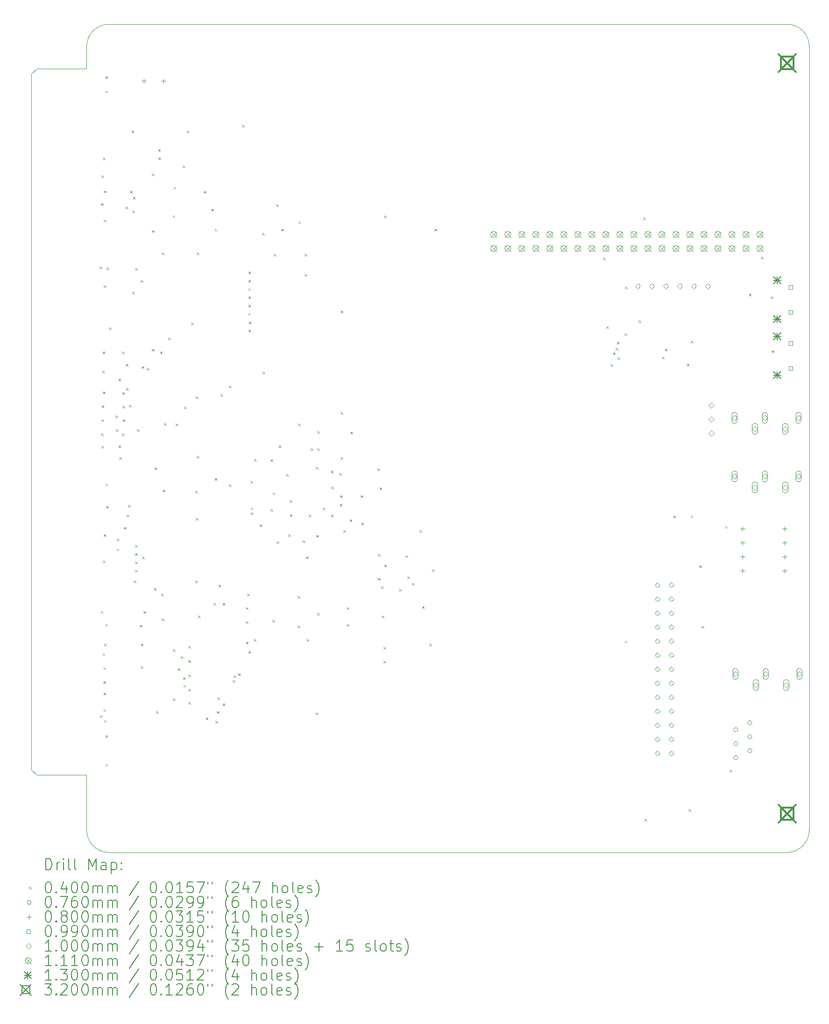
<source format=gbr>
%TF.GenerationSoftware,KiCad,Pcbnew,7.0.10*%
%TF.CreationDate,2024-02-09T20:02:58-06:00*%
%TF.ProjectId,midiori,6d696469-6f72-4692-9e6b-696361645f70,rev?*%
%TF.SameCoordinates,Original*%
%TF.FileFunction,Drillmap*%
%TF.FilePolarity,Positive*%
%FSLAX45Y45*%
G04 Gerber Fmt 4.5, Leading zero omitted, Abs format (unit mm)*
G04 Created by KiCad (PCBNEW 7.0.10) date 2024-02-09 20:02:58*
%MOMM*%
%LPD*%
G01*
G04 APERTURE LIST*
%ADD10C,0.050000*%
%ADD11C,0.200000*%
%ADD12C,0.100000*%
%ADD13C,0.111000*%
%ADD14C,0.130000*%
%ADD15C,0.320000*%
G04 APERTURE END LIST*
D10*
X5800000Y-18900000D02*
X18100000Y-18900000D01*
X4400000Y-17400000D02*
X4400000Y-4800000D01*
X4500000Y-17500000D02*
X4400000Y-17400000D01*
X5400000Y-17500000D02*
X5400000Y-18500000D01*
X5400000Y-4300000D02*
X5400000Y-4700000D01*
X18100000Y-18900000D02*
G75*
G03*
X18500000Y-18500000I0J400000D01*
G01*
X5400000Y-4700000D02*
X4500000Y-4700000D01*
X4400000Y-4800000D02*
X4500000Y-4700000D01*
X5800000Y-3900000D02*
G75*
G03*
X5400000Y-4300000I0J-400000D01*
G01*
X18500000Y-4300000D02*
X18500000Y-18500000D01*
X5800000Y-3900000D02*
X18100000Y-3900000D01*
X18500000Y-4300000D02*
G75*
G03*
X18100000Y-3900000I-400000J0D01*
G01*
X5400000Y-18500000D02*
G75*
G03*
X5800000Y-18900000I400000J0D01*
G01*
X4500000Y-17500000D02*
X5400000Y-17500000D01*
D11*
D12*
X5635000Y-8285000D02*
X5675000Y-8325000D01*
X5675000Y-8285000D02*
X5635000Y-8325000D01*
X5644200Y-16413800D02*
X5684200Y-16453800D01*
X5684200Y-16413800D02*
X5644200Y-16453800D01*
X5656000Y-14532000D02*
X5696000Y-14572000D01*
X5696000Y-14532000D02*
X5656000Y-14572000D01*
X5660000Y-7140000D02*
X5700000Y-7180000D01*
X5700000Y-7140000D02*
X5660000Y-7180000D01*
X5660000Y-11310000D02*
X5700000Y-11350000D01*
X5700000Y-11310000D02*
X5660000Y-11350000D01*
X5665000Y-11057500D02*
X5705000Y-11097500D01*
X5705000Y-11057500D02*
X5665000Y-11097500D01*
X5669600Y-6634800D02*
X5709600Y-6674800D01*
X5709600Y-6634800D02*
X5669600Y-6674800D01*
X5670000Y-11535000D02*
X5710000Y-11575000D01*
X5710000Y-11535000D02*
X5670000Y-11575000D01*
X5672500Y-10800000D02*
X5712500Y-10840000D01*
X5712500Y-10800000D02*
X5672500Y-10840000D01*
X5687500Y-10175000D02*
X5727500Y-10215000D01*
X5727500Y-10175000D02*
X5687500Y-10215000D01*
X5689000Y-15294000D02*
X5729000Y-15334000D01*
X5729000Y-15294000D02*
X5689000Y-15334000D01*
X5690000Y-9827500D02*
X5730000Y-9867500D01*
X5730000Y-9827500D02*
X5690000Y-9867500D01*
X5692500Y-6312500D02*
X5732500Y-6352500D01*
X5732500Y-6312500D02*
X5692500Y-6352500D01*
X5695000Y-10552500D02*
X5735000Y-10592500D01*
X5735000Y-10552500D02*
X5695000Y-10592500D01*
X5695000Y-13610000D02*
X5735000Y-13650000D01*
X5735000Y-13610000D02*
X5695000Y-13650000D01*
X5702000Y-15802000D02*
X5742000Y-15842000D01*
X5742000Y-15802000D02*
X5702000Y-15842000D01*
X5705000Y-15548000D02*
X5745000Y-15588000D01*
X5745000Y-15548000D02*
X5705000Y-15588000D01*
X5705000Y-16007400D02*
X5745000Y-16047400D01*
X5745000Y-16007400D02*
X5705000Y-16047400D01*
X5707000Y-13141000D02*
X5747000Y-13181000D01*
X5747000Y-13141000D02*
X5707000Y-13181000D01*
X5707000Y-16310000D02*
X5747000Y-16350000D01*
X5747000Y-16310000D02*
X5707000Y-16350000D01*
X5709000Y-7443000D02*
X5749000Y-7483000D01*
X5749000Y-7443000D02*
X5709000Y-7483000D01*
X5710000Y-6910000D02*
X5750000Y-6950000D01*
X5750000Y-6910000D02*
X5710000Y-6950000D01*
X5712500Y-8622500D02*
X5752500Y-8662500D01*
X5752500Y-8622500D02*
X5712500Y-8662500D01*
X5713500Y-16504500D02*
X5753500Y-16544500D01*
X5753500Y-16504500D02*
X5713500Y-16544500D01*
X5720400Y-15118400D02*
X5760400Y-15158400D01*
X5760400Y-15118400D02*
X5720400Y-15158400D01*
X5740000Y-4840000D02*
X5780000Y-4880000D01*
X5780000Y-4840000D02*
X5740000Y-4880000D01*
X5740000Y-5100000D02*
X5780000Y-5140000D01*
X5780000Y-5100000D02*
X5740000Y-5140000D01*
X5740000Y-12220000D02*
X5780000Y-12260000D01*
X5780000Y-12220000D02*
X5740000Y-12260000D01*
X5740000Y-14760000D02*
X5780000Y-14800000D01*
X5780000Y-14760000D02*
X5740000Y-14800000D01*
X5740000Y-16780000D02*
X5780000Y-16820000D01*
X5780000Y-16780000D02*
X5740000Y-16820000D01*
X5740000Y-17300000D02*
X5780000Y-17340000D01*
X5780000Y-17300000D02*
X5740000Y-17340000D01*
X5754000Y-12625000D02*
X5794000Y-12665000D01*
X5794000Y-12625000D02*
X5754000Y-12665000D01*
X5762500Y-8302500D02*
X5802500Y-8342500D01*
X5802500Y-8302500D02*
X5762500Y-8342500D01*
X5802500Y-9390000D02*
X5842500Y-9430000D01*
X5842500Y-9390000D02*
X5802500Y-9430000D01*
X5925000Y-10987500D02*
X5965000Y-11027500D01*
X5965000Y-10987500D02*
X5925000Y-11027500D01*
X5930000Y-11232500D02*
X5970000Y-11272500D01*
X5970000Y-11232500D02*
X5930000Y-11272500D01*
X5944000Y-13396000D02*
X5984000Y-13436000D01*
X5984000Y-13396000D02*
X5944000Y-13436000D01*
X5949000Y-13213400D02*
X5989000Y-13253400D01*
X5989000Y-13213400D02*
X5949000Y-13253400D01*
X5977500Y-10320000D02*
X6017500Y-10360000D01*
X6017500Y-10320000D02*
X5977500Y-10360000D01*
X5977500Y-11532500D02*
X6017500Y-11572500D01*
X6017500Y-11532500D02*
X5977500Y-11572500D01*
X5992500Y-11740000D02*
X6032500Y-11780000D01*
X6032500Y-11740000D02*
X5992500Y-11780000D01*
X6040000Y-9825000D02*
X6080000Y-9865000D01*
X6080000Y-9825000D02*
X6040000Y-9865000D01*
X6042500Y-11310000D02*
X6082500Y-11350000D01*
X6082500Y-11310000D02*
X6042500Y-11350000D01*
X6045000Y-10562500D02*
X6085000Y-10602500D01*
X6085000Y-10562500D02*
X6045000Y-10602500D01*
X6047500Y-10810000D02*
X6087500Y-10850000D01*
X6087500Y-10810000D02*
X6047500Y-10850000D01*
X6052500Y-11052500D02*
X6092500Y-11092500D01*
X6092500Y-11052500D02*
X6052500Y-11092500D01*
X6076000Y-13008000D02*
X6116000Y-13048000D01*
X6116000Y-13008000D02*
X6076000Y-13048000D01*
X6107500Y-10052500D02*
X6147500Y-10092500D01*
X6147500Y-10052500D02*
X6107500Y-10092500D01*
X6111000Y-7202000D02*
X6151000Y-7242000D01*
X6151000Y-7202000D02*
X6111000Y-7242000D01*
X6115000Y-10487500D02*
X6155000Y-10527500D01*
X6155000Y-10487500D02*
X6115000Y-10527500D01*
X6126800Y-12781600D02*
X6166800Y-12821600D01*
X6166800Y-12781600D02*
X6126800Y-12821600D01*
X6153000Y-12603000D02*
X6193000Y-12643000D01*
X6193000Y-12603000D02*
X6153000Y-12643000D01*
X6165000Y-10795000D02*
X6205000Y-10835000D01*
X6205000Y-10795000D02*
X6165000Y-10835000D01*
X6189000Y-6913000D02*
X6229000Y-6953000D01*
X6229000Y-6913000D02*
X6189000Y-6953000D01*
X6214700Y-5820000D02*
X6254700Y-5860000D01*
X6254700Y-5820000D02*
X6214700Y-5860000D01*
X6225000Y-7272500D02*
X6265000Y-7312500D01*
X6265000Y-7272500D02*
X6225000Y-7312500D01*
X6229000Y-8745000D02*
X6269000Y-8785000D01*
X6269000Y-8745000D02*
X6229000Y-8785000D01*
X6240000Y-7025000D02*
X6280000Y-7065000D01*
X6280000Y-7025000D02*
X6240000Y-7065000D01*
X6253800Y-13975400D02*
X6293800Y-14015400D01*
X6293800Y-13975400D02*
X6253800Y-14015400D01*
X6280000Y-8312000D02*
X6320000Y-8352000D01*
X6320000Y-8312000D02*
X6280000Y-8352000D01*
X6280000Y-13330000D02*
X6320000Y-13370000D01*
X6320000Y-13330000D02*
X6280000Y-13370000D01*
X6280000Y-13480000D02*
X6320000Y-13520000D01*
X6320000Y-13480000D02*
X6280000Y-13520000D01*
X6280000Y-13630000D02*
X6320000Y-13670000D01*
X6320000Y-13630000D02*
X6280000Y-13670000D01*
X6280000Y-13780000D02*
X6320000Y-13820000D01*
X6320000Y-13780000D02*
X6280000Y-13820000D01*
X6313134Y-11233134D02*
X6353134Y-11273134D01*
X6353134Y-11233134D02*
X6313134Y-11273134D01*
X6360000Y-14777000D02*
X6400000Y-14817000D01*
X6400000Y-14777000D02*
X6360000Y-14817000D01*
X6380000Y-8530000D02*
X6420000Y-8570000D01*
X6420000Y-8530000D02*
X6380000Y-8570000D01*
X6380800Y-15524800D02*
X6420800Y-15564800D01*
X6420800Y-15524800D02*
X6380800Y-15564800D01*
X6383000Y-15118000D02*
X6423000Y-15158000D01*
X6423000Y-15118000D02*
X6383000Y-15158000D01*
X6395000Y-10095000D02*
X6435000Y-10135000D01*
X6435000Y-10095000D02*
X6395000Y-10135000D01*
X6406200Y-13543600D02*
X6446200Y-13583600D01*
X6446200Y-13543600D02*
X6406200Y-13583600D01*
X6431000Y-14532000D02*
X6471000Y-14572000D01*
X6471000Y-14532000D02*
X6431000Y-14572000D01*
X6487500Y-10122500D02*
X6527500Y-10162500D01*
X6527500Y-10122500D02*
X6487500Y-10162500D01*
X6580000Y-7630000D02*
X6620000Y-7670000D01*
X6620000Y-7630000D02*
X6580000Y-7670000D01*
X6580000Y-9780000D02*
X6620000Y-9820000D01*
X6620000Y-9780000D02*
X6580000Y-9820000D01*
X6581000Y-6599000D02*
X6621000Y-6639000D01*
X6621000Y-6599000D02*
X6581000Y-6639000D01*
X6620000Y-14110000D02*
X6660000Y-14150000D01*
X6660000Y-14110000D02*
X6620000Y-14150000D01*
X6630000Y-11930000D02*
X6670000Y-11970000D01*
X6670000Y-11930000D02*
X6630000Y-11970000D01*
X6660200Y-16337600D02*
X6700200Y-16377600D01*
X6700200Y-16337600D02*
X6660200Y-16377600D01*
X6697500Y-6162500D02*
X6737500Y-6202500D01*
X6737500Y-6162500D02*
X6697500Y-6202500D01*
X6700000Y-6310000D02*
X6740000Y-6350000D01*
X6740000Y-6310000D02*
X6700000Y-6350000D01*
X6730000Y-9830000D02*
X6770000Y-9870000D01*
X6770000Y-9830000D02*
X6730000Y-9870000D01*
X6751000Y-14215250D02*
X6791000Y-14255250D01*
X6791000Y-14215250D02*
X6751000Y-14255250D01*
X6761800Y-8031800D02*
X6801800Y-8071800D01*
X6801800Y-8031800D02*
X6761800Y-8071800D01*
X6761800Y-14661200D02*
X6801800Y-14701200D01*
X6801800Y-14661200D02*
X6761800Y-14701200D01*
X6780000Y-12330000D02*
X6820000Y-12370000D01*
X6820000Y-12330000D02*
X6780000Y-12370000D01*
X6800000Y-11120000D02*
X6840000Y-11160000D01*
X6840000Y-11120000D02*
X6800000Y-11160000D01*
X6877500Y-9572500D02*
X6917500Y-9612500D01*
X6917500Y-9572500D02*
X6877500Y-9612500D01*
X6960000Y-7360000D02*
X7000000Y-7400000D01*
X7000000Y-7360000D02*
X6960000Y-7400000D01*
X6965000Y-15221000D02*
X7005000Y-15261000D01*
X7005000Y-15221000D02*
X6965000Y-15261000D01*
X6965000Y-16109000D02*
X7005000Y-16149000D01*
X7005000Y-16109000D02*
X6965000Y-16149000D01*
X6975000Y-6842500D02*
X7015000Y-6882500D01*
X7015000Y-6842500D02*
X6975000Y-6882500D01*
X7012001Y-11130000D02*
X7052001Y-11170000D01*
X7052001Y-11130000D02*
X7012001Y-11170000D01*
X7052000Y-15570000D02*
X7092000Y-15610000D01*
X7092000Y-15570000D02*
X7052000Y-15610000D01*
X7107000Y-15347000D02*
X7147000Y-15387000D01*
X7147000Y-15347000D02*
X7107000Y-15387000D01*
X7142800Y-6457000D02*
X7182800Y-6497000D01*
X7182800Y-6457000D02*
X7142800Y-6497000D01*
X7145500Y-15726500D02*
X7185500Y-15766500D01*
X7185500Y-15726500D02*
X7145500Y-15766500D01*
X7153500Y-15868500D02*
X7193500Y-15908500D01*
X7193500Y-15868500D02*
X7153500Y-15908500D01*
X7168200Y-10825800D02*
X7208200Y-10865800D01*
X7208200Y-10825800D02*
X7168200Y-10865800D01*
X7214700Y-5820000D02*
X7254700Y-5860000D01*
X7254700Y-5820000D02*
X7214700Y-5860000D01*
X7240000Y-15160000D02*
X7280000Y-15200000D01*
X7280000Y-15160000D02*
X7240000Y-15200000D01*
X7240000Y-15420000D02*
X7280000Y-15460000D01*
X7280000Y-15420000D02*
X7240000Y-15460000D01*
X7240000Y-15680000D02*
X7280000Y-15720000D01*
X7280000Y-15680000D02*
X7240000Y-15720000D01*
X7240000Y-15940000D02*
X7280000Y-15980000D01*
X7280000Y-15940000D02*
X7240000Y-15980000D01*
X7240000Y-16180000D02*
X7280000Y-16220000D01*
X7280000Y-16180000D02*
X7240000Y-16220000D01*
X7295200Y-9301800D02*
X7335200Y-9341800D01*
X7335200Y-9301800D02*
X7295200Y-9341800D01*
X7371400Y-12349800D02*
X7411400Y-12389800D01*
X7411400Y-12349800D02*
X7371400Y-12389800D01*
X7371400Y-13975400D02*
X7411400Y-14015400D01*
X7411400Y-13975400D02*
X7371400Y-14015400D01*
X7380000Y-10640000D02*
X7420000Y-10680000D01*
X7420000Y-10640000D02*
X7380000Y-10680000D01*
X7380000Y-12840000D02*
X7420000Y-12880000D01*
X7420000Y-12840000D02*
X7380000Y-12880000D01*
X7396800Y-8031800D02*
X7436800Y-8071800D01*
X7436800Y-8031800D02*
X7396800Y-8071800D01*
X7396800Y-11714800D02*
X7436800Y-11754800D01*
X7436800Y-11714800D02*
X7396800Y-11754800D01*
X7422200Y-14610400D02*
X7462200Y-14650400D01*
X7462200Y-14610400D02*
X7422200Y-14650400D01*
X7520000Y-6920000D02*
X7560000Y-6960000D01*
X7560000Y-6920000D02*
X7520000Y-6960000D01*
X7560000Y-16460000D02*
X7600000Y-16500000D01*
X7600000Y-16460000D02*
X7560000Y-16500000D01*
X7660000Y-7240000D02*
X7700000Y-7280000D01*
X7700000Y-7240000D02*
X7660000Y-7280000D01*
X7700000Y-14380000D02*
X7740000Y-14420000D01*
X7740000Y-14380000D02*
X7700000Y-14420000D01*
X7720000Y-7603999D02*
X7760000Y-7643999D01*
X7760000Y-7603999D02*
X7720000Y-7643999D01*
X7720000Y-12120000D02*
X7760000Y-12160000D01*
X7760000Y-12120000D02*
X7720000Y-12160000D01*
X7735000Y-16514000D02*
X7775000Y-16554000D01*
X7775000Y-16514000D02*
X7735000Y-16554000D01*
X7761500Y-16342500D02*
X7801500Y-16382500D01*
X7801500Y-16342500D02*
X7761500Y-16382500D01*
X7769000Y-16095000D02*
X7809000Y-16135000D01*
X7809000Y-16095000D02*
X7769000Y-16135000D01*
X7789000Y-14052000D02*
X7829000Y-14092000D01*
X7829000Y-14052000D02*
X7789000Y-14092000D01*
X7828600Y-10597200D02*
X7868600Y-10637200D01*
X7868600Y-10597200D02*
X7828600Y-10637200D01*
X7864100Y-16200500D02*
X7904100Y-16240500D01*
X7904100Y-16200500D02*
X7864100Y-16240500D01*
X7866000Y-14385000D02*
X7906000Y-14425000D01*
X7906000Y-14385000D02*
X7866000Y-14425000D01*
X7980000Y-12230000D02*
X8020000Y-12270000D01*
X8020000Y-12230000D02*
X7980000Y-12270000D01*
X7981000Y-10444800D02*
X8021000Y-10484800D01*
X8021000Y-10444800D02*
X7981000Y-10484800D01*
X8050000Y-15781000D02*
X8090000Y-15821000D01*
X8090000Y-15781000D02*
X8050000Y-15821000D01*
X8066000Y-15692000D02*
X8106000Y-15732000D01*
X8106000Y-15692000D02*
X8066000Y-15732000D01*
X8150000Y-15657000D02*
X8190000Y-15697000D01*
X8190000Y-15657000D02*
X8150000Y-15697000D01*
X8214700Y-5720000D02*
X8254700Y-5760000D01*
X8254700Y-5720000D02*
X8214700Y-5760000D01*
X8285800Y-14458000D02*
X8325800Y-14498000D01*
X8325800Y-14458000D02*
X8285800Y-14498000D01*
X8285800Y-14712000D02*
X8325800Y-14752000D01*
X8325800Y-14712000D02*
X8285800Y-14752000D01*
X8288384Y-15088384D02*
X8328384Y-15128384D01*
X8328384Y-15088384D02*
X8288384Y-15128384D01*
X8311200Y-14215250D02*
X8351200Y-14255250D01*
X8351200Y-14215250D02*
X8311200Y-14255250D01*
X8330000Y-8380000D02*
X8370000Y-8420000D01*
X8370000Y-8380000D02*
X8330000Y-8420000D01*
X8330000Y-8530000D02*
X8370000Y-8570000D01*
X8370000Y-8530000D02*
X8330000Y-8570000D01*
X8330000Y-8680000D02*
X8370000Y-8720000D01*
X8370000Y-8680000D02*
X8330000Y-8720000D01*
X8330000Y-8830000D02*
X8370000Y-8870000D01*
X8370000Y-8830000D02*
X8330000Y-8870000D01*
X8330000Y-8980000D02*
X8370000Y-9020000D01*
X8370000Y-8980000D02*
X8330000Y-9020000D01*
X8330000Y-9130000D02*
X8370000Y-9170000D01*
X8370000Y-9130000D02*
X8330000Y-9170000D01*
X8330000Y-9430000D02*
X8370000Y-9470000D01*
X8370000Y-9430000D02*
X8330000Y-9470000D01*
X8331000Y-15257000D02*
X8371000Y-15297000D01*
X8371000Y-15257000D02*
X8331000Y-15297000D01*
X8338134Y-9288134D02*
X8378134Y-9328134D01*
X8378134Y-9288134D02*
X8338134Y-9328134D01*
X8370000Y-12170000D02*
X8410000Y-12210000D01*
X8410000Y-12170000D02*
X8370000Y-12210000D01*
X8372000Y-12651000D02*
X8412000Y-12691000D01*
X8412000Y-12651000D02*
X8372000Y-12691000D01*
X8380000Y-12740000D02*
X8420000Y-12780000D01*
X8420000Y-12740000D02*
X8380000Y-12780000D01*
X8426000Y-15035000D02*
X8466000Y-15075000D01*
X8466000Y-15035000D02*
X8426000Y-15075000D01*
X8434000Y-11774000D02*
X8474000Y-11814000D01*
X8474000Y-11774000D02*
X8434000Y-11814000D01*
X8535000Y-12959000D02*
X8575000Y-12999000D01*
X8575000Y-12959000D02*
X8535000Y-12999000D01*
X8580000Y-7680000D02*
X8620000Y-7720000D01*
X8620000Y-7680000D02*
X8580000Y-7720000D01*
X8590600Y-10190800D02*
X8630600Y-10230800D01*
X8630600Y-10190800D02*
X8590600Y-10230800D01*
X8730000Y-11780000D02*
X8770000Y-11820000D01*
X8770000Y-11780000D02*
X8730000Y-11820000D01*
X8730000Y-12680000D02*
X8770000Y-12720000D01*
X8770000Y-12680000D02*
X8730000Y-12720000D01*
X8768400Y-14686600D02*
X8808400Y-14726600D01*
X8808400Y-14686600D02*
X8768400Y-14726600D01*
X8770000Y-12380000D02*
X8810000Y-12420000D01*
X8810000Y-12380000D02*
X8770000Y-12420000D01*
X8793800Y-8057200D02*
X8833800Y-8097200D01*
X8833800Y-8057200D02*
X8793800Y-8097200D01*
X8832000Y-7162000D02*
X8872000Y-7202000D01*
X8872000Y-7162000D02*
X8832000Y-7202000D01*
X8844600Y-13264200D02*
X8884600Y-13304200D01*
X8884600Y-13264200D02*
X8844600Y-13304200D01*
X8880000Y-11530000D02*
X8920000Y-11570000D01*
X8920000Y-11530000D02*
X8880000Y-11570000D01*
X8925000Y-7603999D02*
X8965000Y-7643999D01*
X8965000Y-7603999D02*
X8925000Y-7643999D01*
X9022400Y-12045000D02*
X9062400Y-12085000D01*
X9062400Y-12045000D02*
X9022400Y-12085000D01*
X9053000Y-13136000D02*
X9093000Y-13176000D01*
X9093000Y-13136000D02*
X9053000Y-13176000D01*
X9080000Y-12520000D02*
X9120000Y-12560000D01*
X9120000Y-12520000D02*
X9080000Y-12560000D01*
X9083741Y-12776259D02*
X9123741Y-12816259D01*
X9123741Y-12776259D02*
X9083741Y-12816259D01*
X9225600Y-14254800D02*
X9265600Y-14294800D01*
X9265600Y-14254800D02*
X9225600Y-14294800D01*
X9225600Y-14788200D02*
X9265600Y-14828200D01*
X9265600Y-14788200D02*
X9225600Y-14828200D01*
X9230000Y-11130000D02*
X9270000Y-11170000D01*
X9270000Y-11130000D02*
X9230000Y-11170000D01*
X9237500Y-7470000D02*
X9277500Y-7510000D01*
X9277500Y-7470000D02*
X9237500Y-7510000D01*
X9320000Y-13250000D02*
X9360000Y-13290000D01*
X9360000Y-13250000D02*
X9320000Y-13290000D01*
X9352600Y-8057200D02*
X9392600Y-8097200D01*
X9392600Y-8057200D02*
X9352600Y-8097200D01*
X9352600Y-8420000D02*
X9392600Y-8460000D01*
X9392600Y-8420000D02*
X9352600Y-8460000D01*
X9377000Y-13540000D02*
X9417000Y-13580000D01*
X9417000Y-13540000D02*
X9377000Y-13580000D01*
X9384500Y-15035500D02*
X9424500Y-15075500D01*
X9424500Y-15035500D02*
X9384500Y-15075500D01*
X9430000Y-12780000D02*
X9470000Y-12820000D01*
X9470000Y-12780000D02*
X9430000Y-12820000D01*
X9462350Y-11579650D02*
X9502350Y-11619650D01*
X9502350Y-11579650D02*
X9462350Y-11619650D01*
X9555800Y-11918000D02*
X9595800Y-11958000D01*
X9595800Y-11918000D02*
X9555800Y-11958000D01*
X9555800Y-16363000D02*
X9595800Y-16403000D01*
X9595800Y-16363000D02*
X9555800Y-16403000D01*
X9564000Y-13150000D02*
X9604000Y-13190000D01*
X9604000Y-13150000D02*
X9564000Y-13190000D01*
X9580000Y-11266000D02*
X9620000Y-11306000D01*
X9620000Y-11266000D02*
X9580000Y-11306000D01*
X9580000Y-11580000D02*
X9620000Y-11620000D01*
X9620000Y-11580000D02*
X9580000Y-11620000D01*
X9580000Y-14560000D02*
X9620000Y-14600000D01*
X9620000Y-14560000D02*
X9580000Y-14600000D01*
X9682800Y-12654600D02*
X9722800Y-12694600D01*
X9722800Y-12654600D02*
X9682800Y-12694600D01*
X9830000Y-12780000D02*
X9870000Y-12820000D01*
X9870000Y-12780000D02*
X9830000Y-12820000D01*
X9830500Y-11989500D02*
X9870500Y-12029500D01*
X9870500Y-11989500D02*
X9830500Y-12029500D01*
X9835200Y-12273600D02*
X9875200Y-12313600D01*
X9875200Y-12273600D02*
X9835200Y-12313600D01*
X9980000Y-12030000D02*
X10020000Y-12070000D01*
X10020000Y-12030000D02*
X9980000Y-12070000D01*
X9990000Y-12590000D02*
X10030000Y-12630000D01*
X10030000Y-12590000D02*
X9990000Y-12630000D01*
X9991600Y-12430000D02*
X10031600Y-12470000D01*
X10031600Y-12430000D02*
X9991600Y-12470000D01*
X10000000Y-9086200D02*
X10040000Y-9126200D01*
X10040000Y-9086200D02*
X10000000Y-9126200D01*
X10000000Y-10920000D02*
X10040000Y-10960000D01*
X10040000Y-10920000D02*
X10000000Y-10960000D01*
X10000000Y-11740000D02*
X10040000Y-11780000D01*
X10040000Y-11740000D02*
X10000000Y-11780000D01*
X10055000Y-13062000D02*
X10095000Y-13102000D01*
X10095000Y-13062000D02*
X10055000Y-13102000D01*
X10114600Y-14458000D02*
X10154600Y-14498000D01*
X10154600Y-14458000D02*
X10114600Y-14498000D01*
X10114600Y-14762800D02*
X10154600Y-14802800D01*
X10154600Y-14762800D02*
X10114600Y-14802800D01*
X10168000Y-12867000D02*
X10208000Y-12907000D01*
X10208000Y-12867000D02*
X10168000Y-12907000D01*
X10180000Y-11280000D02*
X10220000Y-11320000D01*
X10220000Y-11280000D02*
X10180000Y-11320000D01*
X10370000Y-12432000D02*
X10410000Y-12472000D01*
X10410000Y-12432000D02*
X10370000Y-12472000D01*
X10380000Y-12926000D02*
X10420000Y-12966000D01*
X10420000Y-12926000D02*
X10380000Y-12966000D01*
X10673400Y-11943400D02*
X10713400Y-11983400D01*
X10713400Y-11943400D02*
X10673400Y-11983400D01*
X10680000Y-13491001D02*
X10720000Y-13531001D01*
X10720000Y-13491001D02*
X10680000Y-13531001D01*
X10680000Y-13930000D02*
X10720000Y-13970000D01*
X10720000Y-13930000D02*
X10680000Y-13970000D01*
X10710000Y-12290000D02*
X10750000Y-12330000D01*
X10750000Y-12290000D02*
X10710000Y-12330000D01*
X10740000Y-14080000D02*
X10780000Y-14120000D01*
X10780000Y-14080000D02*
X10740000Y-14120000D01*
X10750000Y-14610000D02*
X10790000Y-14650000D01*
X10790000Y-14610000D02*
X10750000Y-14650000D01*
X10780000Y-15180000D02*
X10820000Y-15220000D01*
X10820000Y-15180000D02*
X10780000Y-15220000D01*
X10780000Y-15430000D02*
X10820000Y-15470000D01*
X10820000Y-15430000D02*
X10780000Y-15470000D01*
X10790000Y-7362000D02*
X10830000Y-7402000D01*
X10830000Y-7362000D02*
X10790000Y-7402000D01*
X10795000Y-13689000D02*
X10835000Y-13729000D01*
X10835000Y-13689000D02*
X10795000Y-13729000D01*
X11060000Y-14130000D02*
X11100000Y-14170000D01*
X11100000Y-14130000D02*
X11060000Y-14170000D01*
X11180000Y-13520000D02*
X11220000Y-13560000D01*
X11220000Y-13520000D02*
X11180000Y-13560000D01*
X11210907Y-13897175D02*
X11250907Y-13937175D01*
X11250907Y-13897175D02*
X11210907Y-13937175D01*
X11300000Y-14020000D02*
X11340000Y-14060000D01*
X11340000Y-14020000D02*
X11300000Y-14060000D01*
X11435400Y-13061000D02*
X11475400Y-13101000D01*
X11475400Y-13061000D02*
X11435400Y-13101000D01*
X11480000Y-14440000D02*
X11520000Y-14480000D01*
X11520000Y-14440000D02*
X11480000Y-14480000D01*
X11613200Y-15118400D02*
X11653200Y-15158400D01*
X11653200Y-15118400D02*
X11613200Y-15158400D01*
X11664000Y-13772200D02*
X11704000Y-13812200D01*
X11704000Y-13772200D02*
X11664000Y-13812200D01*
X11705000Y-7605000D02*
X11745000Y-7645000D01*
X11745000Y-7605000D02*
X11705000Y-7645000D01*
X14760000Y-8125000D02*
X14800000Y-8165000D01*
X14800000Y-8125000D02*
X14760000Y-8165000D01*
X14818000Y-9371000D02*
X14858000Y-9411000D01*
X14858000Y-9371000D02*
X14818000Y-9411000D01*
X14895000Y-10055000D02*
X14935000Y-10095000D01*
X14935000Y-10055000D02*
X14895000Y-10095000D01*
X14942500Y-9847500D02*
X14982500Y-9887500D01*
X14982500Y-9847500D02*
X14942500Y-9887500D01*
X14987500Y-9760000D02*
X15027500Y-9800000D01*
X15027500Y-9760000D02*
X14987500Y-9800000D01*
X15010000Y-9650000D02*
X15050000Y-9690000D01*
X15050000Y-9650000D02*
X15010000Y-9690000D01*
X15025000Y-9927500D02*
X15065000Y-9967500D01*
X15065000Y-9927500D02*
X15025000Y-9967500D01*
X15152500Y-9495000D02*
X15192500Y-9535000D01*
X15192500Y-9495000D02*
X15152500Y-9535000D01*
X15154000Y-15064000D02*
X15194000Y-15104000D01*
X15194000Y-15064000D02*
X15154000Y-15104000D01*
X15157000Y-8651000D02*
X15197000Y-8691000D01*
X15197000Y-8651000D02*
X15157000Y-8691000D01*
X15402500Y-9262500D02*
X15442500Y-9302500D01*
X15442500Y-9262500D02*
X15402500Y-9302500D01*
X15490000Y-7395000D02*
X15530000Y-7435000D01*
X15530000Y-7395000D02*
X15490000Y-7435000D01*
X15516000Y-18295000D02*
X15556000Y-18335000D01*
X15556000Y-18295000D02*
X15516000Y-18335000D01*
X15825000Y-9920000D02*
X15865000Y-9960000D01*
X15865000Y-9920000D02*
X15825000Y-9960000D01*
X15882500Y-9777500D02*
X15922500Y-9817500D01*
X15922500Y-9777500D02*
X15882500Y-9817500D01*
X16034500Y-12796500D02*
X16074500Y-12836500D01*
X16074500Y-12796500D02*
X16034500Y-12836500D01*
X16281000Y-10048000D02*
X16321000Y-10088000D01*
X16321000Y-10048000D02*
X16281000Y-10088000D01*
X16312500Y-18115000D02*
X16352500Y-18155000D01*
X16352500Y-18115000D02*
X16312500Y-18155000D01*
X16349000Y-12795000D02*
X16389000Y-12835000D01*
X16389000Y-12795000D02*
X16349000Y-12835000D01*
X16350000Y-9630000D02*
X16390000Y-9670000D01*
X16390000Y-9630000D02*
X16350000Y-9670000D01*
X16503000Y-13700000D02*
X16543000Y-13740000D01*
X16543000Y-13700000D02*
X16503000Y-13740000D01*
X16548000Y-14797000D02*
X16588000Y-14837000D01*
X16588000Y-14797000D02*
X16548000Y-14837000D01*
X16975000Y-12989000D02*
X17015000Y-13029000D01*
X17015000Y-12989000D02*
X16975000Y-13029000D01*
X17055000Y-17407500D02*
X17095000Y-17447500D01*
X17095000Y-17407500D02*
X17055000Y-17447500D01*
X17406000Y-8777000D02*
X17446000Y-8817000D01*
X17446000Y-8777000D02*
X17406000Y-8817000D01*
X17624000Y-8110000D02*
X17664000Y-8150000D01*
X17664000Y-8110000D02*
X17624000Y-8150000D01*
X17798000Y-8826000D02*
X17838000Y-8866000D01*
X17838000Y-8826000D02*
X17798000Y-8866000D01*
X17820000Y-9806000D02*
X17860000Y-9846000D01*
X17860000Y-9806000D02*
X17820000Y-9846000D01*
X17206500Y-16679500D02*
G75*
G03*
X17130500Y-16679500I-38000J0D01*
G01*
X17130500Y-16679500D02*
G75*
G03*
X17206500Y-16679500I38000J0D01*
G01*
X17206500Y-16933500D02*
G75*
G03*
X17130500Y-16933500I-38000J0D01*
G01*
X17130500Y-16933500D02*
G75*
G03*
X17206500Y-16933500I38000J0D01*
G01*
X17206500Y-17187500D02*
G75*
G03*
X17130500Y-17187500I-38000J0D01*
G01*
X17130500Y-17187500D02*
G75*
G03*
X17206500Y-17187500I38000J0D01*
G01*
X17460500Y-16552500D02*
G75*
G03*
X17384500Y-16552500I-38000J0D01*
G01*
X17384500Y-16552500D02*
G75*
G03*
X17460500Y-16552500I38000J0D01*
G01*
X17460500Y-16806500D02*
G75*
G03*
X17384500Y-16806500I-38000J0D01*
G01*
X17384500Y-16806500D02*
G75*
G03*
X17460500Y-16806500I38000J0D01*
G01*
X17460500Y-17060500D02*
G75*
G03*
X17384500Y-17060500I-38000J0D01*
G01*
X17384500Y-17060500D02*
G75*
G03*
X17460500Y-17060500I38000J0D01*
G01*
X6438735Y-4887600D02*
X6438735Y-4967600D01*
X6398735Y-4927600D02*
X6478735Y-4927600D01*
X6788735Y-4887600D02*
X6788735Y-4967600D01*
X6748735Y-4927600D02*
X6828735Y-4927600D01*
X17291000Y-12998000D02*
X17291000Y-13078000D01*
X17251000Y-13038000D02*
X17331000Y-13038000D01*
X17291000Y-13252000D02*
X17291000Y-13332000D01*
X17251000Y-13292000D02*
X17331000Y-13292000D01*
X17291000Y-13506000D02*
X17291000Y-13586000D01*
X17251000Y-13546000D02*
X17331000Y-13546000D01*
X17291000Y-13760000D02*
X17291000Y-13840000D01*
X17251000Y-13800000D02*
X17331000Y-13800000D01*
X18053000Y-12998000D02*
X18053000Y-13078000D01*
X18013000Y-13038000D02*
X18093000Y-13038000D01*
X18053000Y-13252000D02*
X18053000Y-13332000D01*
X18013000Y-13292000D02*
X18093000Y-13292000D01*
X18053000Y-13506000D02*
X18053000Y-13586000D01*
X18013000Y-13546000D02*
X18093000Y-13546000D01*
X18053000Y-13760000D02*
X18053000Y-13840000D01*
X18013000Y-13800000D02*
X18093000Y-13800000D01*
X18200952Y-8697502D02*
X18200952Y-8627498D01*
X18130948Y-8627498D01*
X18130948Y-8697502D01*
X18200952Y-8697502D01*
X18200952Y-9147502D02*
X18200952Y-9077498D01*
X18130948Y-9077498D01*
X18130948Y-9147502D01*
X18200952Y-9147502D01*
X18200952Y-9713502D02*
X18200952Y-9643498D01*
X18130948Y-9643498D01*
X18130948Y-9713502D01*
X18200952Y-9713502D01*
X18200952Y-10163502D02*
X18200952Y-10093498D01*
X18130948Y-10093498D01*
X18130948Y-10163502D01*
X18200952Y-10163502D01*
X15391500Y-8691000D02*
X15441500Y-8641000D01*
X15391500Y-8591000D01*
X15341500Y-8641000D01*
X15391500Y-8691000D01*
X15645500Y-8691000D02*
X15695500Y-8641000D01*
X15645500Y-8591000D01*
X15595500Y-8641000D01*
X15645500Y-8691000D01*
X15746000Y-14106000D02*
X15796000Y-14056000D01*
X15746000Y-14006000D01*
X15696000Y-14056000D01*
X15746000Y-14106000D01*
X15746000Y-14360000D02*
X15796000Y-14310000D01*
X15746000Y-14260000D01*
X15696000Y-14310000D01*
X15746000Y-14360000D01*
X15746000Y-14614000D02*
X15796000Y-14564000D01*
X15746000Y-14514000D01*
X15696000Y-14564000D01*
X15746000Y-14614000D01*
X15746000Y-14868000D02*
X15796000Y-14818000D01*
X15746000Y-14768000D01*
X15696000Y-14818000D01*
X15746000Y-14868000D01*
X15746000Y-15122000D02*
X15796000Y-15072000D01*
X15746000Y-15022000D01*
X15696000Y-15072000D01*
X15746000Y-15122000D01*
X15746000Y-15376000D02*
X15796000Y-15326000D01*
X15746000Y-15276000D01*
X15696000Y-15326000D01*
X15746000Y-15376000D01*
X15746000Y-15630000D02*
X15796000Y-15580000D01*
X15746000Y-15530000D01*
X15696000Y-15580000D01*
X15746000Y-15630000D01*
X15746000Y-15884000D02*
X15796000Y-15834000D01*
X15746000Y-15784000D01*
X15696000Y-15834000D01*
X15746000Y-15884000D01*
X15746000Y-16138000D02*
X15796000Y-16088000D01*
X15746000Y-16038000D01*
X15696000Y-16088000D01*
X15746000Y-16138000D01*
X15746000Y-16392000D02*
X15796000Y-16342000D01*
X15746000Y-16292000D01*
X15696000Y-16342000D01*
X15746000Y-16392000D01*
X15746000Y-16646000D02*
X15796000Y-16596000D01*
X15746000Y-16546000D01*
X15696000Y-16596000D01*
X15746000Y-16646000D01*
X15746000Y-16900000D02*
X15796000Y-16850000D01*
X15746000Y-16800000D01*
X15696000Y-16850000D01*
X15746000Y-16900000D01*
X15746000Y-17154000D02*
X15796000Y-17104000D01*
X15746000Y-17054000D01*
X15696000Y-17104000D01*
X15746000Y-17154000D01*
X15899500Y-8691000D02*
X15949500Y-8641000D01*
X15899500Y-8591000D01*
X15849500Y-8641000D01*
X15899500Y-8691000D01*
X16000000Y-14106000D02*
X16050000Y-14056000D01*
X16000000Y-14006000D01*
X15950000Y-14056000D01*
X16000000Y-14106000D01*
X16000000Y-14360000D02*
X16050000Y-14310000D01*
X16000000Y-14260000D01*
X15950000Y-14310000D01*
X16000000Y-14360000D01*
X16000000Y-14614000D02*
X16050000Y-14564000D01*
X16000000Y-14514000D01*
X15950000Y-14564000D01*
X16000000Y-14614000D01*
X16000000Y-14868000D02*
X16050000Y-14818000D01*
X16000000Y-14768000D01*
X15950000Y-14818000D01*
X16000000Y-14868000D01*
X16000000Y-15122000D02*
X16050000Y-15072000D01*
X16000000Y-15022000D01*
X15950000Y-15072000D01*
X16000000Y-15122000D01*
X16000000Y-15376000D02*
X16050000Y-15326000D01*
X16000000Y-15276000D01*
X15950000Y-15326000D01*
X16000000Y-15376000D01*
X16000000Y-15630000D02*
X16050000Y-15580000D01*
X16000000Y-15530000D01*
X15950000Y-15580000D01*
X16000000Y-15630000D01*
X16000000Y-15884000D02*
X16050000Y-15834000D01*
X16000000Y-15784000D01*
X15950000Y-15834000D01*
X16000000Y-15884000D01*
X16000000Y-16138000D02*
X16050000Y-16088000D01*
X16000000Y-16038000D01*
X15950000Y-16088000D01*
X16000000Y-16138000D01*
X16000000Y-16392000D02*
X16050000Y-16342000D01*
X16000000Y-16292000D01*
X15950000Y-16342000D01*
X16000000Y-16392000D01*
X16000000Y-16646000D02*
X16050000Y-16596000D01*
X16000000Y-16546000D01*
X15950000Y-16596000D01*
X16000000Y-16646000D01*
X16000000Y-16900000D02*
X16050000Y-16850000D01*
X16000000Y-16800000D01*
X15950000Y-16850000D01*
X16000000Y-16900000D01*
X16000000Y-17154000D02*
X16050000Y-17104000D01*
X16000000Y-17054000D01*
X15950000Y-17104000D01*
X16000000Y-17154000D01*
X16153500Y-8691000D02*
X16203500Y-8641000D01*
X16153500Y-8591000D01*
X16103500Y-8641000D01*
X16153500Y-8691000D01*
X16407500Y-8691000D02*
X16457500Y-8641000D01*
X16407500Y-8591000D01*
X16357500Y-8641000D01*
X16407500Y-8691000D01*
X16661500Y-8691000D02*
X16711500Y-8641000D01*
X16661500Y-8591000D01*
X16611500Y-8641000D01*
X16661500Y-8691000D01*
X16725000Y-10850000D02*
X16775000Y-10800000D01*
X16725000Y-10750000D01*
X16675000Y-10800000D01*
X16725000Y-10850000D01*
X16725000Y-11104000D02*
X16775000Y-11054000D01*
X16725000Y-11004000D01*
X16675000Y-11054000D01*
X16725000Y-11104000D01*
X16725000Y-11358000D02*
X16775000Y-11308000D01*
X16725000Y-11258000D01*
X16675000Y-11308000D01*
X16725000Y-11358000D01*
X17144000Y-11079000D02*
X17194000Y-11029000D01*
X17144000Y-10979000D01*
X17094000Y-11029000D01*
X17144000Y-11079000D01*
X17094000Y-10979000D02*
X17094000Y-11079000D01*
X17094000Y-11079000D02*
G75*
G03*
X17194000Y-11079000I50000J0D01*
G01*
X17194000Y-11079000D02*
X17194000Y-10979000D01*
X17194000Y-10979000D02*
G75*
G03*
X17094000Y-10979000I-50000J0D01*
G01*
X17144000Y-12140000D02*
X17194000Y-12090000D01*
X17144000Y-12040000D01*
X17094000Y-12090000D01*
X17144000Y-12140000D01*
X17094000Y-12040000D02*
X17094000Y-12140000D01*
X17094000Y-12140000D02*
G75*
G03*
X17194000Y-12140000I50000J0D01*
G01*
X17194000Y-12140000D02*
X17194000Y-12040000D01*
X17194000Y-12040000D02*
G75*
G03*
X17094000Y-12040000I-50000J0D01*
G01*
X17160000Y-15720000D02*
X17210000Y-15670000D01*
X17160000Y-15620000D01*
X17110000Y-15670000D01*
X17160000Y-15720000D01*
X17110000Y-15620000D02*
X17110000Y-15720000D01*
X17110000Y-15720000D02*
G75*
G03*
X17210000Y-15720000I50000J0D01*
G01*
X17210000Y-15720000D02*
X17210000Y-15620000D01*
X17210000Y-15620000D02*
G75*
G03*
X17110000Y-15620000I-50000J0D01*
G01*
X17514000Y-11279000D02*
X17564000Y-11229000D01*
X17514000Y-11179000D01*
X17464000Y-11229000D01*
X17514000Y-11279000D01*
X17464000Y-11179000D02*
X17464000Y-11279000D01*
X17464000Y-11279000D02*
G75*
G03*
X17564000Y-11279000I50000J0D01*
G01*
X17564000Y-11279000D02*
X17564000Y-11179000D01*
X17564000Y-11179000D02*
G75*
G03*
X17464000Y-11179000I-50000J0D01*
G01*
X17514000Y-12340000D02*
X17564000Y-12290000D01*
X17514000Y-12240000D01*
X17464000Y-12290000D01*
X17514000Y-12340000D01*
X17464000Y-12240000D02*
X17464000Y-12340000D01*
X17464000Y-12340000D02*
G75*
G03*
X17564000Y-12340000I50000J0D01*
G01*
X17564000Y-12340000D02*
X17564000Y-12240000D01*
X17564000Y-12240000D02*
G75*
G03*
X17464000Y-12240000I-50000J0D01*
G01*
X17530000Y-15920000D02*
X17580000Y-15870000D01*
X17530000Y-15820000D01*
X17480000Y-15870000D01*
X17530000Y-15920000D01*
X17480000Y-15820000D02*
X17480000Y-15920000D01*
X17480000Y-15920000D02*
G75*
G03*
X17580000Y-15920000I50000J0D01*
G01*
X17580000Y-15920000D02*
X17580000Y-15820000D01*
X17580000Y-15820000D02*
G75*
G03*
X17480000Y-15820000I-50000J0D01*
G01*
X17694000Y-11079000D02*
X17744000Y-11029000D01*
X17694000Y-10979000D01*
X17644000Y-11029000D01*
X17694000Y-11079000D01*
X17644000Y-10979000D02*
X17644000Y-11079000D01*
X17644000Y-11079000D02*
G75*
G03*
X17744000Y-11079000I50000J0D01*
G01*
X17744000Y-11079000D02*
X17744000Y-10979000D01*
X17744000Y-10979000D02*
G75*
G03*
X17644000Y-10979000I-50000J0D01*
G01*
X17694000Y-12140000D02*
X17744000Y-12090000D01*
X17694000Y-12040000D01*
X17644000Y-12090000D01*
X17694000Y-12140000D01*
X17644000Y-12040000D02*
X17644000Y-12140000D01*
X17644000Y-12140000D02*
G75*
G03*
X17744000Y-12140000I50000J0D01*
G01*
X17744000Y-12140000D02*
X17744000Y-12040000D01*
X17744000Y-12040000D02*
G75*
G03*
X17644000Y-12040000I-50000J0D01*
G01*
X17710000Y-15720000D02*
X17760000Y-15670000D01*
X17710000Y-15620000D01*
X17660000Y-15670000D01*
X17710000Y-15720000D01*
X17660000Y-15620000D02*
X17660000Y-15720000D01*
X17660000Y-15720000D02*
G75*
G03*
X17760000Y-15720000I50000J0D01*
G01*
X17760000Y-15720000D02*
X17760000Y-15620000D01*
X17760000Y-15620000D02*
G75*
G03*
X17660000Y-15620000I-50000J0D01*
G01*
X18064000Y-11279000D02*
X18114000Y-11229000D01*
X18064000Y-11179000D01*
X18014000Y-11229000D01*
X18064000Y-11279000D01*
X18014000Y-11179000D02*
X18014000Y-11279000D01*
X18014000Y-11279000D02*
G75*
G03*
X18114000Y-11279000I50000J0D01*
G01*
X18114000Y-11279000D02*
X18114000Y-11179000D01*
X18114000Y-11179000D02*
G75*
G03*
X18014000Y-11179000I-50000J0D01*
G01*
X18064000Y-12340000D02*
X18114000Y-12290000D01*
X18064000Y-12240000D01*
X18014000Y-12290000D01*
X18064000Y-12340000D01*
X18014000Y-12240000D02*
X18014000Y-12340000D01*
X18014000Y-12340000D02*
G75*
G03*
X18114000Y-12340000I50000J0D01*
G01*
X18114000Y-12340000D02*
X18114000Y-12240000D01*
X18114000Y-12240000D02*
G75*
G03*
X18014000Y-12240000I-50000J0D01*
G01*
X18080000Y-15920000D02*
X18130000Y-15870000D01*
X18080000Y-15820000D01*
X18030000Y-15870000D01*
X18080000Y-15920000D01*
X18030000Y-15820000D02*
X18030000Y-15920000D01*
X18030000Y-15920000D02*
G75*
G03*
X18130000Y-15920000I50000J0D01*
G01*
X18130000Y-15920000D02*
X18130000Y-15820000D01*
X18130000Y-15820000D02*
G75*
G03*
X18030000Y-15820000I-50000J0D01*
G01*
X18304000Y-11079000D02*
X18354000Y-11029000D01*
X18304000Y-10979000D01*
X18254000Y-11029000D01*
X18304000Y-11079000D01*
X18254000Y-10979000D02*
X18254000Y-11079000D01*
X18254000Y-11079000D02*
G75*
G03*
X18354000Y-11079000I50000J0D01*
G01*
X18354000Y-11079000D02*
X18354000Y-10979000D01*
X18354000Y-10979000D02*
G75*
G03*
X18254000Y-10979000I-50000J0D01*
G01*
X18304000Y-12140000D02*
X18354000Y-12090000D01*
X18304000Y-12040000D01*
X18254000Y-12090000D01*
X18304000Y-12140000D01*
X18254000Y-12040000D02*
X18254000Y-12140000D01*
X18254000Y-12140000D02*
G75*
G03*
X18354000Y-12140000I50000J0D01*
G01*
X18354000Y-12140000D02*
X18354000Y-12040000D01*
X18354000Y-12040000D02*
G75*
G03*
X18254000Y-12040000I-50000J0D01*
G01*
X18320000Y-15720000D02*
X18370000Y-15670000D01*
X18320000Y-15620000D01*
X18270000Y-15670000D01*
X18320000Y-15720000D01*
X18270000Y-15620000D02*
X18270000Y-15720000D01*
X18270000Y-15720000D02*
G75*
G03*
X18370000Y-15720000I50000J0D01*
G01*
X18370000Y-15720000D02*
X18370000Y-15620000D01*
X18370000Y-15620000D02*
G75*
G03*
X18270000Y-15620000I-50000J0D01*
G01*
D13*
X12724000Y-7649500D02*
X12835000Y-7760500D01*
X12835000Y-7649500D02*
X12724000Y-7760500D01*
X12835000Y-7705000D02*
G75*
G03*
X12724000Y-7705000I-55500J0D01*
G01*
X12724000Y-7705000D02*
G75*
G03*
X12835000Y-7705000I55500J0D01*
G01*
X12724000Y-7903500D02*
X12835000Y-8014500D01*
X12835000Y-7903500D02*
X12724000Y-8014500D01*
X12835000Y-7959000D02*
G75*
G03*
X12724000Y-7959000I-55500J0D01*
G01*
X12724000Y-7959000D02*
G75*
G03*
X12835000Y-7959000I55500J0D01*
G01*
X12978000Y-7649500D02*
X13089000Y-7760500D01*
X13089000Y-7649500D02*
X12978000Y-7760500D01*
X13089000Y-7705000D02*
G75*
G03*
X12978000Y-7705000I-55500J0D01*
G01*
X12978000Y-7705000D02*
G75*
G03*
X13089000Y-7705000I55500J0D01*
G01*
X12978000Y-7903500D02*
X13089000Y-8014500D01*
X13089000Y-7903500D02*
X12978000Y-8014500D01*
X13089000Y-7959000D02*
G75*
G03*
X12978000Y-7959000I-55500J0D01*
G01*
X12978000Y-7959000D02*
G75*
G03*
X13089000Y-7959000I55500J0D01*
G01*
X13232000Y-7649500D02*
X13343000Y-7760500D01*
X13343000Y-7649500D02*
X13232000Y-7760500D01*
X13343000Y-7705000D02*
G75*
G03*
X13232000Y-7705000I-55500J0D01*
G01*
X13232000Y-7705000D02*
G75*
G03*
X13343000Y-7705000I55500J0D01*
G01*
X13232000Y-7903500D02*
X13343000Y-8014500D01*
X13343000Y-7903500D02*
X13232000Y-8014500D01*
X13343000Y-7959000D02*
G75*
G03*
X13232000Y-7959000I-55500J0D01*
G01*
X13232000Y-7959000D02*
G75*
G03*
X13343000Y-7959000I55500J0D01*
G01*
X13486000Y-7649500D02*
X13597000Y-7760500D01*
X13597000Y-7649500D02*
X13486000Y-7760500D01*
X13597000Y-7705000D02*
G75*
G03*
X13486000Y-7705000I-55500J0D01*
G01*
X13486000Y-7705000D02*
G75*
G03*
X13597000Y-7705000I55500J0D01*
G01*
X13486000Y-7903500D02*
X13597000Y-8014500D01*
X13597000Y-7903500D02*
X13486000Y-8014500D01*
X13597000Y-7959000D02*
G75*
G03*
X13486000Y-7959000I-55500J0D01*
G01*
X13486000Y-7959000D02*
G75*
G03*
X13597000Y-7959000I55500J0D01*
G01*
X13740000Y-7649500D02*
X13851000Y-7760500D01*
X13851000Y-7649500D02*
X13740000Y-7760500D01*
X13851000Y-7705000D02*
G75*
G03*
X13740000Y-7705000I-55500J0D01*
G01*
X13740000Y-7705000D02*
G75*
G03*
X13851000Y-7705000I55500J0D01*
G01*
X13740000Y-7903500D02*
X13851000Y-8014500D01*
X13851000Y-7903500D02*
X13740000Y-8014500D01*
X13851000Y-7959000D02*
G75*
G03*
X13740000Y-7959000I-55500J0D01*
G01*
X13740000Y-7959000D02*
G75*
G03*
X13851000Y-7959000I55500J0D01*
G01*
X13994000Y-7649500D02*
X14105000Y-7760500D01*
X14105000Y-7649500D02*
X13994000Y-7760500D01*
X14105000Y-7705000D02*
G75*
G03*
X13994000Y-7705000I-55500J0D01*
G01*
X13994000Y-7705000D02*
G75*
G03*
X14105000Y-7705000I55500J0D01*
G01*
X13994000Y-7903500D02*
X14105000Y-8014500D01*
X14105000Y-7903500D02*
X13994000Y-8014500D01*
X14105000Y-7959000D02*
G75*
G03*
X13994000Y-7959000I-55500J0D01*
G01*
X13994000Y-7959000D02*
G75*
G03*
X14105000Y-7959000I55500J0D01*
G01*
X14248000Y-7649500D02*
X14359000Y-7760500D01*
X14359000Y-7649500D02*
X14248000Y-7760500D01*
X14359000Y-7705000D02*
G75*
G03*
X14248000Y-7705000I-55500J0D01*
G01*
X14248000Y-7705000D02*
G75*
G03*
X14359000Y-7705000I55500J0D01*
G01*
X14248000Y-7903500D02*
X14359000Y-8014500D01*
X14359000Y-7903500D02*
X14248000Y-8014500D01*
X14359000Y-7959000D02*
G75*
G03*
X14248000Y-7959000I-55500J0D01*
G01*
X14248000Y-7959000D02*
G75*
G03*
X14359000Y-7959000I55500J0D01*
G01*
X14502000Y-7649500D02*
X14613000Y-7760500D01*
X14613000Y-7649500D02*
X14502000Y-7760500D01*
X14613000Y-7705000D02*
G75*
G03*
X14502000Y-7705000I-55500J0D01*
G01*
X14502000Y-7705000D02*
G75*
G03*
X14613000Y-7705000I55500J0D01*
G01*
X14502000Y-7903500D02*
X14613000Y-8014500D01*
X14613000Y-7903500D02*
X14502000Y-8014500D01*
X14613000Y-7959000D02*
G75*
G03*
X14502000Y-7959000I-55500J0D01*
G01*
X14502000Y-7959000D02*
G75*
G03*
X14613000Y-7959000I55500J0D01*
G01*
X14756000Y-7649500D02*
X14867000Y-7760500D01*
X14867000Y-7649500D02*
X14756000Y-7760500D01*
X14867000Y-7705000D02*
G75*
G03*
X14756000Y-7705000I-55500J0D01*
G01*
X14756000Y-7705000D02*
G75*
G03*
X14867000Y-7705000I55500J0D01*
G01*
X14756000Y-7903500D02*
X14867000Y-8014500D01*
X14867000Y-7903500D02*
X14756000Y-8014500D01*
X14867000Y-7959000D02*
G75*
G03*
X14756000Y-7959000I-55500J0D01*
G01*
X14756000Y-7959000D02*
G75*
G03*
X14867000Y-7959000I55500J0D01*
G01*
X15010000Y-7649500D02*
X15121000Y-7760500D01*
X15121000Y-7649500D02*
X15010000Y-7760500D01*
X15121000Y-7705000D02*
G75*
G03*
X15010000Y-7705000I-55500J0D01*
G01*
X15010000Y-7705000D02*
G75*
G03*
X15121000Y-7705000I55500J0D01*
G01*
X15010000Y-7903500D02*
X15121000Y-8014500D01*
X15121000Y-7903500D02*
X15010000Y-8014500D01*
X15121000Y-7959000D02*
G75*
G03*
X15010000Y-7959000I-55500J0D01*
G01*
X15010000Y-7959000D02*
G75*
G03*
X15121000Y-7959000I55500J0D01*
G01*
X15264000Y-7649500D02*
X15375000Y-7760500D01*
X15375000Y-7649500D02*
X15264000Y-7760500D01*
X15375000Y-7705000D02*
G75*
G03*
X15264000Y-7705000I-55500J0D01*
G01*
X15264000Y-7705000D02*
G75*
G03*
X15375000Y-7705000I55500J0D01*
G01*
X15264000Y-7903500D02*
X15375000Y-8014500D01*
X15375000Y-7903500D02*
X15264000Y-8014500D01*
X15375000Y-7959000D02*
G75*
G03*
X15264000Y-7959000I-55500J0D01*
G01*
X15264000Y-7959000D02*
G75*
G03*
X15375000Y-7959000I55500J0D01*
G01*
X15518000Y-7649500D02*
X15629000Y-7760500D01*
X15629000Y-7649500D02*
X15518000Y-7760500D01*
X15629000Y-7705000D02*
G75*
G03*
X15518000Y-7705000I-55500J0D01*
G01*
X15518000Y-7705000D02*
G75*
G03*
X15629000Y-7705000I55500J0D01*
G01*
X15518000Y-7903500D02*
X15629000Y-8014500D01*
X15629000Y-7903500D02*
X15518000Y-8014500D01*
X15629000Y-7959000D02*
G75*
G03*
X15518000Y-7959000I-55500J0D01*
G01*
X15518000Y-7959000D02*
G75*
G03*
X15629000Y-7959000I55500J0D01*
G01*
X15772000Y-7649500D02*
X15883000Y-7760500D01*
X15883000Y-7649500D02*
X15772000Y-7760500D01*
X15883000Y-7705000D02*
G75*
G03*
X15772000Y-7705000I-55500J0D01*
G01*
X15772000Y-7705000D02*
G75*
G03*
X15883000Y-7705000I55500J0D01*
G01*
X15772000Y-7903500D02*
X15883000Y-8014500D01*
X15883000Y-7903500D02*
X15772000Y-8014500D01*
X15883000Y-7959000D02*
G75*
G03*
X15772000Y-7959000I-55500J0D01*
G01*
X15772000Y-7959000D02*
G75*
G03*
X15883000Y-7959000I55500J0D01*
G01*
X16026000Y-7649500D02*
X16137000Y-7760500D01*
X16137000Y-7649500D02*
X16026000Y-7760500D01*
X16137000Y-7705000D02*
G75*
G03*
X16026000Y-7705000I-55500J0D01*
G01*
X16026000Y-7705000D02*
G75*
G03*
X16137000Y-7705000I55500J0D01*
G01*
X16026000Y-7903500D02*
X16137000Y-8014500D01*
X16137000Y-7903500D02*
X16026000Y-8014500D01*
X16137000Y-7959000D02*
G75*
G03*
X16026000Y-7959000I-55500J0D01*
G01*
X16026000Y-7959000D02*
G75*
G03*
X16137000Y-7959000I55500J0D01*
G01*
X16280000Y-7649500D02*
X16391000Y-7760500D01*
X16391000Y-7649500D02*
X16280000Y-7760500D01*
X16391000Y-7705000D02*
G75*
G03*
X16280000Y-7705000I-55500J0D01*
G01*
X16280000Y-7705000D02*
G75*
G03*
X16391000Y-7705000I55500J0D01*
G01*
X16280000Y-7903500D02*
X16391000Y-8014500D01*
X16391000Y-7903500D02*
X16280000Y-8014500D01*
X16391000Y-7959000D02*
G75*
G03*
X16280000Y-7959000I-55500J0D01*
G01*
X16280000Y-7959000D02*
G75*
G03*
X16391000Y-7959000I55500J0D01*
G01*
X16534000Y-7649500D02*
X16645000Y-7760500D01*
X16645000Y-7649500D02*
X16534000Y-7760500D01*
X16645000Y-7705000D02*
G75*
G03*
X16534000Y-7705000I-55500J0D01*
G01*
X16534000Y-7705000D02*
G75*
G03*
X16645000Y-7705000I55500J0D01*
G01*
X16534000Y-7903500D02*
X16645000Y-8014500D01*
X16645000Y-7903500D02*
X16534000Y-8014500D01*
X16645000Y-7959000D02*
G75*
G03*
X16534000Y-7959000I-55500J0D01*
G01*
X16534000Y-7959000D02*
G75*
G03*
X16645000Y-7959000I55500J0D01*
G01*
X16788000Y-7649500D02*
X16899000Y-7760500D01*
X16899000Y-7649500D02*
X16788000Y-7760500D01*
X16899000Y-7705000D02*
G75*
G03*
X16788000Y-7705000I-55500J0D01*
G01*
X16788000Y-7705000D02*
G75*
G03*
X16899000Y-7705000I55500J0D01*
G01*
X16788000Y-7903500D02*
X16899000Y-8014500D01*
X16899000Y-7903500D02*
X16788000Y-8014500D01*
X16899000Y-7959000D02*
G75*
G03*
X16788000Y-7959000I-55500J0D01*
G01*
X16788000Y-7959000D02*
G75*
G03*
X16899000Y-7959000I55500J0D01*
G01*
X17042000Y-7649500D02*
X17153000Y-7760500D01*
X17153000Y-7649500D02*
X17042000Y-7760500D01*
X17153000Y-7705000D02*
G75*
G03*
X17042000Y-7705000I-55500J0D01*
G01*
X17042000Y-7705000D02*
G75*
G03*
X17153000Y-7705000I55500J0D01*
G01*
X17042000Y-7903500D02*
X17153000Y-8014500D01*
X17153000Y-7903500D02*
X17042000Y-8014500D01*
X17153000Y-7959000D02*
G75*
G03*
X17042000Y-7959000I-55500J0D01*
G01*
X17042000Y-7959000D02*
G75*
G03*
X17153000Y-7959000I55500J0D01*
G01*
X17296000Y-7649500D02*
X17407000Y-7760500D01*
X17407000Y-7649500D02*
X17296000Y-7760500D01*
X17407000Y-7705000D02*
G75*
G03*
X17296000Y-7705000I-55500J0D01*
G01*
X17296000Y-7705000D02*
G75*
G03*
X17407000Y-7705000I55500J0D01*
G01*
X17296000Y-7903500D02*
X17407000Y-8014500D01*
X17407000Y-7903500D02*
X17296000Y-8014500D01*
X17407000Y-7959000D02*
G75*
G03*
X17296000Y-7959000I-55500J0D01*
G01*
X17296000Y-7959000D02*
G75*
G03*
X17407000Y-7959000I55500J0D01*
G01*
X17550000Y-7649500D02*
X17661000Y-7760500D01*
X17661000Y-7649500D02*
X17550000Y-7760500D01*
X17661000Y-7705000D02*
G75*
G03*
X17550000Y-7705000I-55500J0D01*
G01*
X17550000Y-7705000D02*
G75*
G03*
X17661000Y-7705000I55500J0D01*
G01*
X17550000Y-7903500D02*
X17661000Y-8014500D01*
X17661000Y-7903500D02*
X17550000Y-8014500D01*
X17661000Y-7959000D02*
G75*
G03*
X17550000Y-7959000I-55500J0D01*
G01*
X17550000Y-7959000D02*
G75*
G03*
X17661000Y-7959000I55500J0D01*
G01*
D14*
X17851950Y-8472500D02*
X17981950Y-8602500D01*
X17981950Y-8472500D02*
X17851950Y-8602500D01*
X17916950Y-8472500D02*
X17916950Y-8602500D01*
X17851950Y-8537500D02*
X17981950Y-8537500D01*
X17851950Y-9173500D02*
X17981950Y-9303500D01*
X17981950Y-9173500D02*
X17851950Y-9303500D01*
X17916950Y-9173500D02*
X17916950Y-9303500D01*
X17851950Y-9238500D02*
X17981950Y-9238500D01*
X17851950Y-9488500D02*
X17981950Y-9618500D01*
X17981950Y-9488500D02*
X17851950Y-9618500D01*
X17916950Y-9488500D02*
X17916950Y-9618500D01*
X17851950Y-9553500D02*
X17981950Y-9553500D01*
X17851950Y-10189500D02*
X17981950Y-10319500D01*
X17981950Y-10189500D02*
X17851950Y-10319500D01*
X17916950Y-10189500D02*
X17916950Y-10319500D01*
X17851950Y-10254500D02*
X17981950Y-10254500D01*
D15*
X17940000Y-4440000D02*
X18260000Y-4760000D01*
X18260000Y-4440000D02*
X17940000Y-4760000D01*
X18213138Y-4713138D02*
X18213138Y-4486862D01*
X17986862Y-4486862D01*
X17986862Y-4713138D01*
X18213138Y-4713138D01*
X17940000Y-18040000D02*
X18260000Y-18360000D01*
X18260000Y-18040000D02*
X17940000Y-18360000D01*
X18213138Y-18313138D02*
X18213138Y-18086862D01*
X17986862Y-18086862D01*
X17986862Y-18313138D01*
X18213138Y-18313138D01*
D11*
X4658277Y-19213984D02*
X4658277Y-19013984D01*
X4658277Y-19013984D02*
X4705896Y-19013984D01*
X4705896Y-19013984D02*
X4734467Y-19023508D01*
X4734467Y-19023508D02*
X4753515Y-19042555D01*
X4753515Y-19042555D02*
X4763039Y-19061603D01*
X4763039Y-19061603D02*
X4772563Y-19099698D01*
X4772563Y-19099698D02*
X4772563Y-19128270D01*
X4772563Y-19128270D02*
X4763039Y-19166365D01*
X4763039Y-19166365D02*
X4753515Y-19185412D01*
X4753515Y-19185412D02*
X4734467Y-19204460D01*
X4734467Y-19204460D02*
X4705896Y-19213984D01*
X4705896Y-19213984D02*
X4658277Y-19213984D01*
X4858277Y-19213984D02*
X4858277Y-19080650D01*
X4858277Y-19118746D02*
X4867801Y-19099698D01*
X4867801Y-19099698D02*
X4877324Y-19090174D01*
X4877324Y-19090174D02*
X4896372Y-19080650D01*
X4896372Y-19080650D02*
X4915420Y-19080650D01*
X4982086Y-19213984D02*
X4982086Y-19080650D01*
X4982086Y-19013984D02*
X4972563Y-19023508D01*
X4972563Y-19023508D02*
X4982086Y-19033031D01*
X4982086Y-19033031D02*
X4991610Y-19023508D01*
X4991610Y-19023508D02*
X4982086Y-19013984D01*
X4982086Y-19013984D02*
X4982086Y-19033031D01*
X5105896Y-19213984D02*
X5086848Y-19204460D01*
X5086848Y-19204460D02*
X5077324Y-19185412D01*
X5077324Y-19185412D02*
X5077324Y-19013984D01*
X5210658Y-19213984D02*
X5191610Y-19204460D01*
X5191610Y-19204460D02*
X5182086Y-19185412D01*
X5182086Y-19185412D02*
X5182086Y-19013984D01*
X5439229Y-19213984D02*
X5439229Y-19013984D01*
X5439229Y-19013984D02*
X5505896Y-19156841D01*
X5505896Y-19156841D02*
X5572563Y-19013984D01*
X5572563Y-19013984D02*
X5572563Y-19213984D01*
X5753515Y-19213984D02*
X5753515Y-19109222D01*
X5753515Y-19109222D02*
X5743991Y-19090174D01*
X5743991Y-19090174D02*
X5724943Y-19080650D01*
X5724943Y-19080650D02*
X5686848Y-19080650D01*
X5686848Y-19080650D02*
X5667801Y-19090174D01*
X5753515Y-19204460D02*
X5734467Y-19213984D01*
X5734467Y-19213984D02*
X5686848Y-19213984D01*
X5686848Y-19213984D02*
X5667801Y-19204460D01*
X5667801Y-19204460D02*
X5658277Y-19185412D01*
X5658277Y-19185412D02*
X5658277Y-19166365D01*
X5658277Y-19166365D02*
X5667801Y-19147317D01*
X5667801Y-19147317D02*
X5686848Y-19137793D01*
X5686848Y-19137793D02*
X5734467Y-19137793D01*
X5734467Y-19137793D02*
X5753515Y-19128270D01*
X5848753Y-19080650D02*
X5848753Y-19280650D01*
X5848753Y-19090174D02*
X5867801Y-19080650D01*
X5867801Y-19080650D02*
X5905896Y-19080650D01*
X5905896Y-19080650D02*
X5924943Y-19090174D01*
X5924943Y-19090174D02*
X5934467Y-19099698D01*
X5934467Y-19099698D02*
X5943991Y-19118746D01*
X5943991Y-19118746D02*
X5943991Y-19175889D01*
X5943991Y-19175889D02*
X5934467Y-19194936D01*
X5934467Y-19194936D02*
X5924943Y-19204460D01*
X5924943Y-19204460D02*
X5905896Y-19213984D01*
X5905896Y-19213984D02*
X5867801Y-19213984D01*
X5867801Y-19213984D02*
X5848753Y-19204460D01*
X6029705Y-19194936D02*
X6039229Y-19204460D01*
X6039229Y-19204460D02*
X6029705Y-19213984D01*
X6029705Y-19213984D02*
X6020182Y-19204460D01*
X6020182Y-19204460D02*
X6029705Y-19194936D01*
X6029705Y-19194936D02*
X6029705Y-19213984D01*
X6029705Y-19090174D02*
X6039229Y-19099698D01*
X6039229Y-19099698D02*
X6029705Y-19109222D01*
X6029705Y-19109222D02*
X6020182Y-19099698D01*
X6020182Y-19099698D02*
X6029705Y-19090174D01*
X6029705Y-19090174D02*
X6029705Y-19109222D01*
D12*
X4357500Y-19522500D02*
X4397500Y-19562500D01*
X4397500Y-19522500D02*
X4357500Y-19562500D01*
D11*
X4696372Y-19433984D02*
X4715420Y-19433984D01*
X4715420Y-19433984D02*
X4734467Y-19443508D01*
X4734467Y-19443508D02*
X4743991Y-19453031D01*
X4743991Y-19453031D02*
X4753515Y-19472079D01*
X4753515Y-19472079D02*
X4763039Y-19510174D01*
X4763039Y-19510174D02*
X4763039Y-19557793D01*
X4763039Y-19557793D02*
X4753515Y-19595889D01*
X4753515Y-19595889D02*
X4743991Y-19614936D01*
X4743991Y-19614936D02*
X4734467Y-19624460D01*
X4734467Y-19624460D02*
X4715420Y-19633984D01*
X4715420Y-19633984D02*
X4696372Y-19633984D01*
X4696372Y-19633984D02*
X4677324Y-19624460D01*
X4677324Y-19624460D02*
X4667801Y-19614936D01*
X4667801Y-19614936D02*
X4658277Y-19595889D01*
X4658277Y-19595889D02*
X4648753Y-19557793D01*
X4648753Y-19557793D02*
X4648753Y-19510174D01*
X4648753Y-19510174D02*
X4658277Y-19472079D01*
X4658277Y-19472079D02*
X4667801Y-19453031D01*
X4667801Y-19453031D02*
X4677324Y-19443508D01*
X4677324Y-19443508D02*
X4696372Y-19433984D01*
X4848753Y-19614936D02*
X4858277Y-19624460D01*
X4858277Y-19624460D02*
X4848753Y-19633984D01*
X4848753Y-19633984D02*
X4839229Y-19624460D01*
X4839229Y-19624460D02*
X4848753Y-19614936D01*
X4848753Y-19614936D02*
X4848753Y-19633984D01*
X5029705Y-19500650D02*
X5029705Y-19633984D01*
X4982086Y-19424460D02*
X4934467Y-19567317D01*
X4934467Y-19567317D02*
X5058277Y-19567317D01*
X5172563Y-19433984D02*
X5191610Y-19433984D01*
X5191610Y-19433984D02*
X5210658Y-19443508D01*
X5210658Y-19443508D02*
X5220182Y-19453031D01*
X5220182Y-19453031D02*
X5229705Y-19472079D01*
X5229705Y-19472079D02*
X5239229Y-19510174D01*
X5239229Y-19510174D02*
X5239229Y-19557793D01*
X5239229Y-19557793D02*
X5229705Y-19595889D01*
X5229705Y-19595889D02*
X5220182Y-19614936D01*
X5220182Y-19614936D02*
X5210658Y-19624460D01*
X5210658Y-19624460D02*
X5191610Y-19633984D01*
X5191610Y-19633984D02*
X5172563Y-19633984D01*
X5172563Y-19633984D02*
X5153515Y-19624460D01*
X5153515Y-19624460D02*
X5143991Y-19614936D01*
X5143991Y-19614936D02*
X5134467Y-19595889D01*
X5134467Y-19595889D02*
X5124944Y-19557793D01*
X5124944Y-19557793D02*
X5124944Y-19510174D01*
X5124944Y-19510174D02*
X5134467Y-19472079D01*
X5134467Y-19472079D02*
X5143991Y-19453031D01*
X5143991Y-19453031D02*
X5153515Y-19443508D01*
X5153515Y-19443508D02*
X5172563Y-19433984D01*
X5363039Y-19433984D02*
X5382086Y-19433984D01*
X5382086Y-19433984D02*
X5401134Y-19443508D01*
X5401134Y-19443508D02*
X5410658Y-19453031D01*
X5410658Y-19453031D02*
X5420182Y-19472079D01*
X5420182Y-19472079D02*
X5429705Y-19510174D01*
X5429705Y-19510174D02*
X5429705Y-19557793D01*
X5429705Y-19557793D02*
X5420182Y-19595889D01*
X5420182Y-19595889D02*
X5410658Y-19614936D01*
X5410658Y-19614936D02*
X5401134Y-19624460D01*
X5401134Y-19624460D02*
X5382086Y-19633984D01*
X5382086Y-19633984D02*
X5363039Y-19633984D01*
X5363039Y-19633984D02*
X5343991Y-19624460D01*
X5343991Y-19624460D02*
X5334467Y-19614936D01*
X5334467Y-19614936D02*
X5324944Y-19595889D01*
X5324944Y-19595889D02*
X5315420Y-19557793D01*
X5315420Y-19557793D02*
X5315420Y-19510174D01*
X5315420Y-19510174D02*
X5324944Y-19472079D01*
X5324944Y-19472079D02*
X5334467Y-19453031D01*
X5334467Y-19453031D02*
X5343991Y-19443508D01*
X5343991Y-19443508D02*
X5363039Y-19433984D01*
X5515420Y-19633984D02*
X5515420Y-19500650D01*
X5515420Y-19519698D02*
X5524944Y-19510174D01*
X5524944Y-19510174D02*
X5543991Y-19500650D01*
X5543991Y-19500650D02*
X5572563Y-19500650D01*
X5572563Y-19500650D02*
X5591610Y-19510174D01*
X5591610Y-19510174D02*
X5601134Y-19529222D01*
X5601134Y-19529222D02*
X5601134Y-19633984D01*
X5601134Y-19529222D02*
X5610658Y-19510174D01*
X5610658Y-19510174D02*
X5629705Y-19500650D01*
X5629705Y-19500650D02*
X5658277Y-19500650D01*
X5658277Y-19500650D02*
X5677324Y-19510174D01*
X5677324Y-19510174D02*
X5686848Y-19529222D01*
X5686848Y-19529222D02*
X5686848Y-19633984D01*
X5782086Y-19633984D02*
X5782086Y-19500650D01*
X5782086Y-19519698D02*
X5791610Y-19510174D01*
X5791610Y-19510174D02*
X5810658Y-19500650D01*
X5810658Y-19500650D02*
X5839229Y-19500650D01*
X5839229Y-19500650D02*
X5858277Y-19510174D01*
X5858277Y-19510174D02*
X5867801Y-19529222D01*
X5867801Y-19529222D02*
X5867801Y-19633984D01*
X5867801Y-19529222D02*
X5877324Y-19510174D01*
X5877324Y-19510174D02*
X5896372Y-19500650D01*
X5896372Y-19500650D02*
X5924943Y-19500650D01*
X5924943Y-19500650D02*
X5943991Y-19510174D01*
X5943991Y-19510174D02*
X5953515Y-19529222D01*
X5953515Y-19529222D02*
X5953515Y-19633984D01*
X6343991Y-19424460D02*
X6172563Y-19681603D01*
X6601134Y-19433984D02*
X6620182Y-19433984D01*
X6620182Y-19433984D02*
X6639229Y-19443508D01*
X6639229Y-19443508D02*
X6648753Y-19453031D01*
X6648753Y-19453031D02*
X6658277Y-19472079D01*
X6658277Y-19472079D02*
X6667801Y-19510174D01*
X6667801Y-19510174D02*
X6667801Y-19557793D01*
X6667801Y-19557793D02*
X6658277Y-19595889D01*
X6658277Y-19595889D02*
X6648753Y-19614936D01*
X6648753Y-19614936D02*
X6639229Y-19624460D01*
X6639229Y-19624460D02*
X6620182Y-19633984D01*
X6620182Y-19633984D02*
X6601134Y-19633984D01*
X6601134Y-19633984D02*
X6582086Y-19624460D01*
X6582086Y-19624460D02*
X6572563Y-19614936D01*
X6572563Y-19614936D02*
X6563039Y-19595889D01*
X6563039Y-19595889D02*
X6553515Y-19557793D01*
X6553515Y-19557793D02*
X6553515Y-19510174D01*
X6553515Y-19510174D02*
X6563039Y-19472079D01*
X6563039Y-19472079D02*
X6572563Y-19453031D01*
X6572563Y-19453031D02*
X6582086Y-19443508D01*
X6582086Y-19443508D02*
X6601134Y-19433984D01*
X6753515Y-19614936D02*
X6763039Y-19624460D01*
X6763039Y-19624460D02*
X6753515Y-19633984D01*
X6753515Y-19633984D02*
X6743991Y-19624460D01*
X6743991Y-19624460D02*
X6753515Y-19614936D01*
X6753515Y-19614936D02*
X6753515Y-19633984D01*
X6886848Y-19433984D02*
X6905896Y-19433984D01*
X6905896Y-19433984D02*
X6924944Y-19443508D01*
X6924944Y-19443508D02*
X6934467Y-19453031D01*
X6934467Y-19453031D02*
X6943991Y-19472079D01*
X6943991Y-19472079D02*
X6953515Y-19510174D01*
X6953515Y-19510174D02*
X6953515Y-19557793D01*
X6953515Y-19557793D02*
X6943991Y-19595889D01*
X6943991Y-19595889D02*
X6934467Y-19614936D01*
X6934467Y-19614936D02*
X6924944Y-19624460D01*
X6924944Y-19624460D02*
X6905896Y-19633984D01*
X6905896Y-19633984D02*
X6886848Y-19633984D01*
X6886848Y-19633984D02*
X6867801Y-19624460D01*
X6867801Y-19624460D02*
X6858277Y-19614936D01*
X6858277Y-19614936D02*
X6848753Y-19595889D01*
X6848753Y-19595889D02*
X6839229Y-19557793D01*
X6839229Y-19557793D02*
X6839229Y-19510174D01*
X6839229Y-19510174D02*
X6848753Y-19472079D01*
X6848753Y-19472079D02*
X6858277Y-19453031D01*
X6858277Y-19453031D02*
X6867801Y-19443508D01*
X6867801Y-19443508D02*
X6886848Y-19433984D01*
X7143991Y-19633984D02*
X7029706Y-19633984D01*
X7086848Y-19633984D02*
X7086848Y-19433984D01*
X7086848Y-19433984D02*
X7067801Y-19462555D01*
X7067801Y-19462555D02*
X7048753Y-19481603D01*
X7048753Y-19481603D02*
X7029706Y-19491127D01*
X7324944Y-19433984D02*
X7229706Y-19433984D01*
X7229706Y-19433984D02*
X7220182Y-19529222D01*
X7220182Y-19529222D02*
X7229706Y-19519698D01*
X7229706Y-19519698D02*
X7248753Y-19510174D01*
X7248753Y-19510174D02*
X7296372Y-19510174D01*
X7296372Y-19510174D02*
X7315420Y-19519698D01*
X7315420Y-19519698D02*
X7324944Y-19529222D01*
X7324944Y-19529222D02*
X7334467Y-19548270D01*
X7334467Y-19548270D02*
X7334467Y-19595889D01*
X7334467Y-19595889D02*
X7324944Y-19614936D01*
X7324944Y-19614936D02*
X7315420Y-19624460D01*
X7315420Y-19624460D02*
X7296372Y-19633984D01*
X7296372Y-19633984D02*
X7248753Y-19633984D01*
X7248753Y-19633984D02*
X7229706Y-19624460D01*
X7229706Y-19624460D02*
X7220182Y-19614936D01*
X7401134Y-19433984D02*
X7534467Y-19433984D01*
X7534467Y-19433984D02*
X7448753Y-19633984D01*
X7601134Y-19433984D02*
X7601134Y-19472079D01*
X7677325Y-19433984D02*
X7677325Y-19472079D01*
X7972563Y-19710174D02*
X7963039Y-19700650D01*
X7963039Y-19700650D02*
X7943991Y-19672079D01*
X7943991Y-19672079D02*
X7934468Y-19653031D01*
X7934468Y-19653031D02*
X7924944Y-19624460D01*
X7924944Y-19624460D02*
X7915420Y-19576841D01*
X7915420Y-19576841D02*
X7915420Y-19538746D01*
X7915420Y-19538746D02*
X7924944Y-19491127D01*
X7924944Y-19491127D02*
X7934468Y-19462555D01*
X7934468Y-19462555D02*
X7943991Y-19443508D01*
X7943991Y-19443508D02*
X7963039Y-19414936D01*
X7963039Y-19414936D02*
X7972563Y-19405412D01*
X8039229Y-19453031D02*
X8048753Y-19443508D01*
X8048753Y-19443508D02*
X8067801Y-19433984D01*
X8067801Y-19433984D02*
X8115420Y-19433984D01*
X8115420Y-19433984D02*
X8134468Y-19443508D01*
X8134468Y-19443508D02*
X8143991Y-19453031D01*
X8143991Y-19453031D02*
X8153515Y-19472079D01*
X8153515Y-19472079D02*
X8153515Y-19491127D01*
X8153515Y-19491127D02*
X8143991Y-19519698D01*
X8143991Y-19519698D02*
X8029706Y-19633984D01*
X8029706Y-19633984D02*
X8153515Y-19633984D01*
X8324944Y-19500650D02*
X8324944Y-19633984D01*
X8277325Y-19424460D02*
X8229706Y-19567317D01*
X8229706Y-19567317D02*
X8353515Y-19567317D01*
X8410658Y-19433984D02*
X8543991Y-19433984D01*
X8543991Y-19433984D02*
X8458277Y-19633984D01*
X8772563Y-19633984D02*
X8772563Y-19433984D01*
X8858277Y-19633984D02*
X8858277Y-19529222D01*
X8858277Y-19529222D02*
X8848753Y-19510174D01*
X8848753Y-19510174D02*
X8829706Y-19500650D01*
X8829706Y-19500650D02*
X8801134Y-19500650D01*
X8801134Y-19500650D02*
X8782087Y-19510174D01*
X8782087Y-19510174D02*
X8772563Y-19519698D01*
X8982087Y-19633984D02*
X8963039Y-19624460D01*
X8963039Y-19624460D02*
X8953515Y-19614936D01*
X8953515Y-19614936D02*
X8943992Y-19595889D01*
X8943992Y-19595889D02*
X8943992Y-19538746D01*
X8943992Y-19538746D02*
X8953515Y-19519698D01*
X8953515Y-19519698D02*
X8963039Y-19510174D01*
X8963039Y-19510174D02*
X8982087Y-19500650D01*
X8982087Y-19500650D02*
X9010658Y-19500650D01*
X9010658Y-19500650D02*
X9029706Y-19510174D01*
X9029706Y-19510174D02*
X9039230Y-19519698D01*
X9039230Y-19519698D02*
X9048753Y-19538746D01*
X9048753Y-19538746D02*
X9048753Y-19595889D01*
X9048753Y-19595889D02*
X9039230Y-19614936D01*
X9039230Y-19614936D02*
X9029706Y-19624460D01*
X9029706Y-19624460D02*
X9010658Y-19633984D01*
X9010658Y-19633984D02*
X8982087Y-19633984D01*
X9163039Y-19633984D02*
X9143992Y-19624460D01*
X9143992Y-19624460D02*
X9134468Y-19605412D01*
X9134468Y-19605412D02*
X9134468Y-19433984D01*
X9315420Y-19624460D02*
X9296373Y-19633984D01*
X9296373Y-19633984D02*
X9258277Y-19633984D01*
X9258277Y-19633984D02*
X9239230Y-19624460D01*
X9239230Y-19624460D02*
X9229706Y-19605412D01*
X9229706Y-19605412D02*
X9229706Y-19529222D01*
X9229706Y-19529222D02*
X9239230Y-19510174D01*
X9239230Y-19510174D02*
X9258277Y-19500650D01*
X9258277Y-19500650D02*
X9296373Y-19500650D01*
X9296373Y-19500650D02*
X9315420Y-19510174D01*
X9315420Y-19510174D02*
X9324944Y-19529222D01*
X9324944Y-19529222D02*
X9324944Y-19548270D01*
X9324944Y-19548270D02*
X9229706Y-19567317D01*
X9401134Y-19624460D02*
X9420182Y-19633984D01*
X9420182Y-19633984D02*
X9458277Y-19633984D01*
X9458277Y-19633984D02*
X9477325Y-19624460D01*
X9477325Y-19624460D02*
X9486849Y-19605412D01*
X9486849Y-19605412D02*
X9486849Y-19595889D01*
X9486849Y-19595889D02*
X9477325Y-19576841D01*
X9477325Y-19576841D02*
X9458277Y-19567317D01*
X9458277Y-19567317D02*
X9429706Y-19567317D01*
X9429706Y-19567317D02*
X9410658Y-19557793D01*
X9410658Y-19557793D02*
X9401134Y-19538746D01*
X9401134Y-19538746D02*
X9401134Y-19529222D01*
X9401134Y-19529222D02*
X9410658Y-19510174D01*
X9410658Y-19510174D02*
X9429706Y-19500650D01*
X9429706Y-19500650D02*
X9458277Y-19500650D01*
X9458277Y-19500650D02*
X9477325Y-19510174D01*
X9553515Y-19710174D02*
X9563039Y-19700650D01*
X9563039Y-19700650D02*
X9582087Y-19672079D01*
X9582087Y-19672079D02*
X9591611Y-19653031D01*
X9591611Y-19653031D02*
X9601134Y-19624460D01*
X9601134Y-19624460D02*
X9610658Y-19576841D01*
X9610658Y-19576841D02*
X9610658Y-19538746D01*
X9610658Y-19538746D02*
X9601134Y-19491127D01*
X9601134Y-19491127D02*
X9591611Y-19462555D01*
X9591611Y-19462555D02*
X9582087Y-19443508D01*
X9582087Y-19443508D02*
X9563039Y-19414936D01*
X9563039Y-19414936D02*
X9553515Y-19405412D01*
D12*
X4397500Y-19806500D02*
G75*
G03*
X4321500Y-19806500I-38000J0D01*
G01*
X4321500Y-19806500D02*
G75*
G03*
X4397500Y-19806500I38000J0D01*
G01*
D11*
X4696372Y-19697984D02*
X4715420Y-19697984D01*
X4715420Y-19697984D02*
X4734467Y-19707508D01*
X4734467Y-19707508D02*
X4743991Y-19717031D01*
X4743991Y-19717031D02*
X4753515Y-19736079D01*
X4753515Y-19736079D02*
X4763039Y-19774174D01*
X4763039Y-19774174D02*
X4763039Y-19821793D01*
X4763039Y-19821793D02*
X4753515Y-19859889D01*
X4753515Y-19859889D02*
X4743991Y-19878936D01*
X4743991Y-19878936D02*
X4734467Y-19888460D01*
X4734467Y-19888460D02*
X4715420Y-19897984D01*
X4715420Y-19897984D02*
X4696372Y-19897984D01*
X4696372Y-19897984D02*
X4677324Y-19888460D01*
X4677324Y-19888460D02*
X4667801Y-19878936D01*
X4667801Y-19878936D02*
X4658277Y-19859889D01*
X4658277Y-19859889D02*
X4648753Y-19821793D01*
X4648753Y-19821793D02*
X4648753Y-19774174D01*
X4648753Y-19774174D02*
X4658277Y-19736079D01*
X4658277Y-19736079D02*
X4667801Y-19717031D01*
X4667801Y-19717031D02*
X4677324Y-19707508D01*
X4677324Y-19707508D02*
X4696372Y-19697984D01*
X4848753Y-19878936D02*
X4858277Y-19888460D01*
X4858277Y-19888460D02*
X4848753Y-19897984D01*
X4848753Y-19897984D02*
X4839229Y-19888460D01*
X4839229Y-19888460D02*
X4848753Y-19878936D01*
X4848753Y-19878936D02*
X4848753Y-19897984D01*
X4924944Y-19697984D02*
X5058277Y-19697984D01*
X5058277Y-19697984D02*
X4972563Y-19897984D01*
X5220182Y-19697984D02*
X5182086Y-19697984D01*
X5182086Y-19697984D02*
X5163039Y-19707508D01*
X5163039Y-19707508D02*
X5153515Y-19717031D01*
X5153515Y-19717031D02*
X5134467Y-19745603D01*
X5134467Y-19745603D02*
X5124944Y-19783698D01*
X5124944Y-19783698D02*
X5124944Y-19859889D01*
X5124944Y-19859889D02*
X5134467Y-19878936D01*
X5134467Y-19878936D02*
X5143991Y-19888460D01*
X5143991Y-19888460D02*
X5163039Y-19897984D01*
X5163039Y-19897984D02*
X5201134Y-19897984D01*
X5201134Y-19897984D02*
X5220182Y-19888460D01*
X5220182Y-19888460D02*
X5229705Y-19878936D01*
X5229705Y-19878936D02*
X5239229Y-19859889D01*
X5239229Y-19859889D02*
X5239229Y-19812270D01*
X5239229Y-19812270D02*
X5229705Y-19793222D01*
X5229705Y-19793222D02*
X5220182Y-19783698D01*
X5220182Y-19783698D02*
X5201134Y-19774174D01*
X5201134Y-19774174D02*
X5163039Y-19774174D01*
X5163039Y-19774174D02*
X5143991Y-19783698D01*
X5143991Y-19783698D02*
X5134467Y-19793222D01*
X5134467Y-19793222D02*
X5124944Y-19812270D01*
X5363039Y-19697984D02*
X5382086Y-19697984D01*
X5382086Y-19697984D02*
X5401134Y-19707508D01*
X5401134Y-19707508D02*
X5410658Y-19717031D01*
X5410658Y-19717031D02*
X5420182Y-19736079D01*
X5420182Y-19736079D02*
X5429705Y-19774174D01*
X5429705Y-19774174D02*
X5429705Y-19821793D01*
X5429705Y-19821793D02*
X5420182Y-19859889D01*
X5420182Y-19859889D02*
X5410658Y-19878936D01*
X5410658Y-19878936D02*
X5401134Y-19888460D01*
X5401134Y-19888460D02*
X5382086Y-19897984D01*
X5382086Y-19897984D02*
X5363039Y-19897984D01*
X5363039Y-19897984D02*
X5343991Y-19888460D01*
X5343991Y-19888460D02*
X5334467Y-19878936D01*
X5334467Y-19878936D02*
X5324944Y-19859889D01*
X5324944Y-19859889D02*
X5315420Y-19821793D01*
X5315420Y-19821793D02*
X5315420Y-19774174D01*
X5315420Y-19774174D02*
X5324944Y-19736079D01*
X5324944Y-19736079D02*
X5334467Y-19717031D01*
X5334467Y-19717031D02*
X5343991Y-19707508D01*
X5343991Y-19707508D02*
X5363039Y-19697984D01*
X5515420Y-19897984D02*
X5515420Y-19764650D01*
X5515420Y-19783698D02*
X5524944Y-19774174D01*
X5524944Y-19774174D02*
X5543991Y-19764650D01*
X5543991Y-19764650D02*
X5572563Y-19764650D01*
X5572563Y-19764650D02*
X5591610Y-19774174D01*
X5591610Y-19774174D02*
X5601134Y-19793222D01*
X5601134Y-19793222D02*
X5601134Y-19897984D01*
X5601134Y-19793222D02*
X5610658Y-19774174D01*
X5610658Y-19774174D02*
X5629705Y-19764650D01*
X5629705Y-19764650D02*
X5658277Y-19764650D01*
X5658277Y-19764650D02*
X5677324Y-19774174D01*
X5677324Y-19774174D02*
X5686848Y-19793222D01*
X5686848Y-19793222D02*
X5686848Y-19897984D01*
X5782086Y-19897984D02*
X5782086Y-19764650D01*
X5782086Y-19783698D02*
X5791610Y-19774174D01*
X5791610Y-19774174D02*
X5810658Y-19764650D01*
X5810658Y-19764650D02*
X5839229Y-19764650D01*
X5839229Y-19764650D02*
X5858277Y-19774174D01*
X5858277Y-19774174D02*
X5867801Y-19793222D01*
X5867801Y-19793222D02*
X5867801Y-19897984D01*
X5867801Y-19793222D02*
X5877324Y-19774174D01*
X5877324Y-19774174D02*
X5896372Y-19764650D01*
X5896372Y-19764650D02*
X5924943Y-19764650D01*
X5924943Y-19764650D02*
X5943991Y-19774174D01*
X5943991Y-19774174D02*
X5953515Y-19793222D01*
X5953515Y-19793222D02*
X5953515Y-19897984D01*
X6343991Y-19688460D02*
X6172563Y-19945603D01*
X6601134Y-19697984D02*
X6620182Y-19697984D01*
X6620182Y-19697984D02*
X6639229Y-19707508D01*
X6639229Y-19707508D02*
X6648753Y-19717031D01*
X6648753Y-19717031D02*
X6658277Y-19736079D01*
X6658277Y-19736079D02*
X6667801Y-19774174D01*
X6667801Y-19774174D02*
X6667801Y-19821793D01*
X6667801Y-19821793D02*
X6658277Y-19859889D01*
X6658277Y-19859889D02*
X6648753Y-19878936D01*
X6648753Y-19878936D02*
X6639229Y-19888460D01*
X6639229Y-19888460D02*
X6620182Y-19897984D01*
X6620182Y-19897984D02*
X6601134Y-19897984D01*
X6601134Y-19897984D02*
X6582086Y-19888460D01*
X6582086Y-19888460D02*
X6572563Y-19878936D01*
X6572563Y-19878936D02*
X6563039Y-19859889D01*
X6563039Y-19859889D02*
X6553515Y-19821793D01*
X6553515Y-19821793D02*
X6553515Y-19774174D01*
X6553515Y-19774174D02*
X6563039Y-19736079D01*
X6563039Y-19736079D02*
X6572563Y-19717031D01*
X6572563Y-19717031D02*
X6582086Y-19707508D01*
X6582086Y-19707508D02*
X6601134Y-19697984D01*
X6753515Y-19878936D02*
X6763039Y-19888460D01*
X6763039Y-19888460D02*
X6753515Y-19897984D01*
X6753515Y-19897984D02*
X6743991Y-19888460D01*
X6743991Y-19888460D02*
X6753515Y-19878936D01*
X6753515Y-19878936D02*
X6753515Y-19897984D01*
X6886848Y-19697984D02*
X6905896Y-19697984D01*
X6905896Y-19697984D02*
X6924944Y-19707508D01*
X6924944Y-19707508D02*
X6934467Y-19717031D01*
X6934467Y-19717031D02*
X6943991Y-19736079D01*
X6943991Y-19736079D02*
X6953515Y-19774174D01*
X6953515Y-19774174D02*
X6953515Y-19821793D01*
X6953515Y-19821793D02*
X6943991Y-19859889D01*
X6943991Y-19859889D02*
X6934467Y-19878936D01*
X6934467Y-19878936D02*
X6924944Y-19888460D01*
X6924944Y-19888460D02*
X6905896Y-19897984D01*
X6905896Y-19897984D02*
X6886848Y-19897984D01*
X6886848Y-19897984D02*
X6867801Y-19888460D01*
X6867801Y-19888460D02*
X6858277Y-19878936D01*
X6858277Y-19878936D02*
X6848753Y-19859889D01*
X6848753Y-19859889D02*
X6839229Y-19821793D01*
X6839229Y-19821793D02*
X6839229Y-19774174D01*
X6839229Y-19774174D02*
X6848753Y-19736079D01*
X6848753Y-19736079D02*
X6858277Y-19717031D01*
X6858277Y-19717031D02*
X6867801Y-19707508D01*
X6867801Y-19707508D02*
X6886848Y-19697984D01*
X7029706Y-19717031D02*
X7039229Y-19707508D01*
X7039229Y-19707508D02*
X7058277Y-19697984D01*
X7058277Y-19697984D02*
X7105896Y-19697984D01*
X7105896Y-19697984D02*
X7124944Y-19707508D01*
X7124944Y-19707508D02*
X7134467Y-19717031D01*
X7134467Y-19717031D02*
X7143991Y-19736079D01*
X7143991Y-19736079D02*
X7143991Y-19755127D01*
X7143991Y-19755127D02*
X7134467Y-19783698D01*
X7134467Y-19783698D02*
X7020182Y-19897984D01*
X7020182Y-19897984D02*
X7143991Y-19897984D01*
X7239229Y-19897984D02*
X7277325Y-19897984D01*
X7277325Y-19897984D02*
X7296372Y-19888460D01*
X7296372Y-19888460D02*
X7305896Y-19878936D01*
X7305896Y-19878936D02*
X7324944Y-19850365D01*
X7324944Y-19850365D02*
X7334467Y-19812270D01*
X7334467Y-19812270D02*
X7334467Y-19736079D01*
X7334467Y-19736079D02*
X7324944Y-19717031D01*
X7324944Y-19717031D02*
X7315420Y-19707508D01*
X7315420Y-19707508D02*
X7296372Y-19697984D01*
X7296372Y-19697984D02*
X7258277Y-19697984D01*
X7258277Y-19697984D02*
X7239229Y-19707508D01*
X7239229Y-19707508D02*
X7229706Y-19717031D01*
X7229706Y-19717031D02*
X7220182Y-19736079D01*
X7220182Y-19736079D02*
X7220182Y-19783698D01*
X7220182Y-19783698D02*
X7229706Y-19802746D01*
X7229706Y-19802746D02*
X7239229Y-19812270D01*
X7239229Y-19812270D02*
X7258277Y-19821793D01*
X7258277Y-19821793D02*
X7296372Y-19821793D01*
X7296372Y-19821793D02*
X7315420Y-19812270D01*
X7315420Y-19812270D02*
X7324944Y-19802746D01*
X7324944Y-19802746D02*
X7334467Y-19783698D01*
X7429706Y-19897984D02*
X7467801Y-19897984D01*
X7467801Y-19897984D02*
X7486848Y-19888460D01*
X7486848Y-19888460D02*
X7496372Y-19878936D01*
X7496372Y-19878936D02*
X7515420Y-19850365D01*
X7515420Y-19850365D02*
X7524944Y-19812270D01*
X7524944Y-19812270D02*
X7524944Y-19736079D01*
X7524944Y-19736079D02*
X7515420Y-19717031D01*
X7515420Y-19717031D02*
X7505896Y-19707508D01*
X7505896Y-19707508D02*
X7486848Y-19697984D01*
X7486848Y-19697984D02*
X7448753Y-19697984D01*
X7448753Y-19697984D02*
X7429706Y-19707508D01*
X7429706Y-19707508D02*
X7420182Y-19717031D01*
X7420182Y-19717031D02*
X7410658Y-19736079D01*
X7410658Y-19736079D02*
X7410658Y-19783698D01*
X7410658Y-19783698D02*
X7420182Y-19802746D01*
X7420182Y-19802746D02*
X7429706Y-19812270D01*
X7429706Y-19812270D02*
X7448753Y-19821793D01*
X7448753Y-19821793D02*
X7486848Y-19821793D01*
X7486848Y-19821793D02*
X7505896Y-19812270D01*
X7505896Y-19812270D02*
X7515420Y-19802746D01*
X7515420Y-19802746D02*
X7524944Y-19783698D01*
X7601134Y-19697984D02*
X7601134Y-19736079D01*
X7677325Y-19697984D02*
X7677325Y-19736079D01*
X7972563Y-19974174D02*
X7963039Y-19964650D01*
X7963039Y-19964650D02*
X7943991Y-19936079D01*
X7943991Y-19936079D02*
X7934468Y-19917031D01*
X7934468Y-19917031D02*
X7924944Y-19888460D01*
X7924944Y-19888460D02*
X7915420Y-19840841D01*
X7915420Y-19840841D02*
X7915420Y-19802746D01*
X7915420Y-19802746D02*
X7924944Y-19755127D01*
X7924944Y-19755127D02*
X7934468Y-19726555D01*
X7934468Y-19726555D02*
X7943991Y-19707508D01*
X7943991Y-19707508D02*
X7963039Y-19678936D01*
X7963039Y-19678936D02*
X7972563Y-19669412D01*
X8134468Y-19697984D02*
X8096372Y-19697984D01*
X8096372Y-19697984D02*
X8077325Y-19707508D01*
X8077325Y-19707508D02*
X8067801Y-19717031D01*
X8067801Y-19717031D02*
X8048753Y-19745603D01*
X8048753Y-19745603D02*
X8039229Y-19783698D01*
X8039229Y-19783698D02*
X8039229Y-19859889D01*
X8039229Y-19859889D02*
X8048753Y-19878936D01*
X8048753Y-19878936D02*
X8058277Y-19888460D01*
X8058277Y-19888460D02*
X8077325Y-19897984D01*
X8077325Y-19897984D02*
X8115420Y-19897984D01*
X8115420Y-19897984D02*
X8134468Y-19888460D01*
X8134468Y-19888460D02*
X8143991Y-19878936D01*
X8143991Y-19878936D02*
X8153515Y-19859889D01*
X8153515Y-19859889D02*
X8153515Y-19812270D01*
X8153515Y-19812270D02*
X8143991Y-19793222D01*
X8143991Y-19793222D02*
X8134468Y-19783698D01*
X8134468Y-19783698D02*
X8115420Y-19774174D01*
X8115420Y-19774174D02*
X8077325Y-19774174D01*
X8077325Y-19774174D02*
X8058277Y-19783698D01*
X8058277Y-19783698D02*
X8048753Y-19793222D01*
X8048753Y-19793222D02*
X8039229Y-19812270D01*
X8391611Y-19897984D02*
X8391611Y-19697984D01*
X8477325Y-19897984D02*
X8477325Y-19793222D01*
X8477325Y-19793222D02*
X8467801Y-19774174D01*
X8467801Y-19774174D02*
X8448753Y-19764650D01*
X8448753Y-19764650D02*
X8420182Y-19764650D01*
X8420182Y-19764650D02*
X8401134Y-19774174D01*
X8401134Y-19774174D02*
X8391611Y-19783698D01*
X8601134Y-19897984D02*
X8582087Y-19888460D01*
X8582087Y-19888460D02*
X8572563Y-19878936D01*
X8572563Y-19878936D02*
X8563039Y-19859889D01*
X8563039Y-19859889D02*
X8563039Y-19802746D01*
X8563039Y-19802746D02*
X8572563Y-19783698D01*
X8572563Y-19783698D02*
X8582087Y-19774174D01*
X8582087Y-19774174D02*
X8601134Y-19764650D01*
X8601134Y-19764650D02*
X8629706Y-19764650D01*
X8629706Y-19764650D02*
X8648753Y-19774174D01*
X8648753Y-19774174D02*
X8658277Y-19783698D01*
X8658277Y-19783698D02*
X8667801Y-19802746D01*
X8667801Y-19802746D02*
X8667801Y-19859889D01*
X8667801Y-19859889D02*
X8658277Y-19878936D01*
X8658277Y-19878936D02*
X8648753Y-19888460D01*
X8648753Y-19888460D02*
X8629706Y-19897984D01*
X8629706Y-19897984D02*
X8601134Y-19897984D01*
X8782087Y-19897984D02*
X8763039Y-19888460D01*
X8763039Y-19888460D02*
X8753515Y-19869412D01*
X8753515Y-19869412D02*
X8753515Y-19697984D01*
X8934468Y-19888460D02*
X8915420Y-19897984D01*
X8915420Y-19897984D02*
X8877325Y-19897984D01*
X8877325Y-19897984D02*
X8858277Y-19888460D01*
X8858277Y-19888460D02*
X8848753Y-19869412D01*
X8848753Y-19869412D02*
X8848753Y-19793222D01*
X8848753Y-19793222D02*
X8858277Y-19774174D01*
X8858277Y-19774174D02*
X8877325Y-19764650D01*
X8877325Y-19764650D02*
X8915420Y-19764650D01*
X8915420Y-19764650D02*
X8934468Y-19774174D01*
X8934468Y-19774174D02*
X8943992Y-19793222D01*
X8943992Y-19793222D02*
X8943992Y-19812270D01*
X8943992Y-19812270D02*
X8848753Y-19831317D01*
X9020182Y-19888460D02*
X9039230Y-19897984D01*
X9039230Y-19897984D02*
X9077325Y-19897984D01*
X9077325Y-19897984D02*
X9096373Y-19888460D01*
X9096373Y-19888460D02*
X9105896Y-19869412D01*
X9105896Y-19869412D02*
X9105896Y-19859889D01*
X9105896Y-19859889D02*
X9096373Y-19840841D01*
X9096373Y-19840841D02*
X9077325Y-19831317D01*
X9077325Y-19831317D02*
X9048753Y-19831317D01*
X9048753Y-19831317D02*
X9029706Y-19821793D01*
X9029706Y-19821793D02*
X9020182Y-19802746D01*
X9020182Y-19802746D02*
X9020182Y-19793222D01*
X9020182Y-19793222D02*
X9029706Y-19774174D01*
X9029706Y-19774174D02*
X9048753Y-19764650D01*
X9048753Y-19764650D02*
X9077325Y-19764650D01*
X9077325Y-19764650D02*
X9096373Y-19774174D01*
X9172563Y-19974174D02*
X9182087Y-19964650D01*
X9182087Y-19964650D02*
X9201134Y-19936079D01*
X9201134Y-19936079D02*
X9210658Y-19917031D01*
X9210658Y-19917031D02*
X9220182Y-19888460D01*
X9220182Y-19888460D02*
X9229706Y-19840841D01*
X9229706Y-19840841D02*
X9229706Y-19802746D01*
X9229706Y-19802746D02*
X9220182Y-19755127D01*
X9220182Y-19755127D02*
X9210658Y-19726555D01*
X9210658Y-19726555D02*
X9201134Y-19707508D01*
X9201134Y-19707508D02*
X9182087Y-19678936D01*
X9182087Y-19678936D02*
X9172563Y-19669412D01*
D12*
X4357500Y-20030500D02*
X4357500Y-20110500D01*
X4317500Y-20070500D02*
X4397500Y-20070500D01*
D11*
X4696372Y-19961984D02*
X4715420Y-19961984D01*
X4715420Y-19961984D02*
X4734467Y-19971508D01*
X4734467Y-19971508D02*
X4743991Y-19981031D01*
X4743991Y-19981031D02*
X4753515Y-20000079D01*
X4753515Y-20000079D02*
X4763039Y-20038174D01*
X4763039Y-20038174D02*
X4763039Y-20085793D01*
X4763039Y-20085793D02*
X4753515Y-20123889D01*
X4753515Y-20123889D02*
X4743991Y-20142936D01*
X4743991Y-20142936D02*
X4734467Y-20152460D01*
X4734467Y-20152460D02*
X4715420Y-20161984D01*
X4715420Y-20161984D02*
X4696372Y-20161984D01*
X4696372Y-20161984D02*
X4677324Y-20152460D01*
X4677324Y-20152460D02*
X4667801Y-20142936D01*
X4667801Y-20142936D02*
X4658277Y-20123889D01*
X4658277Y-20123889D02*
X4648753Y-20085793D01*
X4648753Y-20085793D02*
X4648753Y-20038174D01*
X4648753Y-20038174D02*
X4658277Y-20000079D01*
X4658277Y-20000079D02*
X4667801Y-19981031D01*
X4667801Y-19981031D02*
X4677324Y-19971508D01*
X4677324Y-19971508D02*
X4696372Y-19961984D01*
X4848753Y-20142936D02*
X4858277Y-20152460D01*
X4858277Y-20152460D02*
X4848753Y-20161984D01*
X4848753Y-20161984D02*
X4839229Y-20152460D01*
X4839229Y-20152460D02*
X4848753Y-20142936D01*
X4848753Y-20142936D02*
X4848753Y-20161984D01*
X4972563Y-20047698D02*
X4953515Y-20038174D01*
X4953515Y-20038174D02*
X4943991Y-20028650D01*
X4943991Y-20028650D02*
X4934467Y-20009603D01*
X4934467Y-20009603D02*
X4934467Y-20000079D01*
X4934467Y-20000079D02*
X4943991Y-19981031D01*
X4943991Y-19981031D02*
X4953515Y-19971508D01*
X4953515Y-19971508D02*
X4972563Y-19961984D01*
X4972563Y-19961984D02*
X5010658Y-19961984D01*
X5010658Y-19961984D02*
X5029705Y-19971508D01*
X5029705Y-19971508D02*
X5039229Y-19981031D01*
X5039229Y-19981031D02*
X5048753Y-20000079D01*
X5048753Y-20000079D02*
X5048753Y-20009603D01*
X5048753Y-20009603D02*
X5039229Y-20028650D01*
X5039229Y-20028650D02*
X5029705Y-20038174D01*
X5029705Y-20038174D02*
X5010658Y-20047698D01*
X5010658Y-20047698D02*
X4972563Y-20047698D01*
X4972563Y-20047698D02*
X4953515Y-20057222D01*
X4953515Y-20057222D02*
X4943991Y-20066746D01*
X4943991Y-20066746D02*
X4934467Y-20085793D01*
X4934467Y-20085793D02*
X4934467Y-20123889D01*
X4934467Y-20123889D02*
X4943991Y-20142936D01*
X4943991Y-20142936D02*
X4953515Y-20152460D01*
X4953515Y-20152460D02*
X4972563Y-20161984D01*
X4972563Y-20161984D02*
X5010658Y-20161984D01*
X5010658Y-20161984D02*
X5029705Y-20152460D01*
X5029705Y-20152460D02*
X5039229Y-20142936D01*
X5039229Y-20142936D02*
X5048753Y-20123889D01*
X5048753Y-20123889D02*
X5048753Y-20085793D01*
X5048753Y-20085793D02*
X5039229Y-20066746D01*
X5039229Y-20066746D02*
X5029705Y-20057222D01*
X5029705Y-20057222D02*
X5010658Y-20047698D01*
X5172563Y-19961984D02*
X5191610Y-19961984D01*
X5191610Y-19961984D02*
X5210658Y-19971508D01*
X5210658Y-19971508D02*
X5220182Y-19981031D01*
X5220182Y-19981031D02*
X5229705Y-20000079D01*
X5229705Y-20000079D02*
X5239229Y-20038174D01*
X5239229Y-20038174D02*
X5239229Y-20085793D01*
X5239229Y-20085793D02*
X5229705Y-20123889D01*
X5229705Y-20123889D02*
X5220182Y-20142936D01*
X5220182Y-20142936D02*
X5210658Y-20152460D01*
X5210658Y-20152460D02*
X5191610Y-20161984D01*
X5191610Y-20161984D02*
X5172563Y-20161984D01*
X5172563Y-20161984D02*
X5153515Y-20152460D01*
X5153515Y-20152460D02*
X5143991Y-20142936D01*
X5143991Y-20142936D02*
X5134467Y-20123889D01*
X5134467Y-20123889D02*
X5124944Y-20085793D01*
X5124944Y-20085793D02*
X5124944Y-20038174D01*
X5124944Y-20038174D02*
X5134467Y-20000079D01*
X5134467Y-20000079D02*
X5143991Y-19981031D01*
X5143991Y-19981031D02*
X5153515Y-19971508D01*
X5153515Y-19971508D02*
X5172563Y-19961984D01*
X5363039Y-19961984D02*
X5382086Y-19961984D01*
X5382086Y-19961984D02*
X5401134Y-19971508D01*
X5401134Y-19971508D02*
X5410658Y-19981031D01*
X5410658Y-19981031D02*
X5420182Y-20000079D01*
X5420182Y-20000079D02*
X5429705Y-20038174D01*
X5429705Y-20038174D02*
X5429705Y-20085793D01*
X5429705Y-20085793D02*
X5420182Y-20123889D01*
X5420182Y-20123889D02*
X5410658Y-20142936D01*
X5410658Y-20142936D02*
X5401134Y-20152460D01*
X5401134Y-20152460D02*
X5382086Y-20161984D01*
X5382086Y-20161984D02*
X5363039Y-20161984D01*
X5363039Y-20161984D02*
X5343991Y-20152460D01*
X5343991Y-20152460D02*
X5334467Y-20142936D01*
X5334467Y-20142936D02*
X5324944Y-20123889D01*
X5324944Y-20123889D02*
X5315420Y-20085793D01*
X5315420Y-20085793D02*
X5315420Y-20038174D01*
X5315420Y-20038174D02*
X5324944Y-20000079D01*
X5324944Y-20000079D02*
X5334467Y-19981031D01*
X5334467Y-19981031D02*
X5343991Y-19971508D01*
X5343991Y-19971508D02*
X5363039Y-19961984D01*
X5515420Y-20161984D02*
X5515420Y-20028650D01*
X5515420Y-20047698D02*
X5524944Y-20038174D01*
X5524944Y-20038174D02*
X5543991Y-20028650D01*
X5543991Y-20028650D02*
X5572563Y-20028650D01*
X5572563Y-20028650D02*
X5591610Y-20038174D01*
X5591610Y-20038174D02*
X5601134Y-20057222D01*
X5601134Y-20057222D02*
X5601134Y-20161984D01*
X5601134Y-20057222D02*
X5610658Y-20038174D01*
X5610658Y-20038174D02*
X5629705Y-20028650D01*
X5629705Y-20028650D02*
X5658277Y-20028650D01*
X5658277Y-20028650D02*
X5677324Y-20038174D01*
X5677324Y-20038174D02*
X5686848Y-20057222D01*
X5686848Y-20057222D02*
X5686848Y-20161984D01*
X5782086Y-20161984D02*
X5782086Y-20028650D01*
X5782086Y-20047698D02*
X5791610Y-20038174D01*
X5791610Y-20038174D02*
X5810658Y-20028650D01*
X5810658Y-20028650D02*
X5839229Y-20028650D01*
X5839229Y-20028650D02*
X5858277Y-20038174D01*
X5858277Y-20038174D02*
X5867801Y-20057222D01*
X5867801Y-20057222D02*
X5867801Y-20161984D01*
X5867801Y-20057222D02*
X5877324Y-20038174D01*
X5877324Y-20038174D02*
X5896372Y-20028650D01*
X5896372Y-20028650D02*
X5924943Y-20028650D01*
X5924943Y-20028650D02*
X5943991Y-20038174D01*
X5943991Y-20038174D02*
X5953515Y-20057222D01*
X5953515Y-20057222D02*
X5953515Y-20161984D01*
X6343991Y-19952460D02*
X6172563Y-20209603D01*
X6601134Y-19961984D02*
X6620182Y-19961984D01*
X6620182Y-19961984D02*
X6639229Y-19971508D01*
X6639229Y-19971508D02*
X6648753Y-19981031D01*
X6648753Y-19981031D02*
X6658277Y-20000079D01*
X6658277Y-20000079D02*
X6667801Y-20038174D01*
X6667801Y-20038174D02*
X6667801Y-20085793D01*
X6667801Y-20085793D02*
X6658277Y-20123889D01*
X6658277Y-20123889D02*
X6648753Y-20142936D01*
X6648753Y-20142936D02*
X6639229Y-20152460D01*
X6639229Y-20152460D02*
X6620182Y-20161984D01*
X6620182Y-20161984D02*
X6601134Y-20161984D01*
X6601134Y-20161984D02*
X6582086Y-20152460D01*
X6582086Y-20152460D02*
X6572563Y-20142936D01*
X6572563Y-20142936D02*
X6563039Y-20123889D01*
X6563039Y-20123889D02*
X6553515Y-20085793D01*
X6553515Y-20085793D02*
X6553515Y-20038174D01*
X6553515Y-20038174D02*
X6563039Y-20000079D01*
X6563039Y-20000079D02*
X6572563Y-19981031D01*
X6572563Y-19981031D02*
X6582086Y-19971508D01*
X6582086Y-19971508D02*
X6601134Y-19961984D01*
X6753515Y-20142936D02*
X6763039Y-20152460D01*
X6763039Y-20152460D02*
X6753515Y-20161984D01*
X6753515Y-20161984D02*
X6743991Y-20152460D01*
X6743991Y-20152460D02*
X6753515Y-20142936D01*
X6753515Y-20142936D02*
X6753515Y-20161984D01*
X6886848Y-19961984D02*
X6905896Y-19961984D01*
X6905896Y-19961984D02*
X6924944Y-19971508D01*
X6924944Y-19971508D02*
X6934467Y-19981031D01*
X6934467Y-19981031D02*
X6943991Y-20000079D01*
X6943991Y-20000079D02*
X6953515Y-20038174D01*
X6953515Y-20038174D02*
X6953515Y-20085793D01*
X6953515Y-20085793D02*
X6943991Y-20123889D01*
X6943991Y-20123889D02*
X6934467Y-20142936D01*
X6934467Y-20142936D02*
X6924944Y-20152460D01*
X6924944Y-20152460D02*
X6905896Y-20161984D01*
X6905896Y-20161984D02*
X6886848Y-20161984D01*
X6886848Y-20161984D02*
X6867801Y-20152460D01*
X6867801Y-20152460D02*
X6858277Y-20142936D01*
X6858277Y-20142936D02*
X6848753Y-20123889D01*
X6848753Y-20123889D02*
X6839229Y-20085793D01*
X6839229Y-20085793D02*
X6839229Y-20038174D01*
X6839229Y-20038174D02*
X6848753Y-20000079D01*
X6848753Y-20000079D02*
X6858277Y-19981031D01*
X6858277Y-19981031D02*
X6867801Y-19971508D01*
X6867801Y-19971508D02*
X6886848Y-19961984D01*
X7020182Y-19961984D02*
X7143991Y-19961984D01*
X7143991Y-19961984D02*
X7077325Y-20038174D01*
X7077325Y-20038174D02*
X7105896Y-20038174D01*
X7105896Y-20038174D02*
X7124944Y-20047698D01*
X7124944Y-20047698D02*
X7134467Y-20057222D01*
X7134467Y-20057222D02*
X7143991Y-20076270D01*
X7143991Y-20076270D02*
X7143991Y-20123889D01*
X7143991Y-20123889D02*
X7134467Y-20142936D01*
X7134467Y-20142936D02*
X7124944Y-20152460D01*
X7124944Y-20152460D02*
X7105896Y-20161984D01*
X7105896Y-20161984D02*
X7048753Y-20161984D01*
X7048753Y-20161984D02*
X7029706Y-20152460D01*
X7029706Y-20152460D02*
X7020182Y-20142936D01*
X7334467Y-20161984D02*
X7220182Y-20161984D01*
X7277325Y-20161984D02*
X7277325Y-19961984D01*
X7277325Y-19961984D02*
X7258277Y-19990555D01*
X7258277Y-19990555D02*
X7239229Y-20009603D01*
X7239229Y-20009603D02*
X7220182Y-20019127D01*
X7515420Y-19961984D02*
X7420182Y-19961984D01*
X7420182Y-19961984D02*
X7410658Y-20057222D01*
X7410658Y-20057222D02*
X7420182Y-20047698D01*
X7420182Y-20047698D02*
X7439229Y-20038174D01*
X7439229Y-20038174D02*
X7486848Y-20038174D01*
X7486848Y-20038174D02*
X7505896Y-20047698D01*
X7505896Y-20047698D02*
X7515420Y-20057222D01*
X7515420Y-20057222D02*
X7524944Y-20076270D01*
X7524944Y-20076270D02*
X7524944Y-20123889D01*
X7524944Y-20123889D02*
X7515420Y-20142936D01*
X7515420Y-20142936D02*
X7505896Y-20152460D01*
X7505896Y-20152460D02*
X7486848Y-20161984D01*
X7486848Y-20161984D02*
X7439229Y-20161984D01*
X7439229Y-20161984D02*
X7420182Y-20152460D01*
X7420182Y-20152460D02*
X7410658Y-20142936D01*
X7601134Y-19961984D02*
X7601134Y-20000079D01*
X7677325Y-19961984D02*
X7677325Y-20000079D01*
X7972563Y-20238174D02*
X7963039Y-20228650D01*
X7963039Y-20228650D02*
X7943991Y-20200079D01*
X7943991Y-20200079D02*
X7934468Y-20181031D01*
X7934468Y-20181031D02*
X7924944Y-20152460D01*
X7924944Y-20152460D02*
X7915420Y-20104841D01*
X7915420Y-20104841D02*
X7915420Y-20066746D01*
X7915420Y-20066746D02*
X7924944Y-20019127D01*
X7924944Y-20019127D02*
X7934468Y-19990555D01*
X7934468Y-19990555D02*
X7943991Y-19971508D01*
X7943991Y-19971508D02*
X7963039Y-19942936D01*
X7963039Y-19942936D02*
X7972563Y-19933412D01*
X8153515Y-20161984D02*
X8039229Y-20161984D01*
X8096372Y-20161984D02*
X8096372Y-19961984D01*
X8096372Y-19961984D02*
X8077325Y-19990555D01*
X8077325Y-19990555D02*
X8058277Y-20009603D01*
X8058277Y-20009603D02*
X8039229Y-20019127D01*
X8277325Y-19961984D02*
X8296372Y-19961984D01*
X8296372Y-19961984D02*
X8315420Y-19971508D01*
X8315420Y-19971508D02*
X8324944Y-19981031D01*
X8324944Y-19981031D02*
X8334468Y-20000079D01*
X8334468Y-20000079D02*
X8343991Y-20038174D01*
X8343991Y-20038174D02*
X8343991Y-20085793D01*
X8343991Y-20085793D02*
X8334468Y-20123889D01*
X8334468Y-20123889D02*
X8324944Y-20142936D01*
X8324944Y-20142936D02*
X8315420Y-20152460D01*
X8315420Y-20152460D02*
X8296372Y-20161984D01*
X8296372Y-20161984D02*
X8277325Y-20161984D01*
X8277325Y-20161984D02*
X8258277Y-20152460D01*
X8258277Y-20152460D02*
X8248753Y-20142936D01*
X8248753Y-20142936D02*
X8239229Y-20123889D01*
X8239229Y-20123889D02*
X8229706Y-20085793D01*
X8229706Y-20085793D02*
X8229706Y-20038174D01*
X8229706Y-20038174D02*
X8239229Y-20000079D01*
X8239229Y-20000079D02*
X8248753Y-19981031D01*
X8248753Y-19981031D02*
X8258277Y-19971508D01*
X8258277Y-19971508D02*
X8277325Y-19961984D01*
X8582087Y-20161984D02*
X8582087Y-19961984D01*
X8667801Y-20161984D02*
X8667801Y-20057222D01*
X8667801Y-20057222D02*
X8658277Y-20038174D01*
X8658277Y-20038174D02*
X8639230Y-20028650D01*
X8639230Y-20028650D02*
X8610658Y-20028650D01*
X8610658Y-20028650D02*
X8591611Y-20038174D01*
X8591611Y-20038174D02*
X8582087Y-20047698D01*
X8791611Y-20161984D02*
X8772563Y-20152460D01*
X8772563Y-20152460D02*
X8763039Y-20142936D01*
X8763039Y-20142936D02*
X8753515Y-20123889D01*
X8753515Y-20123889D02*
X8753515Y-20066746D01*
X8753515Y-20066746D02*
X8763039Y-20047698D01*
X8763039Y-20047698D02*
X8772563Y-20038174D01*
X8772563Y-20038174D02*
X8791611Y-20028650D01*
X8791611Y-20028650D02*
X8820182Y-20028650D01*
X8820182Y-20028650D02*
X8839230Y-20038174D01*
X8839230Y-20038174D02*
X8848753Y-20047698D01*
X8848753Y-20047698D02*
X8858277Y-20066746D01*
X8858277Y-20066746D02*
X8858277Y-20123889D01*
X8858277Y-20123889D02*
X8848753Y-20142936D01*
X8848753Y-20142936D02*
X8839230Y-20152460D01*
X8839230Y-20152460D02*
X8820182Y-20161984D01*
X8820182Y-20161984D02*
X8791611Y-20161984D01*
X8972563Y-20161984D02*
X8953515Y-20152460D01*
X8953515Y-20152460D02*
X8943992Y-20133412D01*
X8943992Y-20133412D02*
X8943992Y-19961984D01*
X9124944Y-20152460D02*
X9105896Y-20161984D01*
X9105896Y-20161984D02*
X9067801Y-20161984D01*
X9067801Y-20161984D02*
X9048753Y-20152460D01*
X9048753Y-20152460D02*
X9039230Y-20133412D01*
X9039230Y-20133412D02*
X9039230Y-20057222D01*
X9039230Y-20057222D02*
X9048753Y-20038174D01*
X9048753Y-20038174D02*
X9067801Y-20028650D01*
X9067801Y-20028650D02*
X9105896Y-20028650D01*
X9105896Y-20028650D02*
X9124944Y-20038174D01*
X9124944Y-20038174D02*
X9134468Y-20057222D01*
X9134468Y-20057222D02*
X9134468Y-20076270D01*
X9134468Y-20076270D02*
X9039230Y-20095317D01*
X9210658Y-20152460D02*
X9229706Y-20161984D01*
X9229706Y-20161984D02*
X9267801Y-20161984D01*
X9267801Y-20161984D02*
X9286849Y-20152460D01*
X9286849Y-20152460D02*
X9296373Y-20133412D01*
X9296373Y-20133412D02*
X9296373Y-20123889D01*
X9296373Y-20123889D02*
X9286849Y-20104841D01*
X9286849Y-20104841D02*
X9267801Y-20095317D01*
X9267801Y-20095317D02*
X9239230Y-20095317D01*
X9239230Y-20095317D02*
X9220182Y-20085793D01*
X9220182Y-20085793D02*
X9210658Y-20066746D01*
X9210658Y-20066746D02*
X9210658Y-20057222D01*
X9210658Y-20057222D02*
X9220182Y-20038174D01*
X9220182Y-20038174D02*
X9239230Y-20028650D01*
X9239230Y-20028650D02*
X9267801Y-20028650D01*
X9267801Y-20028650D02*
X9286849Y-20038174D01*
X9363039Y-20238174D02*
X9372563Y-20228650D01*
X9372563Y-20228650D02*
X9391611Y-20200079D01*
X9391611Y-20200079D02*
X9401134Y-20181031D01*
X9401134Y-20181031D02*
X9410658Y-20152460D01*
X9410658Y-20152460D02*
X9420182Y-20104841D01*
X9420182Y-20104841D02*
X9420182Y-20066746D01*
X9420182Y-20066746D02*
X9410658Y-20019127D01*
X9410658Y-20019127D02*
X9401134Y-19990555D01*
X9401134Y-19990555D02*
X9391611Y-19971508D01*
X9391611Y-19971508D02*
X9372563Y-19942936D01*
X9372563Y-19942936D02*
X9363039Y-19933412D01*
D12*
X4383002Y-20369502D02*
X4383002Y-20299498D01*
X4312998Y-20299498D01*
X4312998Y-20369502D01*
X4383002Y-20369502D01*
D11*
X4696372Y-20225984D02*
X4715420Y-20225984D01*
X4715420Y-20225984D02*
X4734467Y-20235508D01*
X4734467Y-20235508D02*
X4743991Y-20245031D01*
X4743991Y-20245031D02*
X4753515Y-20264079D01*
X4753515Y-20264079D02*
X4763039Y-20302174D01*
X4763039Y-20302174D02*
X4763039Y-20349793D01*
X4763039Y-20349793D02*
X4753515Y-20387889D01*
X4753515Y-20387889D02*
X4743991Y-20406936D01*
X4743991Y-20406936D02*
X4734467Y-20416460D01*
X4734467Y-20416460D02*
X4715420Y-20425984D01*
X4715420Y-20425984D02*
X4696372Y-20425984D01*
X4696372Y-20425984D02*
X4677324Y-20416460D01*
X4677324Y-20416460D02*
X4667801Y-20406936D01*
X4667801Y-20406936D02*
X4658277Y-20387889D01*
X4658277Y-20387889D02*
X4648753Y-20349793D01*
X4648753Y-20349793D02*
X4648753Y-20302174D01*
X4648753Y-20302174D02*
X4658277Y-20264079D01*
X4658277Y-20264079D02*
X4667801Y-20245031D01*
X4667801Y-20245031D02*
X4677324Y-20235508D01*
X4677324Y-20235508D02*
X4696372Y-20225984D01*
X4848753Y-20406936D02*
X4858277Y-20416460D01*
X4858277Y-20416460D02*
X4848753Y-20425984D01*
X4848753Y-20425984D02*
X4839229Y-20416460D01*
X4839229Y-20416460D02*
X4848753Y-20406936D01*
X4848753Y-20406936D02*
X4848753Y-20425984D01*
X4953515Y-20425984D02*
X4991610Y-20425984D01*
X4991610Y-20425984D02*
X5010658Y-20416460D01*
X5010658Y-20416460D02*
X5020182Y-20406936D01*
X5020182Y-20406936D02*
X5039229Y-20378365D01*
X5039229Y-20378365D02*
X5048753Y-20340270D01*
X5048753Y-20340270D02*
X5048753Y-20264079D01*
X5048753Y-20264079D02*
X5039229Y-20245031D01*
X5039229Y-20245031D02*
X5029705Y-20235508D01*
X5029705Y-20235508D02*
X5010658Y-20225984D01*
X5010658Y-20225984D02*
X4972563Y-20225984D01*
X4972563Y-20225984D02*
X4953515Y-20235508D01*
X4953515Y-20235508D02*
X4943991Y-20245031D01*
X4943991Y-20245031D02*
X4934467Y-20264079D01*
X4934467Y-20264079D02*
X4934467Y-20311698D01*
X4934467Y-20311698D02*
X4943991Y-20330746D01*
X4943991Y-20330746D02*
X4953515Y-20340270D01*
X4953515Y-20340270D02*
X4972563Y-20349793D01*
X4972563Y-20349793D02*
X5010658Y-20349793D01*
X5010658Y-20349793D02*
X5029705Y-20340270D01*
X5029705Y-20340270D02*
X5039229Y-20330746D01*
X5039229Y-20330746D02*
X5048753Y-20311698D01*
X5143991Y-20425984D02*
X5182086Y-20425984D01*
X5182086Y-20425984D02*
X5201134Y-20416460D01*
X5201134Y-20416460D02*
X5210658Y-20406936D01*
X5210658Y-20406936D02*
X5229705Y-20378365D01*
X5229705Y-20378365D02*
X5239229Y-20340270D01*
X5239229Y-20340270D02*
X5239229Y-20264079D01*
X5239229Y-20264079D02*
X5229705Y-20245031D01*
X5229705Y-20245031D02*
X5220182Y-20235508D01*
X5220182Y-20235508D02*
X5201134Y-20225984D01*
X5201134Y-20225984D02*
X5163039Y-20225984D01*
X5163039Y-20225984D02*
X5143991Y-20235508D01*
X5143991Y-20235508D02*
X5134467Y-20245031D01*
X5134467Y-20245031D02*
X5124944Y-20264079D01*
X5124944Y-20264079D02*
X5124944Y-20311698D01*
X5124944Y-20311698D02*
X5134467Y-20330746D01*
X5134467Y-20330746D02*
X5143991Y-20340270D01*
X5143991Y-20340270D02*
X5163039Y-20349793D01*
X5163039Y-20349793D02*
X5201134Y-20349793D01*
X5201134Y-20349793D02*
X5220182Y-20340270D01*
X5220182Y-20340270D02*
X5229705Y-20330746D01*
X5229705Y-20330746D02*
X5239229Y-20311698D01*
X5363039Y-20225984D02*
X5382086Y-20225984D01*
X5382086Y-20225984D02*
X5401134Y-20235508D01*
X5401134Y-20235508D02*
X5410658Y-20245031D01*
X5410658Y-20245031D02*
X5420182Y-20264079D01*
X5420182Y-20264079D02*
X5429705Y-20302174D01*
X5429705Y-20302174D02*
X5429705Y-20349793D01*
X5429705Y-20349793D02*
X5420182Y-20387889D01*
X5420182Y-20387889D02*
X5410658Y-20406936D01*
X5410658Y-20406936D02*
X5401134Y-20416460D01*
X5401134Y-20416460D02*
X5382086Y-20425984D01*
X5382086Y-20425984D02*
X5363039Y-20425984D01*
X5363039Y-20425984D02*
X5343991Y-20416460D01*
X5343991Y-20416460D02*
X5334467Y-20406936D01*
X5334467Y-20406936D02*
X5324944Y-20387889D01*
X5324944Y-20387889D02*
X5315420Y-20349793D01*
X5315420Y-20349793D02*
X5315420Y-20302174D01*
X5315420Y-20302174D02*
X5324944Y-20264079D01*
X5324944Y-20264079D02*
X5334467Y-20245031D01*
X5334467Y-20245031D02*
X5343991Y-20235508D01*
X5343991Y-20235508D02*
X5363039Y-20225984D01*
X5515420Y-20425984D02*
X5515420Y-20292650D01*
X5515420Y-20311698D02*
X5524944Y-20302174D01*
X5524944Y-20302174D02*
X5543991Y-20292650D01*
X5543991Y-20292650D02*
X5572563Y-20292650D01*
X5572563Y-20292650D02*
X5591610Y-20302174D01*
X5591610Y-20302174D02*
X5601134Y-20321222D01*
X5601134Y-20321222D02*
X5601134Y-20425984D01*
X5601134Y-20321222D02*
X5610658Y-20302174D01*
X5610658Y-20302174D02*
X5629705Y-20292650D01*
X5629705Y-20292650D02*
X5658277Y-20292650D01*
X5658277Y-20292650D02*
X5677324Y-20302174D01*
X5677324Y-20302174D02*
X5686848Y-20321222D01*
X5686848Y-20321222D02*
X5686848Y-20425984D01*
X5782086Y-20425984D02*
X5782086Y-20292650D01*
X5782086Y-20311698D02*
X5791610Y-20302174D01*
X5791610Y-20302174D02*
X5810658Y-20292650D01*
X5810658Y-20292650D02*
X5839229Y-20292650D01*
X5839229Y-20292650D02*
X5858277Y-20302174D01*
X5858277Y-20302174D02*
X5867801Y-20321222D01*
X5867801Y-20321222D02*
X5867801Y-20425984D01*
X5867801Y-20321222D02*
X5877324Y-20302174D01*
X5877324Y-20302174D02*
X5896372Y-20292650D01*
X5896372Y-20292650D02*
X5924943Y-20292650D01*
X5924943Y-20292650D02*
X5943991Y-20302174D01*
X5943991Y-20302174D02*
X5953515Y-20321222D01*
X5953515Y-20321222D02*
X5953515Y-20425984D01*
X6343991Y-20216460D02*
X6172563Y-20473603D01*
X6601134Y-20225984D02*
X6620182Y-20225984D01*
X6620182Y-20225984D02*
X6639229Y-20235508D01*
X6639229Y-20235508D02*
X6648753Y-20245031D01*
X6648753Y-20245031D02*
X6658277Y-20264079D01*
X6658277Y-20264079D02*
X6667801Y-20302174D01*
X6667801Y-20302174D02*
X6667801Y-20349793D01*
X6667801Y-20349793D02*
X6658277Y-20387889D01*
X6658277Y-20387889D02*
X6648753Y-20406936D01*
X6648753Y-20406936D02*
X6639229Y-20416460D01*
X6639229Y-20416460D02*
X6620182Y-20425984D01*
X6620182Y-20425984D02*
X6601134Y-20425984D01*
X6601134Y-20425984D02*
X6582086Y-20416460D01*
X6582086Y-20416460D02*
X6572563Y-20406936D01*
X6572563Y-20406936D02*
X6563039Y-20387889D01*
X6563039Y-20387889D02*
X6553515Y-20349793D01*
X6553515Y-20349793D02*
X6553515Y-20302174D01*
X6553515Y-20302174D02*
X6563039Y-20264079D01*
X6563039Y-20264079D02*
X6572563Y-20245031D01*
X6572563Y-20245031D02*
X6582086Y-20235508D01*
X6582086Y-20235508D02*
X6601134Y-20225984D01*
X6753515Y-20406936D02*
X6763039Y-20416460D01*
X6763039Y-20416460D02*
X6753515Y-20425984D01*
X6753515Y-20425984D02*
X6743991Y-20416460D01*
X6743991Y-20416460D02*
X6753515Y-20406936D01*
X6753515Y-20406936D02*
X6753515Y-20425984D01*
X6886848Y-20225984D02*
X6905896Y-20225984D01*
X6905896Y-20225984D02*
X6924944Y-20235508D01*
X6924944Y-20235508D02*
X6934467Y-20245031D01*
X6934467Y-20245031D02*
X6943991Y-20264079D01*
X6943991Y-20264079D02*
X6953515Y-20302174D01*
X6953515Y-20302174D02*
X6953515Y-20349793D01*
X6953515Y-20349793D02*
X6943991Y-20387889D01*
X6943991Y-20387889D02*
X6934467Y-20406936D01*
X6934467Y-20406936D02*
X6924944Y-20416460D01*
X6924944Y-20416460D02*
X6905896Y-20425984D01*
X6905896Y-20425984D02*
X6886848Y-20425984D01*
X6886848Y-20425984D02*
X6867801Y-20416460D01*
X6867801Y-20416460D02*
X6858277Y-20406936D01*
X6858277Y-20406936D02*
X6848753Y-20387889D01*
X6848753Y-20387889D02*
X6839229Y-20349793D01*
X6839229Y-20349793D02*
X6839229Y-20302174D01*
X6839229Y-20302174D02*
X6848753Y-20264079D01*
X6848753Y-20264079D02*
X6858277Y-20245031D01*
X6858277Y-20245031D02*
X6867801Y-20235508D01*
X6867801Y-20235508D02*
X6886848Y-20225984D01*
X7020182Y-20225984D02*
X7143991Y-20225984D01*
X7143991Y-20225984D02*
X7077325Y-20302174D01*
X7077325Y-20302174D02*
X7105896Y-20302174D01*
X7105896Y-20302174D02*
X7124944Y-20311698D01*
X7124944Y-20311698D02*
X7134467Y-20321222D01*
X7134467Y-20321222D02*
X7143991Y-20340270D01*
X7143991Y-20340270D02*
X7143991Y-20387889D01*
X7143991Y-20387889D02*
X7134467Y-20406936D01*
X7134467Y-20406936D02*
X7124944Y-20416460D01*
X7124944Y-20416460D02*
X7105896Y-20425984D01*
X7105896Y-20425984D02*
X7048753Y-20425984D01*
X7048753Y-20425984D02*
X7029706Y-20416460D01*
X7029706Y-20416460D02*
X7020182Y-20406936D01*
X7239229Y-20425984D02*
X7277325Y-20425984D01*
X7277325Y-20425984D02*
X7296372Y-20416460D01*
X7296372Y-20416460D02*
X7305896Y-20406936D01*
X7305896Y-20406936D02*
X7324944Y-20378365D01*
X7324944Y-20378365D02*
X7334467Y-20340270D01*
X7334467Y-20340270D02*
X7334467Y-20264079D01*
X7334467Y-20264079D02*
X7324944Y-20245031D01*
X7324944Y-20245031D02*
X7315420Y-20235508D01*
X7315420Y-20235508D02*
X7296372Y-20225984D01*
X7296372Y-20225984D02*
X7258277Y-20225984D01*
X7258277Y-20225984D02*
X7239229Y-20235508D01*
X7239229Y-20235508D02*
X7229706Y-20245031D01*
X7229706Y-20245031D02*
X7220182Y-20264079D01*
X7220182Y-20264079D02*
X7220182Y-20311698D01*
X7220182Y-20311698D02*
X7229706Y-20330746D01*
X7229706Y-20330746D02*
X7239229Y-20340270D01*
X7239229Y-20340270D02*
X7258277Y-20349793D01*
X7258277Y-20349793D02*
X7296372Y-20349793D01*
X7296372Y-20349793D02*
X7315420Y-20340270D01*
X7315420Y-20340270D02*
X7324944Y-20330746D01*
X7324944Y-20330746D02*
X7334467Y-20311698D01*
X7458277Y-20225984D02*
X7477325Y-20225984D01*
X7477325Y-20225984D02*
X7496372Y-20235508D01*
X7496372Y-20235508D02*
X7505896Y-20245031D01*
X7505896Y-20245031D02*
X7515420Y-20264079D01*
X7515420Y-20264079D02*
X7524944Y-20302174D01*
X7524944Y-20302174D02*
X7524944Y-20349793D01*
X7524944Y-20349793D02*
X7515420Y-20387889D01*
X7515420Y-20387889D02*
X7505896Y-20406936D01*
X7505896Y-20406936D02*
X7496372Y-20416460D01*
X7496372Y-20416460D02*
X7477325Y-20425984D01*
X7477325Y-20425984D02*
X7458277Y-20425984D01*
X7458277Y-20425984D02*
X7439229Y-20416460D01*
X7439229Y-20416460D02*
X7429706Y-20406936D01*
X7429706Y-20406936D02*
X7420182Y-20387889D01*
X7420182Y-20387889D02*
X7410658Y-20349793D01*
X7410658Y-20349793D02*
X7410658Y-20302174D01*
X7410658Y-20302174D02*
X7420182Y-20264079D01*
X7420182Y-20264079D02*
X7429706Y-20245031D01*
X7429706Y-20245031D02*
X7439229Y-20235508D01*
X7439229Y-20235508D02*
X7458277Y-20225984D01*
X7601134Y-20225984D02*
X7601134Y-20264079D01*
X7677325Y-20225984D02*
X7677325Y-20264079D01*
X7972563Y-20502174D02*
X7963039Y-20492650D01*
X7963039Y-20492650D02*
X7943991Y-20464079D01*
X7943991Y-20464079D02*
X7934468Y-20445031D01*
X7934468Y-20445031D02*
X7924944Y-20416460D01*
X7924944Y-20416460D02*
X7915420Y-20368841D01*
X7915420Y-20368841D02*
X7915420Y-20330746D01*
X7915420Y-20330746D02*
X7924944Y-20283127D01*
X7924944Y-20283127D02*
X7934468Y-20254555D01*
X7934468Y-20254555D02*
X7943991Y-20235508D01*
X7943991Y-20235508D02*
X7963039Y-20206936D01*
X7963039Y-20206936D02*
X7972563Y-20197412D01*
X8134468Y-20292650D02*
X8134468Y-20425984D01*
X8086848Y-20216460D02*
X8039229Y-20359317D01*
X8039229Y-20359317D02*
X8163039Y-20359317D01*
X8391611Y-20425984D02*
X8391611Y-20225984D01*
X8477325Y-20425984D02*
X8477325Y-20321222D01*
X8477325Y-20321222D02*
X8467801Y-20302174D01*
X8467801Y-20302174D02*
X8448753Y-20292650D01*
X8448753Y-20292650D02*
X8420182Y-20292650D01*
X8420182Y-20292650D02*
X8401134Y-20302174D01*
X8401134Y-20302174D02*
X8391611Y-20311698D01*
X8601134Y-20425984D02*
X8582087Y-20416460D01*
X8582087Y-20416460D02*
X8572563Y-20406936D01*
X8572563Y-20406936D02*
X8563039Y-20387889D01*
X8563039Y-20387889D02*
X8563039Y-20330746D01*
X8563039Y-20330746D02*
X8572563Y-20311698D01*
X8572563Y-20311698D02*
X8582087Y-20302174D01*
X8582087Y-20302174D02*
X8601134Y-20292650D01*
X8601134Y-20292650D02*
X8629706Y-20292650D01*
X8629706Y-20292650D02*
X8648753Y-20302174D01*
X8648753Y-20302174D02*
X8658277Y-20311698D01*
X8658277Y-20311698D02*
X8667801Y-20330746D01*
X8667801Y-20330746D02*
X8667801Y-20387889D01*
X8667801Y-20387889D02*
X8658277Y-20406936D01*
X8658277Y-20406936D02*
X8648753Y-20416460D01*
X8648753Y-20416460D02*
X8629706Y-20425984D01*
X8629706Y-20425984D02*
X8601134Y-20425984D01*
X8782087Y-20425984D02*
X8763039Y-20416460D01*
X8763039Y-20416460D02*
X8753515Y-20397412D01*
X8753515Y-20397412D02*
X8753515Y-20225984D01*
X8934468Y-20416460D02*
X8915420Y-20425984D01*
X8915420Y-20425984D02*
X8877325Y-20425984D01*
X8877325Y-20425984D02*
X8858277Y-20416460D01*
X8858277Y-20416460D02*
X8848753Y-20397412D01*
X8848753Y-20397412D02*
X8848753Y-20321222D01*
X8848753Y-20321222D02*
X8858277Y-20302174D01*
X8858277Y-20302174D02*
X8877325Y-20292650D01*
X8877325Y-20292650D02*
X8915420Y-20292650D01*
X8915420Y-20292650D02*
X8934468Y-20302174D01*
X8934468Y-20302174D02*
X8943992Y-20321222D01*
X8943992Y-20321222D02*
X8943992Y-20340270D01*
X8943992Y-20340270D02*
X8848753Y-20359317D01*
X9020182Y-20416460D02*
X9039230Y-20425984D01*
X9039230Y-20425984D02*
X9077325Y-20425984D01*
X9077325Y-20425984D02*
X9096373Y-20416460D01*
X9096373Y-20416460D02*
X9105896Y-20397412D01*
X9105896Y-20397412D02*
X9105896Y-20387889D01*
X9105896Y-20387889D02*
X9096373Y-20368841D01*
X9096373Y-20368841D02*
X9077325Y-20359317D01*
X9077325Y-20359317D02*
X9048753Y-20359317D01*
X9048753Y-20359317D02*
X9029706Y-20349793D01*
X9029706Y-20349793D02*
X9020182Y-20330746D01*
X9020182Y-20330746D02*
X9020182Y-20321222D01*
X9020182Y-20321222D02*
X9029706Y-20302174D01*
X9029706Y-20302174D02*
X9048753Y-20292650D01*
X9048753Y-20292650D02*
X9077325Y-20292650D01*
X9077325Y-20292650D02*
X9096373Y-20302174D01*
X9172563Y-20502174D02*
X9182087Y-20492650D01*
X9182087Y-20492650D02*
X9201134Y-20464079D01*
X9201134Y-20464079D02*
X9210658Y-20445031D01*
X9210658Y-20445031D02*
X9220182Y-20416460D01*
X9220182Y-20416460D02*
X9229706Y-20368841D01*
X9229706Y-20368841D02*
X9229706Y-20330746D01*
X9229706Y-20330746D02*
X9220182Y-20283127D01*
X9220182Y-20283127D02*
X9210658Y-20254555D01*
X9210658Y-20254555D02*
X9201134Y-20235508D01*
X9201134Y-20235508D02*
X9182087Y-20206936D01*
X9182087Y-20206936D02*
X9172563Y-20197412D01*
D12*
X4347500Y-20648500D02*
X4397500Y-20598500D01*
X4347500Y-20548500D01*
X4297500Y-20598500D01*
X4347500Y-20648500D01*
D11*
X4763039Y-20689984D02*
X4648753Y-20689984D01*
X4705896Y-20689984D02*
X4705896Y-20489984D01*
X4705896Y-20489984D02*
X4686848Y-20518555D01*
X4686848Y-20518555D02*
X4667801Y-20537603D01*
X4667801Y-20537603D02*
X4648753Y-20547127D01*
X4848753Y-20670936D02*
X4858277Y-20680460D01*
X4858277Y-20680460D02*
X4848753Y-20689984D01*
X4848753Y-20689984D02*
X4839229Y-20680460D01*
X4839229Y-20680460D02*
X4848753Y-20670936D01*
X4848753Y-20670936D02*
X4848753Y-20689984D01*
X4982086Y-20489984D02*
X5001134Y-20489984D01*
X5001134Y-20489984D02*
X5020182Y-20499508D01*
X5020182Y-20499508D02*
X5029705Y-20509031D01*
X5029705Y-20509031D02*
X5039229Y-20528079D01*
X5039229Y-20528079D02*
X5048753Y-20566174D01*
X5048753Y-20566174D02*
X5048753Y-20613793D01*
X5048753Y-20613793D02*
X5039229Y-20651889D01*
X5039229Y-20651889D02*
X5029705Y-20670936D01*
X5029705Y-20670936D02*
X5020182Y-20680460D01*
X5020182Y-20680460D02*
X5001134Y-20689984D01*
X5001134Y-20689984D02*
X4982086Y-20689984D01*
X4982086Y-20689984D02*
X4963039Y-20680460D01*
X4963039Y-20680460D02*
X4953515Y-20670936D01*
X4953515Y-20670936D02*
X4943991Y-20651889D01*
X4943991Y-20651889D02*
X4934467Y-20613793D01*
X4934467Y-20613793D02*
X4934467Y-20566174D01*
X4934467Y-20566174D02*
X4943991Y-20528079D01*
X4943991Y-20528079D02*
X4953515Y-20509031D01*
X4953515Y-20509031D02*
X4963039Y-20499508D01*
X4963039Y-20499508D02*
X4982086Y-20489984D01*
X5172563Y-20489984D02*
X5191610Y-20489984D01*
X5191610Y-20489984D02*
X5210658Y-20499508D01*
X5210658Y-20499508D02*
X5220182Y-20509031D01*
X5220182Y-20509031D02*
X5229705Y-20528079D01*
X5229705Y-20528079D02*
X5239229Y-20566174D01*
X5239229Y-20566174D02*
X5239229Y-20613793D01*
X5239229Y-20613793D02*
X5229705Y-20651889D01*
X5229705Y-20651889D02*
X5220182Y-20670936D01*
X5220182Y-20670936D02*
X5210658Y-20680460D01*
X5210658Y-20680460D02*
X5191610Y-20689984D01*
X5191610Y-20689984D02*
X5172563Y-20689984D01*
X5172563Y-20689984D02*
X5153515Y-20680460D01*
X5153515Y-20680460D02*
X5143991Y-20670936D01*
X5143991Y-20670936D02*
X5134467Y-20651889D01*
X5134467Y-20651889D02*
X5124944Y-20613793D01*
X5124944Y-20613793D02*
X5124944Y-20566174D01*
X5124944Y-20566174D02*
X5134467Y-20528079D01*
X5134467Y-20528079D02*
X5143991Y-20509031D01*
X5143991Y-20509031D02*
X5153515Y-20499508D01*
X5153515Y-20499508D02*
X5172563Y-20489984D01*
X5363039Y-20489984D02*
X5382086Y-20489984D01*
X5382086Y-20489984D02*
X5401134Y-20499508D01*
X5401134Y-20499508D02*
X5410658Y-20509031D01*
X5410658Y-20509031D02*
X5420182Y-20528079D01*
X5420182Y-20528079D02*
X5429705Y-20566174D01*
X5429705Y-20566174D02*
X5429705Y-20613793D01*
X5429705Y-20613793D02*
X5420182Y-20651889D01*
X5420182Y-20651889D02*
X5410658Y-20670936D01*
X5410658Y-20670936D02*
X5401134Y-20680460D01*
X5401134Y-20680460D02*
X5382086Y-20689984D01*
X5382086Y-20689984D02*
X5363039Y-20689984D01*
X5363039Y-20689984D02*
X5343991Y-20680460D01*
X5343991Y-20680460D02*
X5334467Y-20670936D01*
X5334467Y-20670936D02*
X5324944Y-20651889D01*
X5324944Y-20651889D02*
X5315420Y-20613793D01*
X5315420Y-20613793D02*
X5315420Y-20566174D01*
X5315420Y-20566174D02*
X5324944Y-20528079D01*
X5324944Y-20528079D02*
X5334467Y-20509031D01*
X5334467Y-20509031D02*
X5343991Y-20499508D01*
X5343991Y-20499508D02*
X5363039Y-20489984D01*
X5515420Y-20689984D02*
X5515420Y-20556650D01*
X5515420Y-20575698D02*
X5524944Y-20566174D01*
X5524944Y-20566174D02*
X5543991Y-20556650D01*
X5543991Y-20556650D02*
X5572563Y-20556650D01*
X5572563Y-20556650D02*
X5591610Y-20566174D01*
X5591610Y-20566174D02*
X5601134Y-20585222D01*
X5601134Y-20585222D02*
X5601134Y-20689984D01*
X5601134Y-20585222D02*
X5610658Y-20566174D01*
X5610658Y-20566174D02*
X5629705Y-20556650D01*
X5629705Y-20556650D02*
X5658277Y-20556650D01*
X5658277Y-20556650D02*
X5677324Y-20566174D01*
X5677324Y-20566174D02*
X5686848Y-20585222D01*
X5686848Y-20585222D02*
X5686848Y-20689984D01*
X5782086Y-20689984D02*
X5782086Y-20556650D01*
X5782086Y-20575698D02*
X5791610Y-20566174D01*
X5791610Y-20566174D02*
X5810658Y-20556650D01*
X5810658Y-20556650D02*
X5839229Y-20556650D01*
X5839229Y-20556650D02*
X5858277Y-20566174D01*
X5858277Y-20566174D02*
X5867801Y-20585222D01*
X5867801Y-20585222D02*
X5867801Y-20689984D01*
X5867801Y-20585222D02*
X5877324Y-20566174D01*
X5877324Y-20566174D02*
X5896372Y-20556650D01*
X5896372Y-20556650D02*
X5924943Y-20556650D01*
X5924943Y-20556650D02*
X5943991Y-20566174D01*
X5943991Y-20566174D02*
X5953515Y-20585222D01*
X5953515Y-20585222D02*
X5953515Y-20689984D01*
X6343991Y-20480460D02*
X6172563Y-20737603D01*
X6601134Y-20489984D02*
X6620182Y-20489984D01*
X6620182Y-20489984D02*
X6639229Y-20499508D01*
X6639229Y-20499508D02*
X6648753Y-20509031D01*
X6648753Y-20509031D02*
X6658277Y-20528079D01*
X6658277Y-20528079D02*
X6667801Y-20566174D01*
X6667801Y-20566174D02*
X6667801Y-20613793D01*
X6667801Y-20613793D02*
X6658277Y-20651889D01*
X6658277Y-20651889D02*
X6648753Y-20670936D01*
X6648753Y-20670936D02*
X6639229Y-20680460D01*
X6639229Y-20680460D02*
X6620182Y-20689984D01*
X6620182Y-20689984D02*
X6601134Y-20689984D01*
X6601134Y-20689984D02*
X6582086Y-20680460D01*
X6582086Y-20680460D02*
X6572563Y-20670936D01*
X6572563Y-20670936D02*
X6563039Y-20651889D01*
X6563039Y-20651889D02*
X6553515Y-20613793D01*
X6553515Y-20613793D02*
X6553515Y-20566174D01*
X6553515Y-20566174D02*
X6563039Y-20528079D01*
X6563039Y-20528079D02*
X6572563Y-20509031D01*
X6572563Y-20509031D02*
X6582086Y-20499508D01*
X6582086Y-20499508D02*
X6601134Y-20489984D01*
X6753515Y-20670936D02*
X6763039Y-20680460D01*
X6763039Y-20680460D02*
X6753515Y-20689984D01*
X6753515Y-20689984D02*
X6743991Y-20680460D01*
X6743991Y-20680460D02*
X6753515Y-20670936D01*
X6753515Y-20670936D02*
X6753515Y-20689984D01*
X6886848Y-20489984D02*
X6905896Y-20489984D01*
X6905896Y-20489984D02*
X6924944Y-20499508D01*
X6924944Y-20499508D02*
X6934467Y-20509031D01*
X6934467Y-20509031D02*
X6943991Y-20528079D01*
X6943991Y-20528079D02*
X6953515Y-20566174D01*
X6953515Y-20566174D02*
X6953515Y-20613793D01*
X6953515Y-20613793D02*
X6943991Y-20651889D01*
X6943991Y-20651889D02*
X6934467Y-20670936D01*
X6934467Y-20670936D02*
X6924944Y-20680460D01*
X6924944Y-20680460D02*
X6905896Y-20689984D01*
X6905896Y-20689984D02*
X6886848Y-20689984D01*
X6886848Y-20689984D02*
X6867801Y-20680460D01*
X6867801Y-20680460D02*
X6858277Y-20670936D01*
X6858277Y-20670936D02*
X6848753Y-20651889D01*
X6848753Y-20651889D02*
X6839229Y-20613793D01*
X6839229Y-20613793D02*
X6839229Y-20566174D01*
X6839229Y-20566174D02*
X6848753Y-20528079D01*
X6848753Y-20528079D02*
X6858277Y-20509031D01*
X6858277Y-20509031D02*
X6867801Y-20499508D01*
X6867801Y-20499508D02*
X6886848Y-20489984D01*
X7020182Y-20489984D02*
X7143991Y-20489984D01*
X7143991Y-20489984D02*
X7077325Y-20566174D01*
X7077325Y-20566174D02*
X7105896Y-20566174D01*
X7105896Y-20566174D02*
X7124944Y-20575698D01*
X7124944Y-20575698D02*
X7134467Y-20585222D01*
X7134467Y-20585222D02*
X7143991Y-20604270D01*
X7143991Y-20604270D02*
X7143991Y-20651889D01*
X7143991Y-20651889D02*
X7134467Y-20670936D01*
X7134467Y-20670936D02*
X7124944Y-20680460D01*
X7124944Y-20680460D02*
X7105896Y-20689984D01*
X7105896Y-20689984D02*
X7048753Y-20689984D01*
X7048753Y-20689984D02*
X7029706Y-20680460D01*
X7029706Y-20680460D02*
X7020182Y-20670936D01*
X7239229Y-20689984D02*
X7277325Y-20689984D01*
X7277325Y-20689984D02*
X7296372Y-20680460D01*
X7296372Y-20680460D02*
X7305896Y-20670936D01*
X7305896Y-20670936D02*
X7324944Y-20642365D01*
X7324944Y-20642365D02*
X7334467Y-20604270D01*
X7334467Y-20604270D02*
X7334467Y-20528079D01*
X7334467Y-20528079D02*
X7324944Y-20509031D01*
X7324944Y-20509031D02*
X7315420Y-20499508D01*
X7315420Y-20499508D02*
X7296372Y-20489984D01*
X7296372Y-20489984D02*
X7258277Y-20489984D01*
X7258277Y-20489984D02*
X7239229Y-20499508D01*
X7239229Y-20499508D02*
X7229706Y-20509031D01*
X7229706Y-20509031D02*
X7220182Y-20528079D01*
X7220182Y-20528079D02*
X7220182Y-20575698D01*
X7220182Y-20575698D02*
X7229706Y-20594746D01*
X7229706Y-20594746D02*
X7239229Y-20604270D01*
X7239229Y-20604270D02*
X7258277Y-20613793D01*
X7258277Y-20613793D02*
X7296372Y-20613793D01*
X7296372Y-20613793D02*
X7315420Y-20604270D01*
X7315420Y-20604270D02*
X7324944Y-20594746D01*
X7324944Y-20594746D02*
X7334467Y-20575698D01*
X7505896Y-20556650D02*
X7505896Y-20689984D01*
X7458277Y-20480460D02*
X7410658Y-20623317D01*
X7410658Y-20623317D02*
X7534467Y-20623317D01*
X7601134Y-20489984D02*
X7601134Y-20528079D01*
X7677325Y-20489984D02*
X7677325Y-20528079D01*
X7972563Y-20766174D02*
X7963039Y-20756650D01*
X7963039Y-20756650D02*
X7943991Y-20728079D01*
X7943991Y-20728079D02*
X7934468Y-20709031D01*
X7934468Y-20709031D02*
X7924944Y-20680460D01*
X7924944Y-20680460D02*
X7915420Y-20632841D01*
X7915420Y-20632841D02*
X7915420Y-20594746D01*
X7915420Y-20594746D02*
X7924944Y-20547127D01*
X7924944Y-20547127D02*
X7934468Y-20518555D01*
X7934468Y-20518555D02*
X7943991Y-20499508D01*
X7943991Y-20499508D02*
X7963039Y-20470936D01*
X7963039Y-20470936D02*
X7972563Y-20461412D01*
X8029706Y-20489984D02*
X8153515Y-20489984D01*
X8153515Y-20489984D02*
X8086848Y-20566174D01*
X8086848Y-20566174D02*
X8115420Y-20566174D01*
X8115420Y-20566174D02*
X8134468Y-20575698D01*
X8134468Y-20575698D02*
X8143991Y-20585222D01*
X8143991Y-20585222D02*
X8153515Y-20604270D01*
X8153515Y-20604270D02*
X8153515Y-20651889D01*
X8153515Y-20651889D02*
X8143991Y-20670936D01*
X8143991Y-20670936D02*
X8134468Y-20680460D01*
X8134468Y-20680460D02*
X8115420Y-20689984D01*
X8115420Y-20689984D02*
X8058277Y-20689984D01*
X8058277Y-20689984D02*
X8039229Y-20680460D01*
X8039229Y-20680460D02*
X8029706Y-20670936D01*
X8334468Y-20489984D02*
X8239229Y-20489984D01*
X8239229Y-20489984D02*
X8229706Y-20585222D01*
X8229706Y-20585222D02*
X8239229Y-20575698D01*
X8239229Y-20575698D02*
X8258277Y-20566174D01*
X8258277Y-20566174D02*
X8305896Y-20566174D01*
X8305896Y-20566174D02*
X8324944Y-20575698D01*
X8324944Y-20575698D02*
X8334468Y-20585222D01*
X8334468Y-20585222D02*
X8343991Y-20604270D01*
X8343991Y-20604270D02*
X8343991Y-20651889D01*
X8343991Y-20651889D02*
X8334468Y-20670936D01*
X8334468Y-20670936D02*
X8324944Y-20680460D01*
X8324944Y-20680460D02*
X8305896Y-20689984D01*
X8305896Y-20689984D02*
X8258277Y-20689984D01*
X8258277Y-20689984D02*
X8239229Y-20680460D01*
X8239229Y-20680460D02*
X8229706Y-20670936D01*
X8582087Y-20689984D02*
X8582087Y-20489984D01*
X8667801Y-20689984D02*
X8667801Y-20585222D01*
X8667801Y-20585222D02*
X8658277Y-20566174D01*
X8658277Y-20566174D02*
X8639230Y-20556650D01*
X8639230Y-20556650D02*
X8610658Y-20556650D01*
X8610658Y-20556650D02*
X8591611Y-20566174D01*
X8591611Y-20566174D02*
X8582087Y-20575698D01*
X8791611Y-20689984D02*
X8772563Y-20680460D01*
X8772563Y-20680460D02*
X8763039Y-20670936D01*
X8763039Y-20670936D02*
X8753515Y-20651889D01*
X8753515Y-20651889D02*
X8753515Y-20594746D01*
X8753515Y-20594746D02*
X8763039Y-20575698D01*
X8763039Y-20575698D02*
X8772563Y-20566174D01*
X8772563Y-20566174D02*
X8791611Y-20556650D01*
X8791611Y-20556650D02*
X8820182Y-20556650D01*
X8820182Y-20556650D02*
X8839230Y-20566174D01*
X8839230Y-20566174D02*
X8848753Y-20575698D01*
X8848753Y-20575698D02*
X8858277Y-20594746D01*
X8858277Y-20594746D02*
X8858277Y-20651889D01*
X8858277Y-20651889D02*
X8848753Y-20670936D01*
X8848753Y-20670936D02*
X8839230Y-20680460D01*
X8839230Y-20680460D02*
X8820182Y-20689984D01*
X8820182Y-20689984D02*
X8791611Y-20689984D01*
X8972563Y-20689984D02*
X8953515Y-20680460D01*
X8953515Y-20680460D02*
X8943992Y-20661412D01*
X8943992Y-20661412D02*
X8943992Y-20489984D01*
X9124944Y-20680460D02*
X9105896Y-20689984D01*
X9105896Y-20689984D02*
X9067801Y-20689984D01*
X9067801Y-20689984D02*
X9048753Y-20680460D01*
X9048753Y-20680460D02*
X9039230Y-20661412D01*
X9039230Y-20661412D02*
X9039230Y-20585222D01*
X9039230Y-20585222D02*
X9048753Y-20566174D01*
X9048753Y-20566174D02*
X9067801Y-20556650D01*
X9067801Y-20556650D02*
X9105896Y-20556650D01*
X9105896Y-20556650D02*
X9124944Y-20566174D01*
X9124944Y-20566174D02*
X9134468Y-20585222D01*
X9134468Y-20585222D02*
X9134468Y-20604270D01*
X9134468Y-20604270D02*
X9039230Y-20623317D01*
X9210658Y-20680460D02*
X9229706Y-20689984D01*
X9229706Y-20689984D02*
X9267801Y-20689984D01*
X9267801Y-20689984D02*
X9286849Y-20680460D01*
X9286849Y-20680460D02*
X9296373Y-20661412D01*
X9296373Y-20661412D02*
X9296373Y-20651889D01*
X9296373Y-20651889D02*
X9286849Y-20632841D01*
X9286849Y-20632841D02*
X9267801Y-20623317D01*
X9267801Y-20623317D02*
X9239230Y-20623317D01*
X9239230Y-20623317D02*
X9220182Y-20613793D01*
X9220182Y-20613793D02*
X9210658Y-20594746D01*
X9210658Y-20594746D02*
X9210658Y-20585222D01*
X9210658Y-20585222D02*
X9220182Y-20566174D01*
X9220182Y-20566174D02*
X9239230Y-20556650D01*
X9239230Y-20556650D02*
X9267801Y-20556650D01*
X9267801Y-20556650D02*
X9286849Y-20566174D01*
X9534468Y-20613793D02*
X9686849Y-20613793D01*
X9610658Y-20689984D02*
X9610658Y-20537603D01*
X10039230Y-20689984D02*
X9924944Y-20689984D01*
X9982087Y-20689984D02*
X9982087Y-20489984D01*
X9982087Y-20489984D02*
X9963039Y-20518555D01*
X9963039Y-20518555D02*
X9943992Y-20537603D01*
X9943992Y-20537603D02*
X9924944Y-20547127D01*
X10220182Y-20489984D02*
X10124944Y-20489984D01*
X10124944Y-20489984D02*
X10115420Y-20585222D01*
X10115420Y-20585222D02*
X10124944Y-20575698D01*
X10124944Y-20575698D02*
X10143992Y-20566174D01*
X10143992Y-20566174D02*
X10191611Y-20566174D01*
X10191611Y-20566174D02*
X10210658Y-20575698D01*
X10210658Y-20575698D02*
X10220182Y-20585222D01*
X10220182Y-20585222D02*
X10229706Y-20604270D01*
X10229706Y-20604270D02*
X10229706Y-20651889D01*
X10229706Y-20651889D02*
X10220182Y-20670936D01*
X10220182Y-20670936D02*
X10210658Y-20680460D01*
X10210658Y-20680460D02*
X10191611Y-20689984D01*
X10191611Y-20689984D02*
X10143992Y-20689984D01*
X10143992Y-20689984D02*
X10124944Y-20680460D01*
X10124944Y-20680460D02*
X10115420Y-20670936D01*
X10458277Y-20680460D02*
X10477325Y-20689984D01*
X10477325Y-20689984D02*
X10515420Y-20689984D01*
X10515420Y-20689984D02*
X10534468Y-20680460D01*
X10534468Y-20680460D02*
X10543992Y-20661412D01*
X10543992Y-20661412D02*
X10543992Y-20651889D01*
X10543992Y-20651889D02*
X10534468Y-20632841D01*
X10534468Y-20632841D02*
X10515420Y-20623317D01*
X10515420Y-20623317D02*
X10486849Y-20623317D01*
X10486849Y-20623317D02*
X10467801Y-20613793D01*
X10467801Y-20613793D02*
X10458277Y-20594746D01*
X10458277Y-20594746D02*
X10458277Y-20585222D01*
X10458277Y-20585222D02*
X10467801Y-20566174D01*
X10467801Y-20566174D02*
X10486849Y-20556650D01*
X10486849Y-20556650D02*
X10515420Y-20556650D01*
X10515420Y-20556650D02*
X10534468Y-20566174D01*
X10658277Y-20689984D02*
X10639230Y-20680460D01*
X10639230Y-20680460D02*
X10629706Y-20661412D01*
X10629706Y-20661412D02*
X10629706Y-20489984D01*
X10763039Y-20689984D02*
X10743992Y-20680460D01*
X10743992Y-20680460D02*
X10734468Y-20670936D01*
X10734468Y-20670936D02*
X10724944Y-20651889D01*
X10724944Y-20651889D02*
X10724944Y-20594746D01*
X10724944Y-20594746D02*
X10734468Y-20575698D01*
X10734468Y-20575698D02*
X10743992Y-20566174D01*
X10743992Y-20566174D02*
X10763039Y-20556650D01*
X10763039Y-20556650D02*
X10791611Y-20556650D01*
X10791611Y-20556650D02*
X10810658Y-20566174D01*
X10810658Y-20566174D02*
X10820182Y-20575698D01*
X10820182Y-20575698D02*
X10829706Y-20594746D01*
X10829706Y-20594746D02*
X10829706Y-20651889D01*
X10829706Y-20651889D02*
X10820182Y-20670936D01*
X10820182Y-20670936D02*
X10810658Y-20680460D01*
X10810658Y-20680460D02*
X10791611Y-20689984D01*
X10791611Y-20689984D02*
X10763039Y-20689984D01*
X10886849Y-20556650D02*
X10963039Y-20556650D01*
X10915420Y-20489984D02*
X10915420Y-20661412D01*
X10915420Y-20661412D02*
X10924944Y-20680460D01*
X10924944Y-20680460D02*
X10943992Y-20689984D01*
X10943992Y-20689984D02*
X10963039Y-20689984D01*
X11020182Y-20680460D02*
X11039230Y-20689984D01*
X11039230Y-20689984D02*
X11077325Y-20689984D01*
X11077325Y-20689984D02*
X11096373Y-20680460D01*
X11096373Y-20680460D02*
X11105897Y-20661412D01*
X11105897Y-20661412D02*
X11105897Y-20651889D01*
X11105897Y-20651889D02*
X11096373Y-20632841D01*
X11096373Y-20632841D02*
X11077325Y-20623317D01*
X11077325Y-20623317D02*
X11048754Y-20623317D01*
X11048754Y-20623317D02*
X11029706Y-20613793D01*
X11029706Y-20613793D02*
X11020182Y-20594746D01*
X11020182Y-20594746D02*
X11020182Y-20585222D01*
X11020182Y-20585222D02*
X11029706Y-20566174D01*
X11029706Y-20566174D02*
X11048754Y-20556650D01*
X11048754Y-20556650D02*
X11077325Y-20556650D01*
X11077325Y-20556650D02*
X11096373Y-20566174D01*
X11172563Y-20766174D02*
X11182087Y-20756650D01*
X11182087Y-20756650D02*
X11201135Y-20728079D01*
X11201135Y-20728079D02*
X11210658Y-20709031D01*
X11210658Y-20709031D02*
X11220182Y-20680460D01*
X11220182Y-20680460D02*
X11229706Y-20632841D01*
X11229706Y-20632841D02*
X11229706Y-20594746D01*
X11229706Y-20594746D02*
X11220182Y-20547127D01*
X11220182Y-20547127D02*
X11210658Y-20518555D01*
X11210658Y-20518555D02*
X11201135Y-20499508D01*
X11201135Y-20499508D02*
X11182087Y-20470936D01*
X11182087Y-20470936D02*
X11172563Y-20461412D01*
D13*
X4286500Y-20807000D02*
X4397500Y-20918000D01*
X4397500Y-20807000D02*
X4286500Y-20918000D01*
X4397500Y-20862500D02*
G75*
G03*
X4286500Y-20862500I-55500J0D01*
G01*
X4286500Y-20862500D02*
G75*
G03*
X4397500Y-20862500I55500J0D01*
G01*
D11*
X4763039Y-20953984D02*
X4648753Y-20953984D01*
X4705896Y-20953984D02*
X4705896Y-20753984D01*
X4705896Y-20753984D02*
X4686848Y-20782555D01*
X4686848Y-20782555D02*
X4667801Y-20801603D01*
X4667801Y-20801603D02*
X4648753Y-20811127D01*
X4848753Y-20934936D02*
X4858277Y-20944460D01*
X4858277Y-20944460D02*
X4848753Y-20953984D01*
X4848753Y-20953984D02*
X4839229Y-20944460D01*
X4839229Y-20944460D02*
X4848753Y-20934936D01*
X4848753Y-20934936D02*
X4848753Y-20953984D01*
X5048753Y-20953984D02*
X4934467Y-20953984D01*
X4991610Y-20953984D02*
X4991610Y-20753984D01*
X4991610Y-20753984D02*
X4972563Y-20782555D01*
X4972563Y-20782555D02*
X4953515Y-20801603D01*
X4953515Y-20801603D02*
X4934467Y-20811127D01*
X5239229Y-20953984D02*
X5124944Y-20953984D01*
X5182086Y-20953984D02*
X5182086Y-20753984D01*
X5182086Y-20753984D02*
X5163039Y-20782555D01*
X5163039Y-20782555D02*
X5143991Y-20801603D01*
X5143991Y-20801603D02*
X5124944Y-20811127D01*
X5363039Y-20753984D02*
X5382086Y-20753984D01*
X5382086Y-20753984D02*
X5401134Y-20763508D01*
X5401134Y-20763508D02*
X5410658Y-20773031D01*
X5410658Y-20773031D02*
X5420182Y-20792079D01*
X5420182Y-20792079D02*
X5429705Y-20830174D01*
X5429705Y-20830174D02*
X5429705Y-20877793D01*
X5429705Y-20877793D02*
X5420182Y-20915889D01*
X5420182Y-20915889D02*
X5410658Y-20934936D01*
X5410658Y-20934936D02*
X5401134Y-20944460D01*
X5401134Y-20944460D02*
X5382086Y-20953984D01*
X5382086Y-20953984D02*
X5363039Y-20953984D01*
X5363039Y-20953984D02*
X5343991Y-20944460D01*
X5343991Y-20944460D02*
X5334467Y-20934936D01*
X5334467Y-20934936D02*
X5324944Y-20915889D01*
X5324944Y-20915889D02*
X5315420Y-20877793D01*
X5315420Y-20877793D02*
X5315420Y-20830174D01*
X5315420Y-20830174D02*
X5324944Y-20792079D01*
X5324944Y-20792079D02*
X5334467Y-20773031D01*
X5334467Y-20773031D02*
X5343991Y-20763508D01*
X5343991Y-20763508D02*
X5363039Y-20753984D01*
X5515420Y-20953984D02*
X5515420Y-20820650D01*
X5515420Y-20839698D02*
X5524944Y-20830174D01*
X5524944Y-20830174D02*
X5543991Y-20820650D01*
X5543991Y-20820650D02*
X5572563Y-20820650D01*
X5572563Y-20820650D02*
X5591610Y-20830174D01*
X5591610Y-20830174D02*
X5601134Y-20849222D01*
X5601134Y-20849222D02*
X5601134Y-20953984D01*
X5601134Y-20849222D02*
X5610658Y-20830174D01*
X5610658Y-20830174D02*
X5629705Y-20820650D01*
X5629705Y-20820650D02*
X5658277Y-20820650D01*
X5658277Y-20820650D02*
X5677324Y-20830174D01*
X5677324Y-20830174D02*
X5686848Y-20849222D01*
X5686848Y-20849222D02*
X5686848Y-20953984D01*
X5782086Y-20953984D02*
X5782086Y-20820650D01*
X5782086Y-20839698D02*
X5791610Y-20830174D01*
X5791610Y-20830174D02*
X5810658Y-20820650D01*
X5810658Y-20820650D02*
X5839229Y-20820650D01*
X5839229Y-20820650D02*
X5858277Y-20830174D01*
X5858277Y-20830174D02*
X5867801Y-20849222D01*
X5867801Y-20849222D02*
X5867801Y-20953984D01*
X5867801Y-20849222D02*
X5877324Y-20830174D01*
X5877324Y-20830174D02*
X5896372Y-20820650D01*
X5896372Y-20820650D02*
X5924943Y-20820650D01*
X5924943Y-20820650D02*
X5943991Y-20830174D01*
X5943991Y-20830174D02*
X5953515Y-20849222D01*
X5953515Y-20849222D02*
X5953515Y-20953984D01*
X6343991Y-20744460D02*
X6172563Y-21001603D01*
X6601134Y-20753984D02*
X6620182Y-20753984D01*
X6620182Y-20753984D02*
X6639229Y-20763508D01*
X6639229Y-20763508D02*
X6648753Y-20773031D01*
X6648753Y-20773031D02*
X6658277Y-20792079D01*
X6658277Y-20792079D02*
X6667801Y-20830174D01*
X6667801Y-20830174D02*
X6667801Y-20877793D01*
X6667801Y-20877793D02*
X6658277Y-20915889D01*
X6658277Y-20915889D02*
X6648753Y-20934936D01*
X6648753Y-20934936D02*
X6639229Y-20944460D01*
X6639229Y-20944460D02*
X6620182Y-20953984D01*
X6620182Y-20953984D02*
X6601134Y-20953984D01*
X6601134Y-20953984D02*
X6582086Y-20944460D01*
X6582086Y-20944460D02*
X6572563Y-20934936D01*
X6572563Y-20934936D02*
X6563039Y-20915889D01*
X6563039Y-20915889D02*
X6553515Y-20877793D01*
X6553515Y-20877793D02*
X6553515Y-20830174D01*
X6553515Y-20830174D02*
X6563039Y-20792079D01*
X6563039Y-20792079D02*
X6572563Y-20773031D01*
X6572563Y-20773031D02*
X6582086Y-20763508D01*
X6582086Y-20763508D02*
X6601134Y-20753984D01*
X6753515Y-20934936D02*
X6763039Y-20944460D01*
X6763039Y-20944460D02*
X6753515Y-20953984D01*
X6753515Y-20953984D02*
X6743991Y-20944460D01*
X6743991Y-20944460D02*
X6753515Y-20934936D01*
X6753515Y-20934936D02*
X6753515Y-20953984D01*
X6886848Y-20753984D02*
X6905896Y-20753984D01*
X6905896Y-20753984D02*
X6924944Y-20763508D01*
X6924944Y-20763508D02*
X6934467Y-20773031D01*
X6934467Y-20773031D02*
X6943991Y-20792079D01*
X6943991Y-20792079D02*
X6953515Y-20830174D01*
X6953515Y-20830174D02*
X6953515Y-20877793D01*
X6953515Y-20877793D02*
X6943991Y-20915889D01*
X6943991Y-20915889D02*
X6934467Y-20934936D01*
X6934467Y-20934936D02*
X6924944Y-20944460D01*
X6924944Y-20944460D02*
X6905896Y-20953984D01*
X6905896Y-20953984D02*
X6886848Y-20953984D01*
X6886848Y-20953984D02*
X6867801Y-20944460D01*
X6867801Y-20944460D02*
X6858277Y-20934936D01*
X6858277Y-20934936D02*
X6848753Y-20915889D01*
X6848753Y-20915889D02*
X6839229Y-20877793D01*
X6839229Y-20877793D02*
X6839229Y-20830174D01*
X6839229Y-20830174D02*
X6848753Y-20792079D01*
X6848753Y-20792079D02*
X6858277Y-20773031D01*
X6858277Y-20773031D02*
X6867801Y-20763508D01*
X6867801Y-20763508D02*
X6886848Y-20753984D01*
X7124944Y-20820650D02*
X7124944Y-20953984D01*
X7077325Y-20744460D02*
X7029706Y-20887317D01*
X7029706Y-20887317D02*
X7153515Y-20887317D01*
X7210658Y-20753984D02*
X7334467Y-20753984D01*
X7334467Y-20753984D02*
X7267801Y-20830174D01*
X7267801Y-20830174D02*
X7296372Y-20830174D01*
X7296372Y-20830174D02*
X7315420Y-20839698D01*
X7315420Y-20839698D02*
X7324944Y-20849222D01*
X7324944Y-20849222D02*
X7334467Y-20868270D01*
X7334467Y-20868270D02*
X7334467Y-20915889D01*
X7334467Y-20915889D02*
X7324944Y-20934936D01*
X7324944Y-20934936D02*
X7315420Y-20944460D01*
X7315420Y-20944460D02*
X7296372Y-20953984D01*
X7296372Y-20953984D02*
X7239229Y-20953984D01*
X7239229Y-20953984D02*
X7220182Y-20944460D01*
X7220182Y-20944460D02*
X7210658Y-20934936D01*
X7401134Y-20753984D02*
X7534467Y-20753984D01*
X7534467Y-20753984D02*
X7448753Y-20953984D01*
X7601134Y-20753984D02*
X7601134Y-20792079D01*
X7677325Y-20753984D02*
X7677325Y-20792079D01*
X7972563Y-21030174D02*
X7963039Y-21020650D01*
X7963039Y-21020650D02*
X7943991Y-20992079D01*
X7943991Y-20992079D02*
X7934468Y-20973031D01*
X7934468Y-20973031D02*
X7924944Y-20944460D01*
X7924944Y-20944460D02*
X7915420Y-20896841D01*
X7915420Y-20896841D02*
X7915420Y-20858746D01*
X7915420Y-20858746D02*
X7924944Y-20811127D01*
X7924944Y-20811127D02*
X7934468Y-20782555D01*
X7934468Y-20782555D02*
X7943991Y-20763508D01*
X7943991Y-20763508D02*
X7963039Y-20734936D01*
X7963039Y-20734936D02*
X7972563Y-20725412D01*
X8134468Y-20820650D02*
X8134468Y-20953984D01*
X8086848Y-20744460D02*
X8039229Y-20887317D01*
X8039229Y-20887317D02*
X8163039Y-20887317D01*
X8277325Y-20753984D02*
X8296372Y-20753984D01*
X8296372Y-20753984D02*
X8315420Y-20763508D01*
X8315420Y-20763508D02*
X8324944Y-20773031D01*
X8324944Y-20773031D02*
X8334468Y-20792079D01*
X8334468Y-20792079D02*
X8343991Y-20830174D01*
X8343991Y-20830174D02*
X8343991Y-20877793D01*
X8343991Y-20877793D02*
X8334468Y-20915889D01*
X8334468Y-20915889D02*
X8324944Y-20934936D01*
X8324944Y-20934936D02*
X8315420Y-20944460D01*
X8315420Y-20944460D02*
X8296372Y-20953984D01*
X8296372Y-20953984D02*
X8277325Y-20953984D01*
X8277325Y-20953984D02*
X8258277Y-20944460D01*
X8258277Y-20944460D02*
X8248753Y-20934936D01*
X8248753Y-20934936D02*
X8239229Y-20915889D01*
X8239229Y-20915889D02*
X8229706Y-20877793D01*
X8229706Y-20877793D02*
X8229706Y-20830174D01*
X8229706Y-20830174D02*
X8239229Y-20792079D01*
X8239229Y-20792079D02*
X8248753Y-20773031D01*
X8248753Y-20773031D02*
X8258277Y-20763508D01*
X8258277Y-20763508D02*
X8277325Y-20753984D01*
X8582087Y-20953984D02*
X8582087Y-20753984D01*
X8667801Y-20953984D02*
X8667801Y-20849222D01*
X8667801Y-20849222D02*
X8658277Y-20830174D01*
X8658277Y-20830174D02*
X8639230Y-20820650D01*
X8639230Y-20820650D02*
X8610658Y-20820650D01*
X8610658Y-20820650D02*
X8591611Y-20830174D01*
X8591611Y-20830174D02*
X8582087Y-20839698D01*
X8791611Y-20953984D02*
X8772563Y-20944460D01*
X8772563Y-20944460D02*
X8763039Y-20934936D01*
X8763039Y-20934936D02*
X8753515Y-20915889D01*
X8753515Y-20915889D02*
X8753515Y-20858746D01*
X8753515Y-20858746D02*
X8763039Y-20839698D01*
X8763039Y-20839698D02*
X8772563Y-20830174D01*
X8772563Y-20830174D02*
X8791611Y-20820650D01*
X8791611Y-20820650D02*
X8820182Y-20820650D01*
X8820182Y-20820650D02*
X8839230Y-20830174D01*
X8839230Y-20830174D02*
X8848753Y-20839698D01*
X8848753Y-20839698D02*
X8858277Y-20858746D01*
X8858277Y-20858746D02*
X8858277Y-20915889D01*
X8858277Y-20915889D02*
X8848753Y-20934936D01*
X8848753Y-20934936D02*
X8839230Y-20944460D01*
X8839230Y-20944460D02*
X8820182Y-20953984D01*
X8820182Y-20953984D02*
X8791611Y-20953984D01*
X8972563Y-20953984D02*
X8953515Y-20944460D01*
X8953515Y-20944460D02*
X8943992Y-20925412D01*
X8943992Y-20925412D02*
X8943992Y-20753984D01*
X9124944Y-20944460D02*
X9105896Y-20953984D01*
X9105896Y-20953984D02*
X9067801Y-20953984D01*
X9067801Y-20953984D02*
X9048753Y-20944460D01*
X9048753Y-20944460D02*
X9039230Y-20925412D01*
X9039230Y-20925412D02*
X9039230Y-20849222D01*
X9039230Y-20849222D02*
X9048753Y-20830174D01*
X9048753Y-20830174D02*
X9067801Y-20820650D01*
X9067801Y-20820650D02*
X9105896Y-20820650D01*
X9105896Y-20820650D02*
X9124944Y-20830174D01*
X9124944Y-20830174D02*
X9134468Y-20849222D01*
X9134468Y-20849222D02*
X9134468Y-20868270D01*
X9134468Y-20868270D02*
X9039230Y-20887317D01*
X9210658Y-20944460D02*
X9229706Y-20953984D01*
X9229706Y-20953984D02*
X9267801Y-20953984D01*
X9267801Y-20953984D02*
X9286849Y-20944460D01*
X9286849Y-20944460D02*
X9296373Y-20925412D01*
X9296373Y-20925412D02*
X9296373Y-20915889D01*
X9296373Y-20915889D02*
X9286849Y-20896841D01*
X9286849Y-20896841D02*
X9267801Y-20887317D01*
X9267801Y-20887317D02*
X9239230Y-20887317D01*
X9239230Y-20887317D02*
X9220182Y-20877793D01*
X9220182Y-20877793D02*
X9210658Y-20858746D01*
X9210658Y-20858746D02*
X9210658Y-20849222D01*
X9210658Y-20849222D02*
X9220182Y-20830174D01*
X9220182Y-20830174D02*
X9239230Y-20820650D01*
X9239230Y-20820650D02*
X9267801Y-20820650D01*
X9267801Y-20820650D02*
X9286849Y-20830174D01*
X9363039Y-21030174D02*
X9372563Y-21020650D01*
X9372563Y-21020650D02*
X9391611Y-20992079D01*
X9391611Y-20992079D02*
X9401134Y-20973031D01*
X9401134Y-20973031D02*
X9410658Y-20944460D01*
X9410658Y-20944460D02*
X9420182Y-20896841D01*
X9420182Y-20896841D02*
X9420182Y-20858746D01*
X9420182Y-20858746D02*
X9410658Y-20811127D01*
X9410658Y-20811127D02*
X9401134Y-20782555D01*
X9401134Y-20782555D02*
X9391611Y-20763508D01*
X9391611Y-20763508D02*
X9372563Y-20734936D01*
X9372563Y-20734936D02*
X9363039Y-20725412D01*
D14*
X4267500Y-21061500D02*
X4397500Y-21191500D01*
X4397500Y-21061500D02*
X4267500Y-21191500D01*
X4332500Y-21061500D02*
X4332500Y-21191500D01*
X4267500Y-21126500D02*
X4397500Y-21126500D01*
D11*
X4763039Y-21217984D02*
X4648753Y-21217984D01*
X4705896Y-21217984D02*
X4705896Y-21017984D01*
X4705896Y-21017984D02*
X4686848Y-21046555D01*
X4686848Y-21046555D02*
X4667801Y-21065603D01*
X4667801Y-21065603D02*
X4648753Y-21075127D01*
X4848753Y-21198936D02*
X4858277Y-21208460D01*
X4858277Y-21208460D02*
X4848753Y-21217984D01*
X4848753Y-21217984D02*
X4839229Y-21208460D01*
X4839229Y-21208460D02*
X4848753Y-21198936D01*
X4848753Y-21198936D02*
X4848753Y-21217984D01*
X4924944Y-21017984D02*
X5048753Y-21017984D01*
X5048753Y-21017984D02*
X4982086Y-21094174D01*
X4982086Y-21094174D02*
X5010658Y-21094174D01*
X5010658Y-21094174D02*
X5029705Y-21103698D01*
X5029705Y-21103698D02*
X5039229Y-21113222D01*
X5039229Y-21113222D02*
X5048753Y-21132270D01*
X5048753Y-21132270D02*
X5048753Y-21179889D01*
X5048753Y-21179889D02*
X5039229Y-21198936D01*
X5039229Y-21198936D02*
X5029705Y-21208460D01*
X5029705Y-21208460D02*
X5010658Y-21217984D01*
X5010658Y-21217984D02*
X4953515Y-21217984D01*
X4953515Y-21217984D02*
X4934467Y-21208460D01*
X4934467Y-21208460D02*
X4924944Y-21198936D01*
X5172563Y-21017984D02*
X5191610Y-21017984D01*
X5191610Y-21017984D02*
X5210658Y-21027508D01*
X5210658Y-21027508D02*
X5220182Y-21037031D01*
X5220182Y-21037031D02*
X5229705Y-21056079D01*
X5229705Y-21056079D02*
X5239229Y-21094174D01*
X5239229Y-21094174D02*
X5239229Y-21141793D01*
X5239229Y-21141793D02*
X5229705Y-21179889D01*
X5229705Y-21179889D02*
X5220182Y-21198936D01*
X5220182Y-21198936D02*
X5210658Y-21208460D01*
X5210658Y-21208460D02*
X5191610Y-21217984D01*
X5191610Y-21217984D02*
X5172563Y-21217984D01*
X5172563Y-21217984D02*
X5153515Y-21208460D01*
X5153515Y-21208460D02*
X5143991Y-21198936D01*
X5143991Y-21198936D02*
X5134467Y-21179889D01*
X5134467Y-21179889D02*
X5124944Y-21141793D01*
X5124944Y-21141793D02*
X5124944Y-21094174D01*
X5124944Y-21094174D02*
X5134467Y-21056079D01*
X5134467Y-21056079D02*
X5143991Y-21037031D01*
X5143991Y-21037031D02*
X5153515Y-21027508D01*
X5153515Y-21027508D02*
X5172563Y-21017984D01*
X5363039Y-21017984D02*
X5382086Y-21017984D01*
X5382086Y-21017984D02*
X5401134Y-21027508D01*
X5401134Y-21027508D02*
X5410658Y-21037031D01*
X5410658Y-21037031D02*
X5420182Y-21056079D01*
X5420182Y-21056079D02*
X5429705Y-21094174D01*
X5429705Y-21094174D02*
X5429705Y-21141793D01*
X5429705Y-21141793D02*
X5420182Y-21179889D01*
X5420182Y-21179889D02*
X5410658Y-21198936D01*
X5410658Y-21198936D02*
X5401134Y-21208460D01*
X5401134Y-21208460D02*
X5382086Y-21217984D01*
X5382086Y-21217984D02*
X5363039Y-21217984D01*
X5363039Y-21217984D02*
X5343991Y-21208460D01*
X5343991Y-21208460D02*
X5334467Y-21198936D01*
X5334467Y-21198936D02*
X5324944Y-21179889D01*
X5324944Y-21179889D02*
X5315420Y-21141793D01*
X5315420Y-21141793D02*
X5315420Y-21094174D01*
X5315420Y-21094174D02*
X5324944Y-21056079D01*
X5324944Y-21056079D02*
X5334467Y-21037031D01*
X5334467Y-21037031D02*
X5343991Y-21027508D01*
X5343991Y-21027508D02*
X5363039Y-21017984D01*
X5515420Y-21217984D02*
X5515420Y-21084650D01*
X5515420Y-21103698D02*
X5524944Y-21094174D01*
X5524944Y-21094174D02*
X5543991Y-21084650D01*
X5543991Y-21084650D02*
X5572563Y-21084650D01*
X5572563Y-21084650D02*
X5591610Y-21094174D01*
X5591610Y-21094174D02*
X5601134Y-21113222D01*
X5601134Y-21113222D02*
X5601134Y-21217984D01*
X5601134Y-21113222D02*
X5610658Y-21094174D01*
X5610658Y-21094174D02*
X5629705Y-21084650D01*
X5629705Y-21084650D02*
X5658277Y-21084650D01*
X5658277Y-21084650D02*
X5677324Y-21094174D01*
X5677324Y-21094174D02*
X5686848Y-21113222D01*
X5686848Y-21113222D02*
X5686848Y-21217984D01*
X5782086Y-21217984D02*
X5782086Y-21084650D01*
X5782086Y-21103698D02*
X5791610Y-21094174D01*
X5791610Y-21094174D02*
X5810658Y-21084650D01*
X5810658Y-21084650D02*
X5839229Y-21084650D01*
X5839229Y-21084650D02*
X5858277Y-21094174D01*
X5858277Y-21094174D02*
X5867801Y-21113222D01*
X5867801Y-21113222D02*
X5867801Y-21217984D01*
X5867801Y-21113222D02*
X5877324Y-21094174D01*
X5877324Y-21094174D02*
X5896372Y-21084650D01*
X5896372Y-21084650D02*
X5924943Y-21084650D01*
X5924943Y-21084650D02*
X5943991Y-21094174D01*
X5943991Y-21094174D02*
X5953515Y-21113222D01*
X5953515Y-21113222D02*
X5953515Y-21217984D01*
X6343991Y-21008460D02*
X6172563Y-21265603D01*
X6601134Y-21017984D02*
X6620182Y-21017984D01*
X6620182Y-21017984D02*
X6639229Y-21027508D01*
X6639229Y-21027508D02*
X6648753Y-21037031D01*
X6648753Y-21037031D02*
X6658277Y-21056079D01*
X6658277Y-21056079D02*
X6667801Y-21094174D01*
X6667801Y-21094174D02*
X6667801Y-21141793D01*
X6667801Y-21141793D02*
X6658277Y-21179889D01*
X6658277Y-21179889D02*
X6648753Y-21198936D01*
X6648753Y-21198936D02*
X6639229Y-21208460D01*
X6639229Y-21208460D02*
X6620182Y-21217984D01*
X6620182Y-21217984D02*
X6601134Y-21217984D01*
X6601134Y-21217984D02*
X6582086Y-21208460D01*
X6582086Y-21208460D02*
X6572563Y-21198936D01*
X6572563Y-21198936D02*
X6563039Y-21179889D01*
X6563039Y-21179889D02*
X6553515Y-21141793D01*
X6553515Y-21141793D02*
X6553515Y-21094174D01*
X6553515Y-21094174D02*
X6563039Y-21056079D01*
X6563039Y-21056079D02*
X6572563Y-21037031D01*
X6572563Y-21037031D02*
X6582086Y-21027508D01*
X6582086Y-21027508D02*
X6601134Y-21017984D01*
X6753515Y-21198936D02*
X6763039Y-21208460D01*
X6763039Y-21208460D02*
X6753515Y-21217984D01*
X6753515Y-21217984D02*
X6743991Y-21208460D01*
X6743991Y-21208460D02*
X6753515Y-21198936D01*
X6753515Y-21198936D02*
X6753515Y-21217984D01*
X6886848Y-21017984D02*
X6905896Y-21017984D01*
X6905896Y-21017984D02*
X6924944Y-21027508D01*
X6924944Y-21027508D02*
X6934467Y-21037031D01*
X6934467Y-21037031D02*
X6943991Y-21056079D01*
X6943991Y-21056079D02*
X6953515Y-21094174D01*
X6953515Y-21094174D02*
X6953515Y-21141793D01*
X6953515Y-21141793D02*
X6943991Y-21179889D01*
X6943991Y-21179889D02*
X6934467Y-21198936D01*
X6934467Y-21198936D02*
X6924944Y-21208460D01*
X6924944Y-21208460D02*
X6905896Y-21217984D01*
X6905896Y-21217984D02*
X6886848Y-21217984D01*
X6886848Y-21217984D02*
X6867801Y-21208460D01*
X6867801Y-21208460D02*
X6858277Y-21198936D01*
X6858277Y-21198936D02*
X6848753Y-21179889D01*
X6848753Y-21179889D02*
X6839229Y-21141793D01*
X6839229Y-21141793D02*
X6839229Y-21094174D01*
X6839229Y-21094174D02*
X6848753Y-21056079D01*
X6848753Y-21056079D02*
X6858277Y-21037031D01*
X6858277Y-21037031D02*
X6867801Y-21027508D01*
X6867801Y-21027508D02*
X6886848Y-21017984D01*
X7134467Y-21017984D02*
X7039229Y-21017984D01*
X7039229Y-21017984D02*
X7029706Y-21113222D01*
X7029706Y-21113222D02*
X7039229Y-21103698D01*
X7039229Y-21103698D02*
X7058277Y-21094174D01*
X7058277Y-21094174D02*
X7105896Y-21094174D01*
X7105896Y-21094174D02*
X7124944Y-21103698D01*
X7124944Y-21103698D02*
X7134467Y-21113222D01*
X7134467Y-21113222D02*
X7143991Y-21132270D01*
X7143991Y-21132270D02*
X7143991Y-21179889D01*
X7143991Y-21179889D02*
X7134467Y-21198936D01*
X7134467Y-21198936D02*
X7124944Y-21208460D01*
X7124944Y-21208460D02*
X7105896Y-21217984D01*
X7105896Y-21217984D02*
X7058277Y-21217984D01*
X7058277Y-21217984D02*
X7039229Y-21208460D01*
X7039229Y-21208460D02*
X7029706Y-21198936D01*
X7334467Y-21217984D02*
X7220182Y-21217984D01*
X7277325Y-21217984D02*
X7277325Y-21017984D01*
X7277325Y-21017984D02*
X7258277Y-21046555D01*
X7258277Y-21046555D02*
X7239229Y-21065603D01*
X7239229Y-21065603D02*
X7220182Y-21075127D01*
X7410658Y-21037031D02*
X7420182Y-21027508D01*
X7420182Y-21027508D02*
X7439229Y-21017984D01*
X7439229Y-21017984D02*
X7486848Y-21017984D01*
X7486848Y-21017984D02*
X7505896Y-21027508D01*
X7505896Y-21027508D02*
X7515420Y-21037031D01*
X7515420Y-21037031D02*
X7524944Y-21056079D01*
X7524944Y-21056079D02*
X7524944Y-21075127D01*
X7524944Y-21075127D02*
X7515420Y-21103698D01*
X7515420Y-21103698D02*
X7401134Y-21217984D01*
X7401134Y-21217984D02*
X7524944Y-21217984D01*
X7601134Y-21017984D02*
X7601134Y-21056079D01*
X7677325Y-21017984D02*
X7677325Y-21056079D01*
X7972563Y-21294174D02*
X7963039Y-21284650D01*
X7963039Y-21284650D02*
X7943991Y-21256079D01*
X7943991Y-21256079D02*
X7934468Y-21237031D01*
X7934468Y-21237031D02*
X7924944Y-21208460D01*
X7924944Y-21208460D02*
X7915420Y-21160841D01*
X7915420Y-21160841D02*
X7915420Y-21122746D01*
X7915420Y-21122746D02*
X7924944Y-21075127D01*
X7924944Y-21075127D02*
X7934468Y-21046555D01*
X7934468Y-21046555D02*
X7943991Y-21027508D01*
X7943991Y-21027508D02*
X7963039Y-20998936D01*
X7963039Y-20998936D02*
X7972563Y-20989412D01*
X8134468Y-21084650D02*
X8134468Y-21217984D01*
X8086848Y-21008460D02*
X8039229Y-21151317D01*
X8039229Y-21151317D02*
X8163039Y-21151317D01*
X8391611Y-21217984D02*
X8391611Y-21017984D01*
X8477325Y-21217984D02*
X8477325Y-21113222D01*
X8477325Y-21113222D02*
X8467801Y-21094174D01*
X8467801Y-21094174D02*
X8448753Y-21084650D01*
X8448753Y-21084650D02*
X8420182Y-21084650D01*
X8420182Y-21084650D02*
X8401134Y-21094174D01*
X8401134Y-21094174D02*
X8391611Y-21103698D01*
X8601134Y-21217984D02*
X8582087Y-21208460D01*
X8582087Y-21208460D02*
X8572563Y-21198936D01*
X8572563Y-21198936D02*
X8563039Y-21179889D01*
X8563039Y-21179889D02*
X8563039Y-21122746D01*
X8563039Y-21122746D02*
X8572563Y-21103698D01*
X8572563Y-21103698D02*
X8582087Y-21094174D01*
X8582087Y-21094174D02*
X8601134Y-21084650D01*
X8601134Y-21084650D02*
X8629706Y-21084650D01*
X8629706Y-21084650D02*
X8648753Y-21094174D01*
X8648753Y-21094174D02*
X8658277Y-21103698D01*
X8658277Y-21103698D02*
X8667801Y-21122746D01*
X8667801Y-21122746D02*
X8667801Y-21179889D01*
X8667801Y-21179889D02*
X8658277Y-21198936D01*
X8658277Y-21198936D02*
X8648753Y-21208460D01*
X8648753Y-21208460D02*
X8629706Y-21217984D01*
X8629706Y-21217984D02*
X8601134Y-21217984D01*
X8782087Y-21217984D02*
X8763039Y-21208460D01*
X8763039Y-21208460D02*
X8753515Y-21189412D01*
X8753515Y-21189412D02*
X8753515Y-21017984D01*
X8934468Y-21208460D02*
X8915420Y-21217984D01*
X8915420Y-21217984D02*
X8877325Y-21217984D01*
X8877325Y-21217984D02*
X8858277Y-21208460D01*
X8858277Y-21208460D02*
X8848753Y-21189412D01*
X8848753Y-21189412D02*
X8848753Y-21113222D01*
X8848753Y-21113222D02*
X8858277Y-21094174D01*
X8858277Y-21094174D02*
X8877325Y-21084650D01*
X8877325Y-21084650D02*
X8915420Y-21084650D01*
X8915420Y-21084650D02*
X8934468Y-21094174D01*
X8934468Y-21094174D02*
X8943992Y-21113222D01*
X8943992Y-21113222D02*
X8943992Y-21132270D01*
X8943992Y-21132270D02*
X8848753Y-21151317D01*
X9020182Y-21208460D02*
X9039230Y-21217984D01*
X9039230Y-21217984D02*
X9077325Y-21217984D01*
X9077325Y-21217984D02*
X9096373Y-21208460D01*
X9096373Y-21208460D02*
X9105896Y-21189412D01*
X9105896Y-21189412D02*
X9105896Y-21179889D01*
X9105896Y-21179889D02*
X9096373Y-21160841D01*
X9096373Y-21160841D02*
X9077325Y-21151317D01*
X9077325Y-21151317D02*
X9048753Y-21151317D01*
X9048753Y-21151317D02*
X9029706Y-21141793D01*
X9029706Y-21141793D02*
X9020182Y-21122746D01*
X9020182Y-21122746D02*
X9020182Y-21113222D01*
X9020182Y-21113222D02*
X9029706Y-21094174D01*
X9029706Y-21094174D02*
X9048753Y-21084650D01*
X9048753Y-21084650D02*
X9077325Y-21084650D01*
X9077325Y-21084650D02*
X9096373Y-21094174D01*
X9172563Y-21294174D02*
X9182087Y-21284650D01*
X9182087Y-21284650D02*
X9201134Y-21256079D01*
X9201134Y-21256079D02*
X9210658Y-21237031D01*
X9210658Y-21237031D02*
X9220182Y-21208460D01*
X9220182Y-21208460D02*
X9229706Y-21160841D01*
X9229706Y-21160841D02*
X9229706Y-21122746D01*
X9229706Y-21122746D02*
X9220182Y-21075127D01*
X9220182Y-21075127D02*
X9210658Y-21046555D01*
X9210658Y-21046555D02*
X9201134Y-21027508D01*
X9201134Y-21027508D02*
X9182087Y-20998936D01*
X9182087Y-20998936D02*
X9172563Y-20989412D01*
X4197500Y-21290500D02*
X4397500Y-21490500D01*
X4397500Y-21290500D02*
X4197500Y-21490500D01*
X4368211Y-21461211D02*
X4368211Y-21319789D01*
X4226789Y-21319789D01*
X4226789Y-21461211D01*
X4368211Y-21461211D01*
X4639229Y-21281984D02*
X4763039Y-21281984D01*
X4763039Y-21281984D02*
X4696372Y-21358174D01*
X4696372Y-21358174D02*
X4724944Y-21358174D01*
X4724944Y-21358174D02*
X4743991Y-21367698D01*
X4743991Y-21367698D02*
X4753515Y-21377222D01*
X4753515Y-21377222D02*
X4763039Y-21396270D01*
X4763039Y-21396270D02*
X4763039Y-21443889D01*
X4763039Y-21443889D02*
X4753515Y-21462936D01*
X4753515Y-21462936D02*
X4743991Y-21472460D01*
X4743991Y-21472460D02*
X4724944Y-21481984D01*
X4724944Y-21481984D02*
X4667801Y-21481984D01*
X4667801Y-21481984D02*
X4648753Y-21472460D01*
X4648753Y-21472460D02*
X4639229Y-21462936D01*
X4848753Y-21462936D02*
X4858277Y-21472460D01*
X4858277Y-21472460D02*
X4848753Y-21481984D01*
X4848753Y-21481984D02*
X4839229Y-21472460D01*
X4839229Y-21472460D02*
X4848753Y-21462936D01*
X4848753Y-21462936D02*
X4848753Y-21481984D01*
X4934467Y-21301031D02*
X4943991Y-21291508D01*
X4943991Y-21291508D02*
X4963039Y-21281984D01*
X4963039Y-21281984D02*
X5010658Y-21281984D01*
X5010658Y-21281984D02*
X5029705Y-21291508D01*
X5029705Y-21291508D02*
X5039229Y-21301031D01*
X5039229Y-21301031D02*
X5048753Y-21320079D01*
X5048753Y-21320079D02*
X5048753Y-21339127D01*
X5048753Y-21339127D02*
X5039229Y-21367698D01*
X5039229Y-21367698D02*
X4924944Y-21481984D01*
X4924944Y-21481984D02*
X5048753Y-21481984D01*
X5172563Y-21281984D02*
X5191610Y-21281984D01*
X5191610Y-21281984D02*
X5210658Y-21291508D01*
X5210658Y-21291508D02*
X5220182Y-21301031D01*
X5220182Y-21301031D02*
X5229705Y-21320079D01*
X5229705Y-21320079D02*
X5239229Y-21358174D01*
X5239229Y-21358174D02*
X5239229Y-21405793D01*
X5239229Y-21405793D02*
X5229705Y-21443889D01*
X5229705Y-21443889D02*
X5220182Y-21462936D01*
X5220182Y-21462936D02*
X5210658Y-21472460D01*
X5210658Y-21472460D02*
X5191610Y-21481984D01*
X5191610Y-21481984D02*
X5172563Y-21481984D01*
X5172563Y-21481984D02*
X5153515Y-21472460D01*
X5153515Y-21472460D02*
X5143991Y-21462936D01*
X5143991Y-21462936D02*
X5134467Y-21443889D01*
X5134467Y-21443889D02*
X5124944Y-21405793D01*
X5124944Y-21405793D02*
X5124944Y-21358174D01*
X5124944Y-21358174D02*
X5134467Y-21320079D01*
X5134467Y-21320079D02*
X5143991Y-21301031D01*
X5143991Y-21301031D02*
X5153515Y-21291508D01*
X5153515Y-21291508D02*
X5172563Y-21281984D01*
X5363039Y-21281984D02*
X5382086Y-21281984D01*
X5382086Y-21281984D02*
X5401134Y-21291508D01*
X5401134Y-21291508D02*
X5410658Y-21301031D01*
X5410658Y-21301031D02*
X5420182Y-21320079D01*
X5420182Y-21320079D02*
X5429705Y-21358174D01*
X5429705Y-21358174D02*
X5429705Y-21405793D01*
X5429705Y-21405793D02*
X5420182Y-21443889D01*
X5420182Y-21443889D02*
X5410658Y-21462936D01*
X5410658Y-21462936D02*
X5401134Y-21472460D01*
X5401134Y-21472460D02*
X5382086Y-21481984D01*
X5382086Y-21481984D02*
X5363039Y-21481984D01*
X5363039Y-21481984D02*
X5343991Y-21472460D01*
X5343991Y-21472460D02*
X5334467Y-21462936D01*
X5334467Y-21462936D02*
X5324944Y-21443889D01*
X5324944Y-21443889D02*
X5315420Y-21405793D01*
X5315420Y-21405793D02*
X5315420Y-21358174D01*
X5315420Y-21358174D02*
X5324944Y-21320079D01*
X5324944Y-21320079D02*
X5334467Y-21301031D01*
X5334467Y-21301031D02*
X5343991Y-21291508D01*
X5343991Y-21291508D02*
X5363039Y-21281984D01*
X5515420Y-21481984D02*
X5515420Y-21348650D01*
X5515420Y-21367698D02*
X5524944Y-21358174D01*
X5524944Y-21358174D02*
X5543991Y-21348650D01*
X5543991Y-21348650D02*
X5572563Y-21348650D01*
X5572563Y-21348650D02*
X5591610Y-21358174D01*
X5591610Y-21358174D02*
X5601134Y-21377222D01*
X5601134Y-21377222D02*
X5601134Y-21481984D01*
X5601134Y-21377222D02*
X5610658Y-21358174D01*
X5610658Y-21358174D02*
X5629705Y-21348650D01*
X5629705Y-21348650D02*
X5658277Y-21348650D01*
X5658277Y-21348650D02*
X5677324Y-21358174D01*
X5677324Y-21358174D02*
X5686848Y-21377222D01*
X5686848Y-21377222D02*
X5686848Y-21481984D01*
X5782086Y-21481984D02*
X5782086Y-21348650D01*
X5782086Y-21367698D02*
X5791610Y-21358174D01*
X5791610Y-21358174D02*
X5810658Y-21348650D01*
X5810658Y-21348650D02*
X5839229Y-21348650D01*
X5839229Y-21348650D02*
X5858277Y-21358174D01*
X5858277Y-21358174D02*
X5867801Y-21377222D01*
X5867801Y-21377222D02*
X5867801Y-21481984D01*
X5867801Y-21377222D02*
X5877324Y-21358174D01*
X5877324Y-21358174D02*
X5896372Y-21348650D01*
X5896372Y-21348650D02*
X5924943Y-21348650D01*
X5924943Y-21348650D02*
X5943991Y-21358174D01*
X5943991Y-21358174D02*
X5953515Y-21377222D01*
X5953515Y-21377222D02*
X5953515Y-21481984D01*
X6343991Y-21272460D02*
X6172563Y-21529603D01*
X6601134Y-21281984D02*
X6620182Y-21281984D01*
X6620182Y-21281984D02*
X6639229Y-21291508D01*
X6639229Y-21291508D02*
X6648753Y-21301031D01*
X6648753Y-21301031D02*
X6658277Y-21320079D01*
X6658277Y-21320079D02*
X6667801Y-21358174D01*
X6667801Y-21358174D02*
X6667801Y-21405793D01*
X6667801Y-21405793D02*
X6658277Y-21443889D01*
X6658277Y-21443889D02*
X6648753Y-21462936D01*
X6648753Y-21462936D02*
X6639229Y-21472460D01*
X6639229Y-21472460D02*
X6620182Y-21481984D01*
X6620182Y-21481984D02*
X6601134Y-21481984D01*
X6601134Y-21481984D02*
X6582086Y-21472460D01*
X6582086Y-21472460D02*
X6572563Y-21462936D01*
X6572563Y-21462936D02*
X6563039Y-21443889D01*
X6563039Y-21443889D02*
X6553515Y-21405793D01*
X6553515Y-21405793D02*
X6553515Y-21358174D01*
X6553515Y-21358174D02*
X6563039Y-21320079D01*
X6563039Y-21320079D02*
X6572563Y-21301031D01*
X6572563Y-21301031D02*
X6582086Y-21291508D01*
X6582086Y-21291508D02*
X6601134Y-21281984D01*
X6753515Y-21462936D02*
X6763039Y-21472460D01*
X6763039Y-21472460D02*
X6753515Y-21481984D01*
X6753515Y-21481984D02*
X6743991Y-21472460D01*
X6743991Y-21472460D02*
X6753515Y-21462936D01*
X6753515Y-21462936D02*
X6753515Y-21481984D01*
X6953515Y-21481984D02*
X6839229Y-21481984D01*
X6896372Y-21481984D02*
X6896372Y-21281984D01*
X6896372Y-21281984D02*
X6877325Y-21310555D01*
X6877325Y-21310555D02*
X6858277Y-21329603D01*
X6858277Y-21329603D02*
X6839229Y-21339127D01*
X7029706Y-21301031D02*
X7039229Y-21291508D01*
X7039229Y-21291508D02*
X7058277Y-21281984D01*
X7058277Y-21281984D02*
X7105896Y-21281984D01*
X7105896Y-21281984D02*
X7124944Y-21291508D01*
X7124944Y-21291508D02*
X7134467Y-21301031D01*
X7134467Y-21301031D02*
X7143991Y-21320079D01*
X7143991Y-21320079D02*
X7143991Y-21339127D01*
X7143991Y-21339127D02*
X7134467Y-21367698D01*
X7134467Y-21367698D02*
X7020182Y-21481984D01*
X7020182Y-21481984D02*
X7143991Y-21481984D01*
X7315420Y-21281984D02*
X7277325Y-21281984D01*
X7277325Y-21281984D02*
X7258277Y-21291508D01*
X7258277Y-21291508D02*
X7248753Y-21301031D01*
X7248753Y-21301031D02*
X7229706Y-21329603D01*
X7229706Y-21329603D02*
X7220182Y-21367698D01*
X7220182Y-21367698D02*
X7220182Y-21443889D01*
X7220182Y-21443889D02*
X7229706Y-21462936D01*
X7229706Y-21462936D02*
X7239229Y-21472460D01*
X7239229Y-21472460D02*
X7258277Y-21481984D01*
X7258277Y-21481984D02*
X7296372Y-21481984D01*
X7296372Y-21481984D02*
X7315420Y-21472460D01*
X7315420Y-21472460D02*
X7324944Y-21462936D01*
X7324944Y-21462936D02*
X7334467Y-21443889D01*
X7334467Y-21443889D02*
X7334467Y-21396270D01*
X7334467Y-21396270D02*
X7324944Y-21377222D01*
X7324944Y-21377222D02*
X7315420Y-21367698D01*
X7315420Y-21367698D02*
X7296372Y-21358174D01*
X7296372Y-21358174D02*
X7258277Y-21358174D01*
X7258277Y-21358174D02*
X7239229Y-21367698D01*
X7239229Y-21367698D02*
X7229706Y-21377222D01*
X7229706Y-21377222D02*
X7220182Y-21396270D01*
X7458277Y-21281984D02*
X7477325Y-21281984D01*
X7477325Y-21281984D02*
X7496372Y-21291508D01*
X7496372Y-21291508D02*
X7505896Y-21301031D01*
X7505896Y-21301031D02*
X7515420Y-21320079D01*
X7515420Y-21320079D02*
X7524944Y-21358174D01*
X7524944Y-21358174D02*
X7524944Y-21405793D01*
X7524944Y-21405793D02*
X7515420Y-21443889D01*
X7515420Y-21443889D02*
X7505896Y-21462936D01*
X7505896Y-21462936D02*
X7496372Y-21472460D01*
X7496372Y-21472460D02*
X7477325Y-21481984D01*
X7477325Y-21481984D02*
X7458277Y-21481984D01*
X7458277Y-21481984D02*
X7439229Y-21472460D01*
X7439229Y-21472460D02*
X7429706Y-21462936D01*
X7429706Y-21462936D02*
X7420182Y-21443889D01*
X7420182Y-21443889D02*
X7410658Y-21405793D01*
X7410658Y-21405793D02*
X7410658Y-21358174D01*
X7410658Y-21358174D02*
X7420182Y-21320079D01*
X7420182Y-21320079D02*
X7429706Y-21301031D01*
X7429706Y-21301031D02*
X7439229Y-21291508D01*
X7439229Y-21291508D02*
X7458277Y-21281984D01*
X7601134Y-21281984D02*
X7601134Y-21320079D01*
X7677325Y-21281984D02*
X7677325Y-21320079D01*
X7972563Y-21558174D02*
X7963039Y-21548650D01*
X7963039Y-21548650D02*
X7943991Y-21520079D01*
X7943991Y-21520079D02*
X7934468Y-21501031D01*
X7934468Y-21501031D02*
X7924944Y-21472460D01*
X7924944Y-21472460D02*
X7915420Y-21424841D01*
X7915420Y-21424841D02*
X7915420Y-21386746D01*
X7915420Y-21386746D02*
X7924944Y-21339127D01*
X7924944Y-21339127D02*
X7934468Y-21310555D01*
X7934468Y-21310555D02*
X7943991Y-21291508D01*
X7943991Y-21291508D02*
X7963039Y-21262936D01*
X7963039Y-21262936D02*
X7972563Y-21253412D01*
X8039229Y-21301031D02*
X8048753Y-21291508D01*
X8048753Y-21291508D02*
X8067801Y-21281984D01*
X8067801Y-21281984D02*
X8115420Y-21281984D01*
X8115420Y-21281984D02*
X8134468Y-21291508D01*
X8134468Y-21291508D02*
X8143991Y-21301031D01*
X8143991Y-21301031D02*
X8153515Y-21320079D01*
X8153515Y-21320079D02*
X8153515Y-21339127D01*
X8153515Y-21339127D02*
X8143991Y-21367698D01*
X8143991Y-21367698D02*
X8029706Y-21481984D01*
X8029706Y-21481984D02*
X8153515Y-21481984D01*
X8391611Y-21481984D02*
X8391611Y-21281984D01*
X8477325Y-21481984D02*
X8477325Y-21377222D01*
X8477325Y-21377222D02*
X8467801Y-21358174D01*
X8467801Y-21358174D02*
X8448753Y-21348650D01*
X8448753Y-21348650D02*
X8420182Y-21348650D01*
X8420182Y-21348650D02*
X8401134Y-21358174D01*
X8401134Y-21358174D02*
X8391611Y-21367698D01*
X8601134Y-21481984D02*
X8582087Y-21472460D01*
X8582087Y-21472460D02*
X8572563Y-21462936D01*
X8572563Y-21462936D02*
X8563039Y-21443889D01*
X8563039Y-21443889D02*
X8563039Y-21386746D01*
X8563039Y-21386746D02*
X8572563Y-21367698D01*
X8572563Y-21367698D02*
X8582087Y-21358174D01*
X8582087Y-21358174D02*
X8601134Y-21348650D01*
X8601134Y-21348650D02*
X8629706Y-21348650D01*
X8629706Y-21348650D02*
X8648753Y-21358174D01*
X8648753Y-21358174D02*
X8658277Y-21367698D01*
X8658277Y-21367698D02*
X8667801Y-21386746D01*
X8667801Y-21386746D02*
X8667801Y-21443889D01*
X8667801Y-21443889D02*
X8658277Y-21462936D01*
X8658277Y-21462936D02*
X8648753Y-21472460D01*
X8648753Y-21472460D02*
X8629706Y-21481984D01*
X8629706Y-21481984D02*
X8601134Y-21481984D01*
X8782087Y-21481984D02*
X8763039Y-21472460D01*
X8763039Y-21472460D02*
X8753515Y-21453412D01*
X8753515Y-21453412D02*
X8753515Y-21281984D01*
X8934468Y-21472460D02*
X8915420Y-21481984D01*
X8915420Y-21481984D02*
X8877325Y-21481984D01*
X8877325Y-21481984D02*
X8858277Y-21472460D01*
X8858277Y-21472460D02*
X8848753Y-21453412D01*
X8848753Y-21453412D02*
X8848753Y-21377222D01*
X8848753Y-21377222D02*
X8858277Y-21358174D01*
X8858277Y-21358174D02*
X8877325Y-21348650D01*
X8877325Y-21348650D02*
X8915420Y-21348650D01*
X8915420Y-21348650D02*
X8934468Y-21358174D01*
X8934468Y-21358174D02*
X8943992Y-21377222D01*
X8943992Y-21377222D02*
X8943992Y-21396270D01*
X8943992Y-21396270D02*
X8848753Y-21415317D01*
X9020182Y-21472460D02*
X9039230Y-21481984D01*
X9039230Y-21481984D02*
X9077325Y-21481984D01*
X9077325Y-21481984D02*
X9096373Y-21472460D01*
X9096373Y-21472460D02*
X9105896Y-21453412D01*
X9105896Y-21453412D02*
X9105896Y-21443889D01*
X9105896Y-21443889D02*
X9096373Y-21424841D01*
X9096373Y-21424841D02*
X9077325Y-21415317D01*
X9077325Y-21415317D02*
X9048753Y-21415317D01*
X9048753Y-21415317D02*
X9029706Y-21405793D01*
X9029706Y-21405793D02*
X9020182Y-21386746D01*
X9020182Y-21386746D02*
X9020182Y-21377222D01*
X9020182Y-21377222D02*
X9029706Y-21358174D01*
X9029706Y-21358174D02*
X9048753Y-21348650D01*
X9048753Y-21348650D02*
X9077325Y-21348650D01*
X9077325Y-21348650D02*
X9096373Y-21358174D01*
X9172563Y-21558174D02*
X9182087Y-21548650D01*
X9182087Y-21548650D02*
X9201134Y-21520079D01*
X9201134Y-21520079D02*
X9210658Y-21501031D01*
X9210658Y-21501031D02*
X9220182Y-21472460D01*
X9220182Y-21472460D02*
X9229706Y-21424841D01*
X9229706Y-21424841D02*
X9229706Y-21386746D01*
X9229706Y-21386746D02*
X9220182Y-21339127D01*
X9220182Y-21339127D02*
X9210658Y-21310555D01*
X9210658Y-21310555D02*
X9201134Y-21291508D01*
X9201134Y-21291508D02*
X9182087Y-21262936D01*
X9182087Y-21262936D02*
X9172563Y-21253412D01*
M02*

</source>
